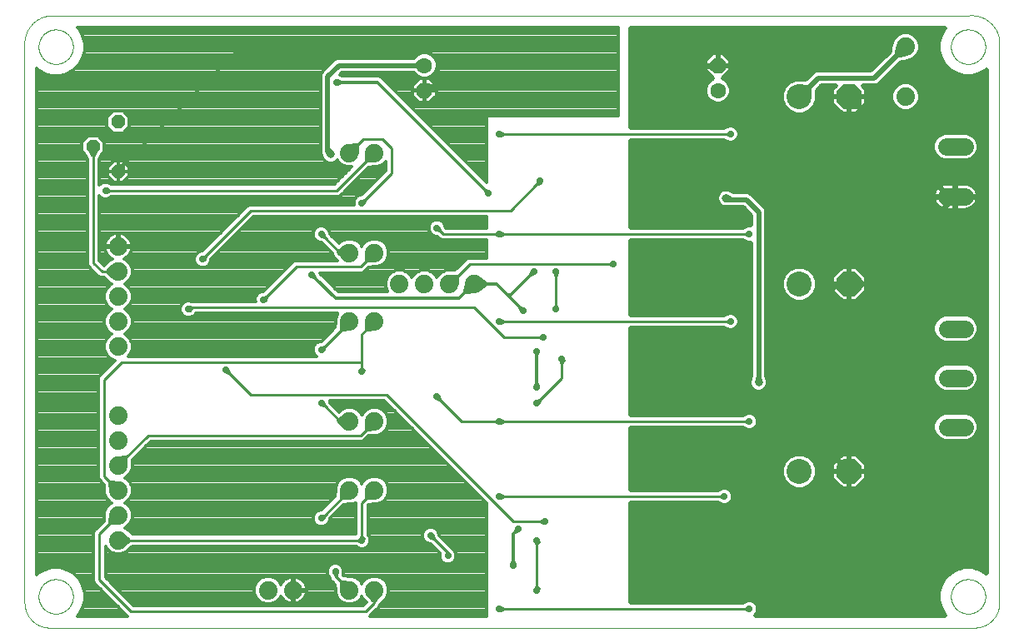
<source format=gbl>
G75*
%MOIN*%
%OFA0B0*%
%FSLAX25Y25*%
%IPPOS*%
%LPD*%
%AMOC8*
5,1,8,0,0,1.08239X$1,22.5*
%
%ADD10C,0.00000*%
%ADD11OC8,0.06300*%
%ADD12C,0.06300*%
%ADD13C,0.07050*%
%ADD14OC8,0.05200*%
%ADD15C,0.10000*%
%ADD16OC8,0.10000*%
%ADD17C,0.07400*%
%ADD18C,0.01400*%
%ADD19C,0.02800*%
%ADD20C,0.02800*%
%ADD21C,0.01000*%
%ADD22C,0.02000*%
%ADD23C,0.03200*%
%ADD24C,0.04000*%
D10*
X0031197Y0021379D02*
X0401197Y0021379D01*
X0401439Y0021382D01*
X0401680Y0021391D01*
X0401921Y0021405D01*
X0402162Y0021426D01*
X0402402Y0021452D01*
X0402642Y0021484D01*
X0402881Y0021522D01*
X0403118Y0021565D01*
X0403355Y0021615D01*
X0403590Y0021670D01*
X0403824Y0021730D01*
X0404056Y0021797D01*
X0404287Y0021868D01*
X0404516Y0021946D01*
X0404743Y0022029D01*
X0404968Y0022117D01*
X0405191Y0022211D01*
X0405411Y0022310D01*
X0405629Y0022415D01*
X0405844Y0022524D01*
X0406057Y0022639D01*
X0406267Y0022759D01*
X0406473Y0022884D01*
X0406677Y0023014D01*
X0406878Y0023149D01*
X0407075Y0023289D01*
X0407269Y0023433D01*
X0407459Y0023582D01*
X0407645Y0023736D01*
X0407828Y0023894D01*
X0408007Y0024056D01*
X0408182Y0024223D01*
X0408353Y0024394D01*
X0408520Y0024569D01*
X0408682Y0024748D01*
X0408840Y0024931D01*
X0408994Y0025117D01*
X0409143Y0025307D01*
X0409287Y0025501D01*
X0409427Y0025698D01*
X0409562Y0025899D01*
X0409692Y0026103D01*
X0409817Y0026309D01*
X0409937Y0026519D01*
X0410052Y0026732D01*
X0410161Y0026947D01*
X0410266Y0027165D01*
X0410365Y0027385D01*
X0410459Y0027608D01*
X0410547Y0027833D01*
X0410630Y0028060D01*
X0410708Y0028289D01*
X0410779Y0028520D01*
X0410846Y0028752D01*
X0410906Y0028986D01*
X0410961Y0029221D01*
X0411011Y0029458D01*
X0411054Y0029695D01*
X0411092Y0029934D01*
X0411124Y0030174D01*
X0411150Y0030414D01*
X0411171Y0030655D01*
X0411185Y0030896D01*
X0411194Y0031137D01*
X0411197Y0031379D01*
X0411197Y0256379D01*
X0411163Y0256650D01*
X0411123Y0256921D01*
X0411077Y0257191D01*
X0411024Y0257459D01*
X0410964Y0257726D01*
X0410898Y0257991D01*
X0410826Y0258255D01*
X0410747Y0258517D01*
X0410662Y0258777D01*
X0410571Y0259035D01*
X0410473Y0259290D01*
X0410370Y0259544D01*
X0410260Y0259794D01*
X0410144Y0260042D01*
X0410022Y0260287D01*
X0409895Y0260529D01*
X0409762Y0260768D01*
X0409622Y0261003D01*
X0409478Y0261235D01*
X0409327Y0261464D01*
X0409171Y0261689D01*
X0409010Y0261910D01*
X0408844Y0262127D01*
X0408672Y0262340D01*
X0408495Y0262548D01*
X0408314Y0262753D01*
X0408127Y0262953D01*
X0407935Y0263148D01*
X0407739Y0263339D01*
X0407539Y0263525D01*
X0407334Y0263706D01*
X0407124Y0263882D01*
X0406911Y0264052D01*
X0406693Y0264218D01*
X0406471Y0264378D01*
X0406246Y0264533D01*
X0406017Y0264683D01*
X0405784Y0264827D01*
X0405548Y0264965D01*
X0405309Y0265097D01*
X0405066Y0265224D01*
X0404821Y0265345D01*
X0404573Y0265460D01*
X0404322Y0265568D01*
X0404068Y0265671D01*
X0403812Y0265768D01*
X0403554Y0265858D01*
X0403294Y0265942D01*
X0403032Y0266020D01*
X0402767Y0266091D01*
X0402502Y0266156D01*
X0402235Y0266214D01*
X0401966Y0266266D01*
X0401696Y0266312D01*
X0401426Y0266351D01*
X0401154Y0266383D01*
X0400882Y0266409D01*
X0400609Y0266429D01*
X0400336Y0266441D01*
X0400062Y0266447D01*
X0399789Y0266447D01*
X0399515Y0266440D01*
X0399242Y0266426D01*
X0398969Y0266406D01*
X0398697Y0266379D01*
X0031197Y0266379D01*
X0030921Y0266345D01*
X0030647Y0266304D01*
X0030373Y0266256D01*
X0030100Y0266202D01*
X0029829Y0266141D01*
X0029560Y0266074D01*
X0029292Y0265999D01*
X0029026Y0265919D01*
X0028763Y0265832D01*
X0028501Y0265738D01*
X0028242Y0265638D01*
X0027985Y0265532D01*
X0027731Y0265419D01*
X0027480Y0265300D01*
X0027232Y0265175D01*
X0026987Y0265044D01*
X0026745Y0264907D01*
X0026507Y0264764D01*
X0026272Y0264616D01*
X0026042Y0264461D01*
X0025814Y0264301D01*
X0025591Y0264136D01*
X0025372Y0263965D01*
X0025158Y0263788D01*
X0024947Y0263607D01*
X0024742Y0263420D01*
X0024540Y0263229D01*
X0024344Y0263032D01*
X0024152Y0262831D01*
X0023966Y0262625D01*
X0023785Y0262415D01*
X0023608Y0262200D01*
X0023437Y0261981D01*
X0023272Y0261758D01*
X0023112Y0261531D01*
X0022958Y0261300D01*
X0022809Y0261065D01*
X0022666Y0260826D01*
X0022530Y0260585D01*
X0022399Y0260340D01*
X0022274Y0260092D01*
X0022155Y0259840D01*
X0022043Y0259586D01*
X0021936Y0259330D01*
X0021836Y0259071D01*
X0021743Y0258809D01*
X0021656Y0258545D01*
X0021575Y0258279D01*
X0021501Y0258012D01*
X0021434Y0257742D01*
X0021373Y0257471D01*
X0021319Y0257198D01*
X0021271Y0256925D01*
X0021231Y0256650D01*
X0021197Y0256374D01*
X0021170Y0256098D01*
X0021149Y0255821D01*
X0021136Y0255543D01*
X0021129Y0255266D01*
X0021129Y0254988D01*
X0021136Y0254710D01*
X0021149Y0254433D01*
X0021170Y0254155D01*
X0021197Y0253879D01*
X0021197Y0031379D01*
X0021200Y0031137D01*
X0021209Y0030896D01*
X0021223Y0030655D01*
X0021244Y0030414D01*
X0021270Y0030174D01*
X0021302Y0029934D01*
X0021340Y0029695D01*
X0021383Y0029458D01*
X0021433Y0029221D01*
X0021488Y0028986D01*
X0021548Y0028752D01*
X0021615Y0028520D01*
X0021686Y0028289D01*
X0021764Y0028060D01*
X0021847Y0027833D01*
X0021935Y0027608D01*
X0022029Y0027385D01*
X0022128Y0027165D01*
X0022233Y0026947D01*
X0022342Y0026732D01*
X0022457Y0026519D01*
X0022577Y0026309D01*
X0022702Y0026103D01*
X0022832Y0025899D01*
X0022967Y0025698D01*
X0023107Y0025501D01*
X0023251Y0025307D01*
X0023400Y0025117D01*
X0023554Y0024931D01*
X0023712Y0024748D01*
X0023874Y0024569D01*
X0024041Y0024394D01*
X0024212Y0024223D01*
X0024387Y0024056D01*
X0024566Y0023894D01*
X0024749Y0023736D01*
X0024935Y0023582D01*
X0025125Y0023433D01*
X0025319Y0023289D01*
X0025516Y0023149D01*
X0025717Y0023014D01*
X0025921Y0022884D01*
X0026127Y0022759D01*
X0026337Y0022639D01*
X0026550Y0022524D01*
X0026765Y0022415D01*
X0026983Y0022310D01*
X0027203Y0022211D01*
X0027426Y0022117D01*
X0027651Y0022029D01*
X0027878Y0021946D01*
X0028107Y0021868D01*
X0028338Y0021797D01*
X0028570Y0021730D01*
X0028804Y0021670D01*
X0029039Y0021615D01*
X0029276Y0021565D01*
X0029513Y0021522D01*
X0029752Y0021484D01*
X0029992Y0021452D01*
X0030232Y0021426D01*
X0030473Y0021405D01*
X0030714Y0021391D01*
X0030955Y0021382D01*
X0031197Y0021379D01*
X0026807Y0033879D02*
X0026809Y0034048D01*
X0026815Y0034217D01*
X0026826Y0034386D01*
X0026840Y0034554D01*
X0026859Y0034722D01*
X0026882Y0034890D01*
X0026908Y0035057D01*
X0026939Y0035223D01*
X0026974Y0035389D01*
X0027013Y0035553D01*
X0027057Y0035717D01*
X0027104Y0035879D01*
X0027155Y0036040D01*
X0027210Y0036200D01*
X0027269Y0036359D01*
X0027331Y0036516D01*
X0027398Y0036671D01*
X0027469Y0036825D01*
X0027543Y0036977D01*
X0027621Y0037127D01*
X0027702Y0037275D01*
X0027787Y0037421D01*
X0027876Y0037565D01*
X0027968Y0037707D01*
X0028064Y0037846D01*
X0028163Y0037983D01*
X0028265Y0038118D01*
X0028371Y0038250D01*
X0028480Y0038379D01*
X0028592Y0038506D01*
X0028707Y0038630D01*
X0028825Y0038751D01*
X0028946Y0038869D01*
X0029070Y0038984D01*
X0029197Y0039096D01*
X0029326Y0039205D01*
X0029458Y0039311D01*
X0029593Y0039413D01*
X0029730Y0039512D01*
X0029869Y0039608D01*
X0030011Y0039700D01*
X0030155Y0039789D01*
X0030301Y0039874D01*
X0030449Y0039955D01*
X0030599Y0040033D01*
X0030751Y0040107D01*
X0030905Y0040178D01*
X0031060Y0040245D01*
X0031217Y0040307D01*
X0031376Y0040366D01*
X0031536Y0040421D01*
X0031697Y0040472D01*
X0031859Y0040519D01*
X0032023Y0040563D01*
X0032187Y0040602D01*
X0032353Y0040637D01*
X0032519Y0040668D01*
X0032686Y0040694D01*
X0032854Y0040717D01*
X0033022Y0040736D01*
X0033190Y0040750D01*
X0033359Y0040761D01*
X0033528Y0040767D01*
X0033697Y0040769D01*
X0033866Y0040767D01*
X0034035Y0040761D01*
X0034204Y0040750D01*
X0034372Y0040736D01*
X0034540Y0040717D01*
X0034708Y0040694D01*
X0034875Y0040668D01*
X0035041Y0040637D01*
X0035207Y0040602D01*
X0035371Y0040563D01*
X0035535Y0040519D01*
X0035697Y0040472D01*
X0035858Y0040421D01*
X0036018Y0040366D01*
X0036177Y0040307D01*
X0036334Y0040245D01*
X0036489Y0040178D01*
X0036643Y0040107D01*
X0036795Y0040033D01*
X0036945Y0039955D01*
X0037093Y0039874D01*
X0037239Y0039789D01*
X0037383Y0039700D01*
X0037525Y0039608D01*
X0037664Y0039512D01*
X0037801Y0039413D01*
X0037936Y0039311D01*
X0038068Y0039205D01*
X0038197Y0039096D01*
X0038324Y0038984D01*
X0038448Y0038869D01*
X0038569Y0038751D01*
X0038687Y0038630D01*
X0038802Y0038506D01*
X0038914Y0038379D01*
X0039023Y0038250D01*
X0039129Y0038118D01*
X0039231Y0037983D01*
X0039330Y0037846D01*
X0039426Y0037707D01*
X0039518Y0037565D01*
X0039607Y0037421D01*
X0039692Y0037275D01*
X0039773Y0037127D01*
X0039851Y0036977D01*
X0039925Y0036825D01*
X0039996Y0036671D01*
X0040063Y0036516D01*
X0040125Y0036359D01*
X0040184Y0036200D01*
X0040239Y0036040D01*
X0040290Y0035879D01*
X0040337Y0035717D01*
X0040381Y0035553D01*
X0040420Y0035389D01*
X0040455Y0035223D01*
X0040486Y0035057D01*
X0040512Y0034890D01*
X0040535Y0034722D01*
X0040554Y0034554D01*
X0040568Y0034386D01*
X0040579Y0034217D01*
X0040585Y0034048D01*
X0040587Y0033879D01*
X0040585Y0033710D01*
X0040579Y0033541D01*
X0040568Y0033372D01*
X0040554Y0033204D01*
X0040535Y0033036D01*
X0040512Y0032868D01*
X0040486Y0032701D01*
X0040455Y0032535D01*
X0040420Y0032369D01*
X0040381Y0032205D01*
X0040337Y0032041D01*
X0040290Y0031879D01*
X0040239Y0031718D01*
X0040184Y0031558D01*
X0040125Y0031399D01*
X0040063Y0031242D01*
X0039996Y0031087D01*
X0039925Y0030933D01*
X0039851Y0030781D01*
X0039773Y0030631D01*
X0039692Y0030483D01*
X0039607Y0030337D01*
X0039518Y0030193D01*
X0039426Y0030051D01*
X0039330Y0029912D01*
X0039231Y0029775D01*
X0039129Y0029640D01*
X0039023Y0029508D01*
X0038914Y0029379D01*
X0038802Y0029252D01*
X0038687Y0029128D01*
X0038569Y0029007D01*
X0038448Y0028889D01*
X0038324Y0028774D01*
X0038197Y0028662D01*
X0038068Y0028553D01*
X0037936Y0028447D01*
X0037801Y0028345D01*
X0037664Y0028246D01*
X0037525Y0028150D01*
X0037383Y0028058D01*
X0037239Y0027969D01*
X0037093Y0027884D01*
X0036945Y0027803D01*
X0036795Y0027725D01*
X0036643Y0027651D01*
X0036489Y0027580D01*
X0036334Y0027513D01*
X0036177Y0027451D01*
X0036018Y0027392D01*
X0035858Y0027337D01*
X0035697Y0027286D01*
X0035535Y0027239D01*
X0035371Y0027195D01*
X0035207Y0027156D01*
X0035041Y0027121D01*
X0034875Y0027090D01*
X0034708Y0027064D01*
X0034540Y0027041D01*
X0034372Y0027022D01*
X0034204Y0027008D01*
X0034035Y0026997D01*
X0033866Y0026991D01*
X0033697Y0026989D01*
X0033528Y0026991D01*
X0033359Y0026997D01*
X0033190Y0027008D01*
X0033022Y0027022D01*
X0032854Y0027041D01*
X0032686Y0027064D01*
X0032519Y0027090D01*
X0032353Y0027121D01*
X0032187Y0027156D01*
X0032023Y0027195D01*
X0031859Y0027239D01*
X0031697Y0027286D01*
X0031536Y0027337D01*
X0031376Y0027392D01*
X0031217Y0027451D01*
X0031060Y0027513D01*
X0030905Y0027580D01*
X0030751Y0027651D01*
X0030599Y0027725D01*
X0030449Y0027803D01*
X0030301Y0027884D01*
X0030155Y0027969D01*
X0030011Y0028058D01*
X0029869Y0028150D01*
X0029730Y0028246D01*
X0029593Y0028345D01*
X0029458Y0028447D01*
X0029326Y0028553D01*
X0029197Y0028662D01*
X0029070Y0028774D01*
X0028946Y0028889D01*
X0028825Y0029007D01*
X0028707Y0029128D01*
X0028592Y0029252D01*
X0028480Y0029379D01*
X0028371Y0029508D01*
X0028265Y0029640D01*
X0028163Y0029775D01*
X0028064Y0029912D01*
X0027968Y0030051D01*
X0027876Y0030193D01*
X0027787Y0030337D01*
X0027702Y0030483D01*
X0027621Y0030631D01*
X0027543Y0030781D01*
X0027469Y0030933D01*
X0027398Y0031087D01*
X0027331Y0031242D01*
X0027269Y0031399D01*
X0027210Y0031558D01*
X0027155Y0031718D01*
X0027104Y0031879D01*
X0027057Y0032041D01*
X0027013Y0032205D01*
X0026974Y0032369D01*
X0026939Y0032535D01*
X0026908Y0032701D01*
X0026882Y0032868D01*
X0026859Y0033036D01*
X0026840Y0033204D01*
X0026826Y0033372D01*
X0026815Y0033541D01*
X0026809Y0033710D01*
X0026807Y0033879D01*
X0026807Y0253879D02*
X0026809Y0254048D01*
X0026815Y0254217D01*
X0026826Y0254386D01*
X0026840Y0254554D01*
X0026859Y0254722D01*
X0026882Y0254890D01*
X0026908Y0255057D01*
X0026939Y0255223D01*
X0026974Y0255389D01*
X0027013Y0255553D01*
X0027057Y0255717D01*
X0027104Y0255879D01*
X0027155Y0256040D01*
X0027210Y0256200D01*
X0027269Y0256359D01*
X0027331Y0256516D01*
X0027398Y0256671D01*
X0027469Y0256825D01*
X0027543Y0256977D01*
X0027621Y0257127D01*
X0027702Y0257275D01*
X0027787Y0257421D01*
X0027876Y0257565D01*
X0027968Y0257707D01*
X0028064Y0257846D01*
X0028163Y0257983D01*
X0028265Y0258118D01*
X0028371Y0258250D01*
X0028480Y0258379D01*
X0028592Y0258506D01*
X0028707Y0258630D01*
X0028825Y0258751D01*
X0028946Y0258869D01*
X0029070Y0258984D01*
X0029197Y0259096D01*
X0029326Y0259205D01*
X0029458Y0259311D01*
X0029593Y0259413D01*
X0029730Y0259512D01*
X0029869Y0259608D01*
X0030011Y0259700D01*
X0030155Y0259789D01*
X0030301Y0259874D01*
X0030449Y0259955D01*
X0030599Y0260033D01*
X0030751Y0260107D01*
X0030905Y0260178D01*
X0031060Y0260245D01*
X0031217Y0260307D01*
X0031376Y0260366D01*
X0031536Y0260421D01*
X0031697Y0260472D01*
X0031859Y0260519D01*
X0032023Y0260563D01*
X0032187Y0260602D01*
X0032353Y0260637D01*
X0032519Y0260668D01*
X0032686Y0260694D01*
X0032854Y0260717D01*
X0033022Y0260736D01*
X0033190Y0260750D01*
X0033359Y0260761D01*
X0033528Y0260767D01*
X0033697Y0260769D01*
X0033866Y0260767D01*
X0034035Y0260761D01*
X0034204Y0260750D01*
X0034372Y0260736D01*
X0034540Y0260717D01*
X0034708Y0260694D01*
X0034875Y0260668D01*
X0035041Y0260637D01*
X0035207Y0260602D01*
X0035371Y0260563D01*
X0035535Y0260519D01*
X0035697Y0260472D01*
X0035858Y0260421D01*
X0036018Y0260366D01*
X0036177Y0260307D01*
X0036334Y0260245D01*
X0036489Y0260178D01*
X0036643Y0260107D01*
X0036795Y0260033D01*
X0036945Y0259955D01*
X0037093Y0259874D01*
X0037239Y0259789D01*
X0037383Y0259700D01*
X0037525Y0259608D01*
X0037664Y0259512D01*
X0037801Y0259413D01*
X0037936Y0259311D01*
X0038068Y0259205D01*
X0038197Y0259096D01*
X0038324Y0258984D01*
X0038448Y0258869D01*
X0038569Y0258751D01*
X0038687Y0258630D01*
X0038802Y0258506D01*
X0038914Y0258379D01*
X0039023Y0258250D01*
X0039129Y0258118D01*
X0039231Y0257983D01*
X0039330Y0257846D01*
X0039426Y0257707D01*
X0039518Y0257565D01*
X0039607Y0257421D01*
X0039692Y0257275D01*
X0039773Y0257127D01*
X0039851Y0256977D01*
X0039925Y0256825D01*
X0039996Y0256671D01*
X0040063Y0256516D01*
X0040125Y0256359D01*
X0040184Y0256200D01*
X0040239Y0256040D01*
X0040290Y0255879D01*
X0040337Y0255717D01*
X0040381Y0255553D01*
X0040420Y0255389D01*
X0040455Y0255223D01*
X0040486Y0255057D01*
X0040512Y0254890D01*
X0040535Y0254722D01*
X0040554Y0254554D01*
X0040568Y0254386D01*
X0040579Y0254217D01*
X0040585Y0254048D01*
X0040587Y0253879D01*
X0040585Y0253710D01*
X0040579Y0253541D01*
X0040568Y0253372D01*
X0040554Y0253204D01*
X0040535Y0253036D01*
X0040512Y0252868D01*
X0040486Y0252701D01*
X0040455Y0252535D01*
X0040420Y0252369D01*
X0040381Y0252205D01*
X0040337Y0252041D01*
X0040290Y0251879D01*
X0040239Y0251718D01*
X0040184Y0251558D01*
X0040125Y0251399D01*
X0040063Y0251242D01*
X0039996Y0251087D01*
X0039925Y0250933D01*
X0039851Y0250781D01*
X0039773Y0250631D01*
X0039692Y0250483D01*
X0039607Y0250337D01*
X0039518Y0250193D01*
X0039426Y0250051D01*
X0039330Y0249912D01*
X0039231Y0249775D01*
X0039129Y0249640D01*
X0039023Y0249508D01*
X0038914Y0249379D01*
X0038802Y0249252D01*
X0038687Y0249128D01*
X0038569Y0249007D01*
X0038448Y0248889D01*
X0038324Y0248774D01*
X0038197Y0248662D01*
X0038068Y0248553D01*
X0037936Y0248447D01*
X0037801Y0248345D01*
X0037664Y0248246D01*
X0037525Y0248150D01*
X0037383Y0248058D01*
X0037239Y0247969D01*
X0037093Y0247884D01*
X0036945Y0247803D01*
X0036795Y0247725D01*
X0036643Y0247651D01*
X0036489Y0247580D01*
X0036334Y0247513D01*
X0036177Y0247451D01*
X0036018Y0247392D01*
X0035858Y0247337D01*
X0035697Y0247286D01*
X0035535Y0247239D01*
X0035371Y0247195D01*
X0035207Y0247156D01*
X0035041Y0247121D01*
X0034875Y0247090D01*
X0034708Y0247064D01*
X0034540Y0247041D01*
X0034372Y0247022D01*
X0034204Y0247008D01*
X0034035Y0246997D01*
X0033866Y0246991D01*
X0033697Y0246989D01*
X0033528Y0246991D01*
X0033359Y0246997D01*
X0033190Y0247008D01*
X0033022Y0247022D01*
X0032854Y0247041D01*
X0032686Y0247064D01*
X0032519Y0247090D01*
X0032353Y0247121D01*
X0032187Y0247156D01*
X0032023Y0247195D01*
X0031859Y0247239D01*
X0031697Y0247286D01*
X0031536Y0247337D01*
X0031376Y0247392D01*
X0031217Y0247451D01*
X0031060Y0247513D01*
X0030905Y0247580D01*
X0030751Y0247651D01*
X0030599Y0247725D01*
X0030449Y0247803D01*
X0030301Y0247884D01*
X0030155Y0247969D01*
X0030011Y0248058D01*
X0029869Y0248150D01*
X0029730Y0248246D01*
X0029593Y0248345D01*
X0029458Y0248447D01*
X0029326Y0248553D01*
X0029197Y0248662D01*
X0029070Y0248774D01*
X0028946Y0248889D01*
X0028825Y0249007D01*
X0028707Y0249128D01*
X0028592Y0249252D01*
X0028480Y0249379D01*
X0028371Y0249508D01*
X0028265Y0249640D01*
X0028163Y0249775D01*
X0028064Y0249912D01*
X0027968Y0250051D01*
X0027876Y0250193D01*
X0027787Y0250337D01*
X0027702Y0250483D01*
X0027621Y0250631D01*
X0027543Y0250781D01*
X0027469Y0250933D01*
X0027398Y0251087D01*
X0027331Y0251242D01*
X0027269Y0251399D01*
X0027210Y0251558D01*
X0027155Y0251718D01*
X0027104Y0251879D01*
X0027057Y0252041D01*
X0027013Y0252205D01*
X0026974Y0252369D01*
X0026939Y0252535D01*
X0026908Y0252701D01*
X0026882Y0252868D01*
X0026859Y0253036D01*
X0026840Y0253204D01*
X0026826Y0253372D01*
X0026815Y0253541D01*
X0026809Y0253710D01*
X0026807Y0253879D01*
X0391807Y0253879D02*
X0391809Y0254048D01*
X0391815Y0254217D01*
X0391826Y0254386D01*
X0391840Y0254554D01*
X0391859Y0254722D01*
X0391882Y0254890D01*
X0391908Y0255057D01*
X0391939Y0255223D01*
X0391974Y0255389D01*
X0392013Y0255553D01*
X0392057Y0255717D01*
X0392104Y0255879D01*
X0392155Y0256040D01*
X0392210Y0256200D01*
X0392269Y0256359D01*
X0392331Y0256516D01*
X0392398Y0256671D01*
X0392469Y0256825D01*
X0392543Y0256977D01*
X0392621Y0257127D01*
X0392702Y0257275D01*
X0392787Y0257421D01*
X0392876Y0257565D01*
X0392968Y0257707D01*
X0393064Y0257846D01*
X0393163Y0257983D01*
X0393265Y0258118D01*
X0393371Y0258250D01*
X0393480Y0258379D01*
X0393592Y0258506D01*
X0393707Y0258630D01*
X0393825Y0258751D01*
X0393946Y0258869D01*
X0394070Y0258984D01*
X0394197Y0259096D01*
X0394326Y0259205D01*
X0394458Y0259311D01*
X0394593Y0259413D01*
X0394730Y0259512D01*
X0394869Y0259608D01*
X0395011Y0259700D01*
X0395155Y0259789D01*
X0395301Y0259874D01*
X0395449Y0259955D01*
X0395599Y0260033D01*
X0395751Y0260107D01*
X0395905Y0260178D01*
X0396060Y0260245D01*
X0396217Y0260307D01*
X0396376Y0260366D01*
X0396536Y0260421D01*
X0396697Y0260472D01*
X0396859Y0260519D01*
X0397023Y0260563D01*
X0397187Y0260602D01*
X0397353Y0260637D01*
X0397519Y0260668D01*
X0397686Y0260694D01*
X0397854Y0260717D01*
X0398022Y0260736D01*
X0398190Y0260750D01*
X0398359Y0260761D01*
X0398528Y0260767D01*
X0398697Y0260769D01*
X0398866Y0260767D01*
X0399035Y0260761D01*
X0399204Y0260750D01*
X0399372Y0260736D01*
X0399540Y0260717D01*
X0399708Y0260694D01*
X0399875Y0260668D01*
X0400041Y0260637D01*
X0400207Y0260602D01*
X0400371Y0260563D01*
X0400535Y0260519D01*
X0400697Y0260472D01*
X0400858Y0260421D01*
X0401018Y0260366D01*
X0401177Y0260307D01*
X0401334Y0260245D01*
X0401489Y0260178D01*
X0401643Y0260107D01*
X0401795Y0260033D01*
X0401945Y0259955D01*
X0402093Y0259874D01*
X0402239Y0259789D01*
X0402383Y0259700D01*
X0402525Y0259608D01*
X0402664Y0259512D01*
X0402801Y0259413D01*
X0402936Y0259311D01*
X0403068Y0259205D01*
X0403197Y0259096D01*
X0403324Y0258984D01*
X0403448Y0258869D01*
X0403569Y0258751D01*
X0403687Y0258630D01*
X0403802Y0258506D01*
X0403914Y0258379D01*
X0404023Y0258250D01*
X0404129Y0258118D01*
X0404231Y0257983D01*
X0404330Y0257846D01*
X0404426Y0257707D01*
X0404518Y0257565D01*
X0404607Y0257421D01*
X0404692Y0257275D01*
X0404773Y0257127D01*
X0404851Y0256977D01*
X0404925Y0256825D01*
X0404996Y0256671D01*
X0405063Y0256516D01*
X0405125Y0256359D01*
X0405184Y0256200D01*
X0405239Y0256040D01*
X0405290Y0255879D01*
X0405337Y0255717D01*
X0405381Y0255553D01*
X0405420Y0255389D01*
X0405455Y0255223D01*
X0405486Y0255057D01*
X0405512Y0254890D01*
X0405535Y0254722D01*
X0405554Y0254554D01*
X0405568Y0254386D01*
X0405579Y0254217D01*
X0405585Y0254048D01*
X0405587Y0253879D01*
X0405585Y0253710D01*
X0405579Y0253541D01*
X0405568Y0253372D01*
X0405554Y0253204D01*
X0405535Y0253036D01*
X0405512Y0252868D01*
X0405486Y0252701D01*
X0405455Y0252535D01*
X0405420Y0252369D01*
X0405381Y0252205D01*
X0405337Y0252041D01*
X0405290Y0251879D01*
X0405239Y0251718D01*
X0405184Y0251558D01*
X0405125Y0251399D01*
X0405063Y0251242D01*
X0404996Y0251087D01*
X0404925Y0250933D01*
X0404851Y0250781D01*
X0404773Y0250631D01*
X0404692Y0250483D01*
X0404607Y0250337D01*
X0404518Y0250193D01*
X0404426Y0250051D01*
X0404330Y0249912D01*
X0404231Y0249775D01*
X0404129Y0249640D01*
X0404023Y0249508D01*
X0403914Y0249379D01*
X0403802Y0249252D01*
X0403687Y0249128D01*
X0403569Y0249007D01*
X0403448Y0248889D01*
X0403324Y0248774D01*
X0403197Y0248662D01*
X0403068Y0248553D01*
X0402936Y0248447D01*
X0402801Y0248345D01*
X0402664Y0248246D01*
X0402525Y0248150D01*
X0402383Y0248058D01*
X0402239Y0247969D01*
X0402093Y0247884D01*
X0401945Y0247803D01*
X0401795Y0247725D01*
X0401643Y0247651D01*
X0401489Y0247580D01*
X0401334Y0247513D01*
X0401177Y0247451D01*
X0401018Y0247392D01*
X0400858Y0247337D01*
X0400697Y0247286D01*
X0400535Y0247239D01*
X0400371Y0247195D01*
X0400207Y0247156D01*
X0400041Y0247121D01*
X0399875Y0247090D01*
X0399708Y0247064D01*
X0399540Y0247041D01*
X0399372Y0247022D01*
X0399204Y0247008D01*
X0399035Y0246997D01*
X0398866Y0246991D01*
X0398697Y0246989D01*
X0398528Y0246991D01*
X0398359Y0246997D01*
X0398190Y0247008D01*
X0398022Y0247022D01*
X0397854Y0247041D01*
X0397686Y0247064D01*
X0397519Y0247090D01*
X0397353Y0247121D01*
X0397187Y0247156D01*
X0397023Y0247195D01*
X0396859Y0247239D01*
X0396697Y0247286D01*
X0396536Y0247337D01*
X0396376Y0247392D01*
X0396217Y0247451D01*
X0396060Y0247513D01*
X0395905Y0247580D01*
X0395751Y0247651D01*
X0395599Y0247725D01*
X0395449Y0247803D01*
X0395301Y0247884D01*
X0395155Y0247969D01*
X0395011Y0248058D01*
X0394869Y0248150D01*
X0394730Y0248246D01*
X0394593Y0248345D01*
X0394458Y0248447D01*
X0394326Y0248553D01*
X0394197Y0248662D01*
X0394070Y0248774D01*
X0393946Y0248889D01*
X0393825Y0249007D01*
X0393707Y0249128D01*
X0393592Y0249252D01*
X0393480Y0249379D01*
X0393371Y0249508D01*
X0393265Y0249640D01*
X0393163Y0249775D01*
X0393064Y0249912D01*
X0392968Y0250051D01*
X0392876Y0250193D01*
X0392787Y0250337D01*
X0392702Y0250483D01*
X0392621Y0250631D01*
X0392543Y0250781D01*
X0392469Y0250933D01*
X0392398Y0251087D01*
X0392331Y0251242D01*
X0392269Y0251399D01*
X0392210Y0251558D01*
X0392155Y0251718D01*
X0392104Y0251879D01*
X0392057Y0252041D01*
X0392013Y0252205D01*
X0391974Y0252369D01*
X0391939Y0252535D01*
X0391908Y0252701D01*
X0391882Y0252868D01*
X0391859Y0253036D01*
X0391840Y0253204D01*
X0391826Y0253372D01*
X0391815Y0253541D01*
X0391809Y0253710D01*
X0391807Y0253879D01*
X0391807Y0033879D02*
X0391809Y0034048D01*
X0391815Y0034217D01*
X0391826Y0034386D01*
X0391840Y0034554D01*
X0391859Y0034722D01*
X0391882Y0034890D01*
X0391908Y0035057D01*
X0391939Y0035223D01*
X0391974Y0035389D01*
X0392013Y0035553D01*
X0392057Y0035717D01*
X0392104Y0035879D01*
X0392155Y0036040D01*
X0392210Y0036200D01*
X0392269Y0036359D01*
X0392331Y0036516D01*
X0392398Y0036671D01*
X0392469Y0036825D01*
X0392543Y0036977D01*
X0392621Y0037127D01*
X0392702Y0037275D01*
X0392787Y0037421D01*
X0392876Y0037565D01*
X0392968Y0037707D01*
X0393064Y0037846D01*
X0393163Y0037983D01*
X0393265Y0038118D01*
X0393371Y0038250D01*
X0393480Y0038379D01*
X0393592Y0038506D01*
X0393707Y0038630D01*
X0393825Y0038751D01*
X0393946Y0038869D01*
X0394070Y0038984D01*
X0394197Y0039096D01*
X0394326Y0039205D01*
X0394458Y0039311D01*
X0394593Y0039413D01*
X0394730Y0039512D01*
X0394869Y0039608D01*
X0395011Y0039700D01*
X0395155Y0039789D01*
X0395301Y0039874D01*
X0395449Y0039955D01*
X0395599Y0040033D01*
X0395751Y0040107D01*
X0395905Y0040178D01*
X0396060Y0040245D01*
X0396217Y0040307D01*
X0396376Y0040366D01*
X0396536Y0040421D01*
X0396697Y0040472D01*
X0396859Y0040519D01*
X0397023Y0040563D01*
X0397187Y0040602D01*
X0397353Y0040637D01*
X0397519Y0040668D01*
X0397686Y0040694D01*
X0397854Y0040717D01*
X0398022Y0040736D01*
X0398190Y0040750D01*
X0398359Y0040761D01*
X0398528Y0040767D01*
X0398697Y0040769D01*
X0398866Y0040767D01*
X0399035Y0040761D01*
X0399204Y0040750D01*
X0399372Y0040736D01*
X0399540Y0040717D01*
X0399708Y0040694D01*
X0399875Y0040668D01*
X0400041Y0040637D01*
X0400207Y0040602D01*
X0400371Y0040563D01*
X0400535Y0040519D01*
X0400697Y0040472D01*
X0400858Y0040421D01*
X0401018Y0040366D01*
X0401177Y0040307D01*
X0401334Y0040245D01*
X0401489Y0040178D01*
X0401643Y0040107D01*
X0401795Y0040033D01*
X0401945Y0039955D01*
X0402093Y0039874D01*
X0402239Y0039789D01*
X0402383Y0039700D01*
X0402525Y0039608D01*
X0402664Y0039512D01*
X0402801Y0039413D01*
X0402936Y0039311D01*
X0403068Y0039205D01*
X0403197Y0039096D01*
X0403324Y0038984D01*
X0403448Y0038869D01*
X0403569Y0038751D01*
X0403687Y0038630D01*
X0403802Y0038506D01*
X0403914Y0038379D01*
X0404023Y0038250D01*
X0404129Y0038118D01*
X0404231Y0037983D01*
X0404330Y0037846D01*
X0404426Y0037707D01*
X0404518Y0037565D01*
X0404607Y0037421D01*
X0404692Y0037275D01*
X0404773Y0037127D01*
X0404851Y0036977D01*
X0404925Y0036825D01*
X0404996Y0036671D01*
X0405063Y0036516D01*
X0405125Y0036359D01*
X0405184Y0036200D01*
X0405239Y0036040D01*
X0405290Y0035879D01*
X0405337Y0035717D01*
X0405381Y0035553D01*
X0405420Y0035389D01*
X0405455Y0035223D01*
X0405486Y0035057D01*
X0405512Y0034890D01*
X0405535Y0034722D01*
X0405554Y0034554D01*
X0405568Y0034386D01*
X0405579Y0034217D01*
X0405585Y0034048D01*
X0405587Y0033879D01*
X0405585Y0033710D01*
X0405579Y0033541D01*
X0405568Y0033372D01*
X0405554Y0033204D01*
X0405535Y0033036D01*
X0405512Y0032868D01*
X0405486Y0032701D01*
X0405455Y0032535D01*
X0405420Y0032369D01*
X0405381Y0032205D01*
X0405337Y0032041D01*
X0405290Y0031879D01*
X0405239Y0031718D01*
X0405184Y0031558D01*
X0405125Y0031399D01*
X0405063Y0031242D01*
X0404996Y0031087D01*
X0404925Y0030933D01*
X0404851Y0030781D01*
X0404773Y0030631D01*
X0404692Y0030483D01*
X0404607Y0030337D01*
X0404518Y0030193D01*
X0404426Y0030051D01*
X0404330Y0029912D01*
X0404231Y0029775D01*
X0404129Y0029640D01*
X0404023Y0029508D01*
X0403914Y0029379D01*
X0403802Y0029252D01*
X0403687Y0029128D01*
X0403569Y0029007D01*
X0403448Y0028889D01*
X0403324Y0028774D01*
X0403197Y0028662D01*
X0403068Y0028553D01*
X0402936Y0028447D01*
X0402801Y0028345D01*
X0402664Y0028246D01*
X0402525Y0028150D01*
X0402383Y0028058D01*
X0402239Y0027969D01*
X0402093Y0027884D01*
X0401945Y0027803D01*
X0401795Y0027725D01*
X0401643Y0027651D01*
X0401489Y0027580D01*
X0401334Y0027513D01*
X0401177Y0027451D01*
X0401018Y0027392D01*
X0400858Y0027337D01*
X0400697Y0027286D01*
X0400535Y0027239D01*
X0400371Y0027195D01*
X0400207Y0027156D01*
X0400041Y0027121D01*
X0399875Y0027090D01*
X0399708Y0027064D01*
X0399540Y0027041D01*
X0399372Y0027022D01*
X0399204Y0027008D01*
X0399035Y0026997D01*
X0398866Y0026991D01*
X0398697Y0026989D01*
X0398528Y0026991D01*
X0398359Y0026997D01*
X0398190Y0027008D01*
X0398022Y0027022D01*
X0397854Y0027041D01*
X0397686Y0027064D01*
X0397519Y0027090D01*
X0397353Y0027121D01*
X0397187Y0027156D01*
X0397023Y0027195D01*
X0396859Y0027239D01*
X0396697Y0027286D01*
X0396536Y0027337D01*
X0396376Y0027392D01*
X0396217Y0027451D01*
X0396060Y0027513D01*
X0395905Y0027580D01*
X0395751Y0027651D01*
X0395599Y0027725D01*
X0395449Y0027803D01*
X0395301Y0027884D01*
X0395155Y0027969D01*
X0395011Y0028058D01*
X0394869Y0028150D01*
X0394730Y0028246D01*
X0394593Y0028345D01*
X0394458Y0028447D01*
X0394326Y0028553D01*
X0394197Y0028662D01*
X0394070Y0028774D01*
X0393946Y0028889D01*
X0393825Y0029007D01*
X0393707Y0029128D01*
X0393592Y0029252D01*
X0393480Y0029379D01*
X0393371Y0029508D01*
X0393265Y0029640D01*
X0393163Y0029775D01*
X0393064Y0029912D01*
X0392968Y0030051D01*
X0392876Y0030193D01*
X0392787Y0030337D01*
X0392702Y0030483D01*
X0392621Y0030631D01*
X0392543Y0030781D01*
X0392469Y0030933D01*
X0392398Y0031087D01*
X0392331Y0031242D01*
X0392269Y0031399D01*
X0392210Y0031558D01*
X0392155Y0031718D01*
X0392104Y0031879D01*
X0392057Y0032041D01*
X0392013Y0032205D01*
X0391974Y0032369D01*
X0391939Y0032535D01*
X0391908Y0032701D01*
X0391882Y0032868D01*
X0391859Y0033036D01*
X0391840Y0033204D01*
X0391826Y0033372D01*
X0391815Y0033541D01*
X0391809Y0033710D01*
X0391807Y0033879D01*
D11*
X0181197Y0236379D03*
X0298614Y0246301D03*
D12*
X0298614Y0236301D03*
X0181197Y0246379D03*
D13*
X0390172Y0213879D02*
X0397222Y0213879D01*
X0397222Y0193879D02*
X0390172Y0193879D01*
X0390251Y0141064D02*
X0397301Y0141064D01*
X0397301Y0121379D02*
X0390251Y0121379D01*
X0390251Y0101694D02*
X0397301Y0101694D01*
D14*
X0058697Y0203979D03*
X0048697Y0213879D03*
X0058697Y0223779D03*
D15*
X0331197Y0233879D03*
X0331197Y0158879D03*
X0331197Y0083879D03*
D16*
X0351197Y0083879D03*
X0351197Y0158879D03*
X0351197Y0233879D03*
D17*
X0373697Y0233879D03*
X0373697Y0253879D03*
X0201197Y0158879D03*
X0191197Y0158879D03*
X0181197Y0158879D03*
X0171197Y0158879D03*
X0161197Y0171379D03*
X0151197Y0171379D03*
X0151197Y0143879D03*
X0161197Y0143879D03*
X0161197Y0103879D03*
X0151197Y0103879D03*
X0151197Y0076379D03*
X0161197Y0076379D03*
X0161197Y0036379D03*
X0151197Y0036379D03*
X0128697Y0036379D03*
X0118697Y0036379D03*
X0058697Y0056379D03*
X0058697Y0066379D03*
X0058697Y0076379D03*
X0058697Y0086379D03*
X0058697Y0096379D03*
X0058697Y0106379D03*
X0058697Y0133879D03*
X0058697Y0143879D03*
X0058697Y0153879D03*
X0058697Y0163879D03*
X0058697Y0173879D03*
X0151197Y0211379D03*
X0161197Y0211379D03*
D18*
X0165672Y0207935D02*
X0165672Y0204248D01*
X0156227Y0194804D01*
X0155762Y0194679D01*
X0155540Y0194679D01*
X0155134Y0194511D01*
X0154882Y0194443D01*
X0154777Y0194363D01*
X0154328Y0194177D01*
X0153399Y0193249D01*
X0152897Y0192036D01*
X0152897Y0190723D01*
X0152925Y0190654D01*
X0111344Y0190654D01*
X0110462Y0190289D01*
X0109787Y0189614D01*
X0109787Y0189614D01*
X0092477Y0172304D01*
X0092012Y0172179D01*
X0091790Y0172179D01*
X0091384Y0172011D01*
X0091132Y0171943D01*
X0091027Y0171863D01*
X0090578Y0171677D01*
X0089649Y0170749D01*
X0089147Y0169536D01*
X0089147Y0168223D01*
X0062273Y0168223D01*
X0061869Y0168627D02*
X0063444Y0167051D01*
X0064297Y0164993D01*
X0064297Y0162765D01*
X0063444Y0160707D01*
X0061869Y0159132D01*
X0061259Y0158879D01*
X0061869Y0158627D01*
X0063444Y0157051D01*
X0064297Y0154993D01*
X0064297Y0152765D01*
X0063444Y0150707D01*
X0061869Y0149132D01*
X0061259Y0148879D01*
X0061869Y0148627D01*
X0063444Y0147051D01*
X0064297Y0144993D01*
X0064297Y0142765D01*
X0063444Y0140707D01*
X0061869Y0139132D01*
X0061259Y0138879D01*
X0061869Y0138627D01*
X0063444Y0137051D01*
X0064297Y0134993D01*
X0064297Y0132765D01*
X0063444Y0130707D01*
X0062766Y0130029D01*
X0137880Y0130029D01*
X0137149Y0130760D01*
X0136647Y0131973D01*
X0136647Y0133286D01*
X0137149Y0134499D01*
X0138078Y0135427D01*
X0138527Y0135613D01*
X0138632Y0135693D01*
X0138884Y0135761D01*
X0139290Y0135929D01*
X0139512Y0135929D01*
X0139977Y0136054D01*
X0145459Y0141536D01*
X0145491Y0141623D01*
X0145597Y0144004D01*
X0145597Y0144993D01*
X0146449Y0147051D01*
X0146502Y0147104D01*
X0089659Y0147104D01*
X0089619Y0147010D01*
X0089264Y0146654D01*
X0089057Y0146405D01*
X0088967Y0146357D01*
X0088691Y0146082D01*
X0087478Y0145579D01*
X0086165Y0145579D01*
X0084953Y0146082D01*
X0084024Y0147010D01*
X0083522Y0148223D01*
X0083522Y0149536D01*
X0084024Y0150749D01*
X0084953Y0151677D01*
X0086165Y0152179D01*
X0086760Y0152179D01*
X0086906Y0152213D01*
X0087000Y0152197D01*
X0087101Y0152179D01*
X0087478Y0152179D01*
X0087742Y0152070D01*
X0088602Y0151923D01*
X0088763Y0151938D01*
X0088872Y0151904D01*
X0113550Y0151904D01*
X0113522Y0151973D01*
X0113522Y0153286D01*
X0114024Y0154499D01*
X0114953Y0155427D01*
X0115402Y0155613D01*
X0115507Y0155693D01*
X0115759Y0155761D01*
X0116165Y0155929D01*
X0116387Y0155929D01*
X0116852Y0156054D01*
X0127912Y0167114D01*
X0128587Y0167789D01*
X0129469Y0168154D01*
X0146502Y0168154D01*
X0146449Y0168207D01*
X0146431Y0168251D01*
X0145429Y0169286D01*
X0145313Y0169349D01*
X0145031Y0169698D01*
X0144719Y0170019D01*
X0144670Y0170143D01*
X0144587Y0170246D01*
X0144460Y0170676D01*
X0144295Y0171092D01*
X0144296Y0171136D01*
X0139977Y0175455D01*
X0139512Y0175579D01*
X0139290Y0175579D01*
X0138884Y0175748D01*
X0138632Y0175815D01*
X0138527Y0175895D01*
X0138078Y0176082D01*
X0137149Y0177010D01*
X0136647Y0178223D01*
X0136647Y0179536D01*
X0137149Y0180749D01*
X0138078Y0181677D01*
X0139290Y0182179D01*
X0140603Y0182179D01*
X0141816Y0181677D01*
X0142744Y0180749D01*
X0142931Y0180299D01*
X0143011Y0180194D01*
X0143011Y0180194D01*
X0143078Y0179942D01*
X0143247Y0179536D01*
X0143247Y0179314D01*
X0143371Y0178849D01*
X0147018Y0175202D01*
X0147445Y0175547D01*
X0148025Y0176127D01*
X0150083Y0176979D01*
X0152311Y0176979D01*
X0154369Y0176127D01*
X0155944Y0174551D01*
X0156197Y0173942D01*
X0156449Y0174551D01*
X0158025Y0176127D01*
X0160083Y0176979D01*
X0162311Y0176979D01*
X0164369Y0176127D01*
X0165944Y0174551D01*
X0166797Y0172493D01*
X0166797Y0170265D01*
X0165944Y0168207D01*
X0164369Y0166632D01*
X0162311Y0165779D01*
X0161321Y0165779D01*
X0158941Y0165673D01*
X0158853Y0165642D01*
X0156931Y0163720D01*
X0156049Y0163354D01*
X0139468Y0163354D01*
X0139497Y0163286D01*
X0139497Y0163274D01*
X0139680Y0162823D01*
X0146649Y0155854D01*
X0166388Y0155854D01*
X0165597Y0157765D01*
X0165597Y0159993D01*
X0166449Y0162051D01*
X0168025Y0163627D01*
X0170083Y0164479D01*
X0172311Y0164479D01*
X0174369Y0163627D01*
X0175944Y0162051D01*
X0176197Y0161442D01*
X0176449Y0162051D01*
X0178025Y0163627D01*
X0180083Y0164479D01*
X0182311Y0164479D01*
X0184369Y0163627D01*
X0185944Y0162051D01*
X0186197Y0161442D01*
X0186449Y0162051D01*
X0188025Y0163627D01*
X0190083Y0164479D01*
X0191072Y0164479D01*
X0193453Y0164585D01*
X0193540Y0164617D01*
X0197287Y0168364D01*
X0197287Y0168364D01*
X0197962Y0169039D01*
X0198844Y0169404D01*
X0206197Y0169404D01*
X0206197Y0176479D01*
X0188219Y0176479D01*
X0187337Y0176845D01*
X0186662Y0177520D01*
X0186227Y0177955D01*
X0185762Y0178079D01*
X0185540Y0178079D01*
X0185134Y0178248D01*
X0184882Y0178315D01*
X0184777Y0178395D01*
X0184328Y0178582D01*
X0183399Y0179510D01*
X0182897Y0180723D01*
X0182897Y0182036D01*
X0183399Y0183249D01*
X0184328Y0184177D01*
X0185540Y0184679D01*
X0186853Y0184679D01*
X0188066Y0184177D01*
X0188994Y0183249D01*
X0189181Y0182799D01*
X0189261Y0182694D01*
X0189261Y0182694D01*
X0189328Y0182442D01*
X0189497Y0182036D01*
X0189497Y0181814D01*
X0189621Y0181349D01*
X0189691Y0181279D01*
X0206197Y0181279D01*
X0206197Y0185854D01*
X0112816Y0185854D01*
X0095871Y0168910D01*
X0095747Y0168445D01*
X0095747Y0168223D01*
X0146443Y0168223D01*
X0145092Y0169621D02*
X0096583Y0169621D01*
X0095747Y0168223D02*
X0095578Y0167816D01*
X0095511Y0167564D01*
X0095431Y0167460D01*
X0095244Y0167010D01*
X0094316Y0166082D01*
X0093103Y0165579D01*
X0091790Y0165579D01*
X0090578Y0166082D01*
X0089649Y0167010D01*
X0089147Y0168223D01*
X0089182Y0169621D02*
X0062024Y0169621D01*
X0062215Y0169760D02*
X0062816Y0170361D01*
X0063315Y0171049D01*
X0063701Y0171806D01*
X0063964Y0172615D01*
X0064097Y0173454D01*
X0064097Y0173579D01*
X0058997Y0173579D01*
X0058997Y0174179D01*
X0064097Y0174179D01*
X0064097Y0174304D01*
X0063964Y0175144D01*
X0063701Y0175952D01*
X0063315Y0176709D01*
X0062816Y0177397D01*
X0062215Y0177998D01*
X0061527Y0178498D01*
X0060770Y0178884D01*
X0059961Y0179146D01*
X0059122Y0179279D01*
X0058997Y0179279D01*
X0058997Y0174179D01*
X0058397Y0174179D01*
X0058397Y0173579D01*
X0053297Y0173579D01*
X0053297Y0173454D01*
X0053430Y0172615D01*
X0053692Y0171806D01*
X0054078Y0171049D01*
X0054578Y0170361D01*
X0055179Y0169760D01*
X0055867Y0169261D01*
X0056400Y0168989D01*
X0055525Y0168627D01*
X0054825Y0167927D01*
X0054293Y0167441D01*
X0053920Y0167099D01*
X0053130Y0166376D01*
X0051097Y0168409D01*
X0051097Y0194312D01*
X0051828Y0193582D01*
X0053040Y0193079D01*
X0054353Y0193079D01*
X0054803Y0193265D01*
X0054933Y0193283D01*
X0054933Y0193283D01*
X0054933Y0193283D01*
X0055160Y0193413D01*
X0055566Y0193582D01*
X0055723Y0193739D01*
X0055760Y0193760D01*
X0056100Y0193956D01*
X0056140Y0193979D01*
X0146674Y0193979D01*
X0147556Y0194345D01*
X0158853Y0205642D01*
X0158941Y0205673D01*
X0161322Y0205779D01*
X0162311Y0205779D01*
X0164369Y0206632D01*
X0165672Y0207935D01*
X0165672Y0207381D02*
X0165118Y0207381D01*
X0165672Y0205983D02*
X0162802Y0205983D01*
X0165672Y0204584D02*
X0157796Y0204584D01*
X0156397Y0203186D02*
X0164609Y0203186D01*
X0163211Y0201787D02*
X0154999Y0201787D01*
X0153600Y0200389D02*
X0161812Y0200389D01*
X0160414Y0198990D02*
X0152202Y0198990D01*
X0150803Y0197592D02*
X0159015Y0197592D01*
X0157617Y0196193D02*
X0149405Y0196193D01*
X0148006Y0194795D02*
X0156193Y0194795D01*
X0153547Y0193396D02*
X0055130Y0193396D01*
X0055760Y0193760D02*
X0055760Y0193760D01*
X0052275Y0193396D02*
X0051097Y0193396D01*
X0051097Y0191998D02*
X0152897Y0191998D01*
X0145414Y0198990D02*
X0055775Y0198990D01*
X0055760Y0198998D02*
X0055739Y0199011D01*
X0055723Y0199020D01*
X0055566Y0199177D01*
X0055160Y0199345D01*
X0054933Y0199476D01*
X0054803Y0199493D01*
X0054353Y0199679D01*
X0053040Y0199679D01*
X0051828Y0199177D01*
X0051097Y0198446D01*
X0051097Y0208978D01*
X0051155Y0209036D01*
X0051230Y0209217D01*
X0051349Y0209371D01*
X0051399Y0209560D01*
X0052298Y0211116D01*
X0053197Y0212015D01*
X0053197Y0215743D01*
X0050561Y0218379D01*
X0046833Y0218379D01*
X0044197Y0215743D01*
X0044197Y0212015D01*
X0045096Y0211116D01*
X0045835Y0209835D01*
X0045994Y0209560D01*
X0046045Y0209371D01*
X0046164Y0209217D01*
X0046238Y0209036D01*
X0046297Y0208978D01*
X0046297Y0166937D01*
X0046662Y0166055D01*
X0047337Y0165380D01*
X0050873Y0161845D01*
X0051755Y0161479D01*
X0052983Y0161479D01*
X0053007Y0161468D01*
X0053054Y0161421D01*
X0053054Y0161421D01*
X0053116Y0161395D01*
X0053720Y0160842D01*
X0054491Y0160137D01*
X0054491Y0160137D01*
X0054825Y0159831D01*
X0055525Y0159132D01*
X0056134Y0158879D01*
X0055525Y0158627D01*
X0053949Y0157051D01*
X0053097Y0154993D01*
X0053097Y0152765D01*
X0053949Y0150707D01*
X0055525Y0149132D01*
X0056134Y0148879D01*
X0055525Y0148627D01*
X0053949Y0147051D01*
X0053097Y0144993D01*
X0053097Y0142765D01*
X0053949Y0140707D01*
X0055525Y0139132D01*
X0056134Y0138879D01*
X0055525Y0138627D01*
X0053949Y0137051D01*
X0053097Y0134993D01*
X0053097Y0132765D01*
X0053949Y0130707D01*
X0055525Y0129132D01*
X0057394Y0128358D01*
X0051712Y0122676D01*
X0051037Y0122001D01*
X0050672Y0121119D01*
X0050672Y0081527D01*
X0051037Y0080645D01*
X0052959Y0078723D01*
X0052991Y0078635D01*
X0053097Y0076255D01*
X0053097Y0075265D01*
X0053949Y0073207D01*
X0055525Y0071632D01*
X0056134Y0071379D01*
X0055525Y0071127D01*
X0053949Y0069551D01*
X0053097Y0067493D01*
X0053097Y0066504D01*
X0052991Y0064123D01*
X0052959Y0064036D01*
X0049162Y0060239D01*
X0048797Y0059357D01*
X0048797Y0040044D01*
X0049162Y0039162D01*
X0062245Y0026079D01*
X0042287Y0026079D01*
X0042971Y0026763D01*
X0044497Y0029406D01*
X0045287Y0032353D01*
X0045287Y0035405D01*
X0044497Y0038353D01*
X0042971Y0040996D01*
X0040813Y0043153D01*
X0038170Y0044679D01*
X0035223Y0045469D01*
X0032171Y0045469D01*
X0029223Y0044679D01*
X0026581Y0043153D01*
X0025897Y0042470D01*
X0025897Y0245289D01*
X0026581Y0244605D01*
X0029223Y0243079D01*
X0032171Y0242289D01*
X0035223Y0242289D01*
X0038170Y0243079D01*
X0040813Y0244605D01*
X0042971Y0246763D01*
X0044497Y0249406D01*
X0045287Y0252353D01*
X0045287Y0255405D01*
X0044497Y0258353D01*
X0042971Y0260996D01*
X0042287Y0261679D01*
X0258697Y0261679D01*
X0258697Y0226379D01*
X0206197Y0226379D01*
X0206197Y0199431D01*
X0164651Y0240977D01*
X0163920Y0241708D01*
X0162964Y0242104D01*
X0148523Y0242104D01*
X0148076Y0242293D01*
X0148074Y0242294D01*
X0148066Y0242302D01*
X0147471Y0242549D01*
X0147297Y0242622D01*
X0148155Y0243479D01*
X0176877Y0243479D01*
X0177377Y0243026D01*
X0177559Y0242861D01*
X0177713Y0242721D01*
X0178336Y0242098D01*
X0180192Y0241329D01*
X0182201Y0241329D01*
X0184057Y0242098D01*
X0185478Y0243519D01*
X0186247Y0245375D01*
X0186247Y0247384D01*
X0185478Y0249240D01*
X0184057Y0250660D01*
X0182201Y0251429D01*
X0180192Y0251429D01*
X0178336Y0250660D01*
X0177713Y0250037D01*
X0176877Y0249279D01*
X0146377Y0249279D01*
X0145311Y0248838D01*
X0140804Y0244331D01*
X0139988Y0243515D01*
X0139547Y0242449D01*
X0139547Y0213357D01*
X0139538Y0213336D01*
X0139545Y0212923D01*
X0139504Y0212511D01*
X0139547Y0212372D01*
X0139547Y0211427D01*
X0139988Y0210362D01*
X0140197Y0210153D01*
X0140197Y0210058D01*
X0140398Y0209573D01*
X0140516Y0209184D01*
X0140602Y0209079D01*
X0140730Y0208772D01*
X0141714Y0207787D01*
X0143001Y0207254D01*
X0144393Y0207254D01*
X0145679Y0207787D01*
X0146347Y0208455D01*
X0146449Y0208207D01*
X0148025Y0206632D01*
X0150083Y0205779D01*
X0152203Y0205779D01*
X0145203Y0198779D01*
X0056140Y0198779D01*
X0055760Y0198998D01*
X0054933Y0199476D02*
X0054933Y0199476D01*
X0054933Y0199476D01*
X0054933Y0199476D01*
X0054933Y0199476D01*
X0056206Y0200389D02*
X0051097Y0200389D01*
X0051097Y0201787D02*
X0054808Y0201787D01*
X0054397Y0202198D02*
X0056916Y0199679D01*
X0058597Y0199679D01*
X0058597Y0203879D01*
X0058797Y0203879D01*
X0058797Y0199679D01*
X0060478Y0199679D01*
X0062997Y0202198D01*
X0062997Y0203879D01*
X0058797Y0203879D01*
X0058797Y0204079D01*
X0062997Y0204079D01*
X0062997Y0205760D01*
X0060478Y0208279D01*
X0058797Y0208279D01*
X0058797Y0204079D01*
X0058597Y0204079D01*
X0058597Y0203879D01*
X0054397Y0203879D01*
X0054397Y0202198D01*
X0054397Y0203186D02*
X0051097Y0203186D01*
X0051097Y0204584D02*
X0054397Y0204584D01*
X0054397Y0204079D02*
X0058597Y0204079D01*
X0058597Y0208279D01*
X0056916Y0208279D01*
X0054397Y0205760D01*
X0054397Y0204079D01*
X0054619Y0205983D02*
X0051097Y0205983D01*
X0051097Y0207381D02*
X0056018Y0207381D01*
X0058597Y0207381D02*
X0058797Y0207381D01*
X0058797Y0205983D02*
X0058597Y0205983D01*
X0058197Y0205812D02*
X0058697Y0203979D01*
X0060596Y0203916D01*
X0060682Y0206489D01*
X0058197Y0205812D01*
X0058597Y0204584D02*
X0058797Y0204584D01*
X0058697Y0204504D02*
X0058697Y0203979D01*
X0058697Y0204504D02*
X0060682Y0206489D01*
X0106197Y0252004D01*
X0183072Y0252004D01*
X0186822Y0248254D01*
X0186822Y0240381D01*
X0184121Y0237680D01*
X0182820Y0236379D01*
X0181197Y0236379D01*
X0181297Y0236279D02*
X0181297Y0231529D01*
X0183206Y0231529D01*
X0186047Y0234370D01*
X0186047Y0236279D01*
X0181297Y0236279D01*
X0181097Y0236279D01*
X0181097Y0231529D01*
X0179188Y0231529D01*
X0176347Y0234370D01*
X0176347Y0236279D01*
X0181097Y0236279D01*
X0181097Y0236479D01*
X0176347Y0236479D01*
X0176347Y0238388D01*
X0179188Y0241229D01*
X0181097Y0241229D01*
X0181097Y0236479D01*
X0181297Y0236479D01*
X0186047Y0236479D01*
X0186047Y0238388D01*
X0183206Y0241229D01*
X0181297Y0241229D01*
X0181297Y0236479D01*
X0181297Y0236279D01*
X0181297Y0236750D02*
X0181097Y0236750D01*
X0181097Y0238148D02*
X0181297Y0238148D01*
X0181297Y0239547D02*
X0181097Y0239547D01*
X0181097Y0240946D02*
X0181297Y0240946D01*
X0183489Y0240946D02*
X0258697Y0240946D01*
X0258697Y0242344D02*
X0184303Y0242344D01*
X0185571Y0243743D02*
X0258697Y0243743D01*
X0258697Y0245141D02*
X0186150Y0245141D01*
X0186247Y0246540D02*
X0258697Y0246540D01*
X0258697Y0247938D02*
X0186017Y0247938D01*
X0185381Y0249337D02*
X0258697Y0249337D01*
X0258697Y0250735D02*
X0183877Y0250735D01*
X0178517Y0250735D02*
X0044853Y0250735D01*
X0045228Y0252134D02*
X0258697Y0252134D01*
X0258697Y0253532D02*
X0045287Y0253532D01*
X0045287Y0254931D02*
X0258697Y0254931D01*
X0258697Y0256329D02*
X0045039Y0256329D01*
X0044664Y0257728D02*
X0258697Y0257728D01*
X0258697Y0259126D02*
X0044050Y0259126D01*
X0043243Y0260525D02*
X0258697Y0260525D01*
X0258697Y0239547D02*
X0184888Y0239547D01*
X0186047Y0238148D02*
X0258697Y0238148D01*
X0258697Y0236750D02*
X0186047Y0236750D01*
X0186047Y0235351D02*
X0258697Y0235351D01*
X0258697Y0233953D02*
X0185629Y0233953D01*
X0184231Y0232554D02*
X0258697Y0232554D01*
X0258697Y0231156D02*
X0174472Y0231156D01*
X0173074Y0232554D02*
X0178163Y0232554D01*
X0176764Y0233953D02*
X0171675Y0233953D01*
X0170277Y0235351D02*
X0176347Y0235351D01*
X0176347Y0236750D02*
X0168878Y0236750D01*
X0167480Y0238148D02*
X0176347Y0238148D01*
X0177506Y0239547D02*
X0166081Y0239547D01*
X0164683Y0240946D02*
X0178904Y0240946D01*
X0178090Y0242344D02*
X0147964Y0242344D01*
X0146469Y0240149D02*
X0146197Y0239504D01*
X0146469Y0238859D01*
X0147997Y0239504D01*
X0146469Y0240149D01*
X0146197Y0239504D01*
X0146469Y0238859D01*
X0147997Y0239504D01*
X0146469Y0240149D01*
X0147997Y0239504D01*
X0146469Y0238859D01*
X0146437Y0238954D02*
X0146197Y0239504D01*
X0146437Y0238954D01*
X0147697Y0239504D01*
X0146437Y0238954D01*
X0147697Y0239504D01*
X0146437Y0240054D01*
X0146197Y0239504D01*
X0146437Y0240054D01*
X0147697Y0239504D01*
X0147697Y0239504D01*
X0146437Y0240054D01*
X0146437Y0240054D01*
X0147697Y0239504D01*
X0147997Y0239504D01*
X0162447Y0239504D01*
X0205549Y0196402D01*
X0207085Y0195778D01*
X0206822Y0195129D01*
X0206173Y0194866D01*
X0205549Y0196402D01*
X0205761Y0196190D01*
X0207041Y0195688D01*
X0206822Y0195129D01*
X0206263Y0194910D01*
X0205761Y0196190D01*
X0206822Y0195129D01*
X0206197Y0200389D02*
X0205239Y0200389D01*
X0206197Y0201787D02*
X0203841Y0201787D01*
X0202442Y0203186D02*
X0206197Y0203186D01*
X0206197Y0204584D02*
X0201044Y0204584D01*
X0199645Y0205983D02*
X0206197Y0205983D01*
X0206197Y0207381D02*
X0198247Y0207381D01*
X0196848Y0208780D02*
X0206197Y0208780D01*
X0206197Y0210178D02*
X0195450Y0210178D01*
X0194051Y0211577D02*
X0206197Y0211577D01*
X0206197Y0212975D02*
X0192653Y0212975D01*
X0191254Y0214374D02*
X0206197Y0214374D01*
X0206197Y0215772D02*
X0189856Y0215772D01*
X0188457Y0217171D02*
X0206197Y0217171D01*
X0206197Y0218569D02*
X0187059Y0218569D01*
X0185660Y0219968D02*
X0206197Y0219968D01*
X0206197Y0221366D02*
X0184262Y0221366D01*
X0182863Y0222765D02*
X0206197Y0222765D01*
X0206197Y0224163D02*
X0181465Y0224163D01*
X0180066Y0225562D02*
X0206197Y0225562D01*
X0181297Y0232554D02*
X0181097Y0232554D01*
X0181097Y0233953D02*
X0181297Y0233953D01*
X0181297Y0235351D02*
X0181097Y0235351D01*
X0175871Y0229757D02*
X0258697Y0229757D01*
X0258697Y0228359D02*
X0177269Y0228359D01*
X0178668Y0226960D02*
X0258697Y0226960D01*
X0206197Y0185005D02*
X0111967Y0185005D01*
X0110568Y0183607D02*
X0183757Y0183607D01*
X0182968Y0182208D02*
X0109170Y0182208D01*
X0107771Y0180810D02*
X0137210Y0180810D01*
X0136647Y0179411D02*
X0106373Y0179411D01*
X0104974Y0178012D02*
X0136734Y0178012D01*
X0137545Y0176614D02*
X0103576Y0176614D01*
X0102177Y0175215D02*
X0140216Y0175215D01*
X0141615Y0173817D02*
X0100779Y0173817D01*
X0099380Y0172418D02*
X0143014Y0172418D01*
X0144324Y0171020D02*
X0097982Y0171020D01*
X0093990Y0173817D02*
X0058997Y0173817D01*
X0058397Y0173817D02*
X0051097Y0173817D01*
X0051097Y0175215D02*
X0053453Y0175215D01*
X0053430Y0175144D02*
X0053297Y0174304D01*
X0053297Y0174179D01*
X0058397Y0174179D01*
X0058397Y0179279D01*
X0058272Y0179279D01*
X0057432Y0179146D01*
X0056624Y0178884D01*
X0055867Y0178498D01*
X0055179Y0177998D01*
X0054578Y0177397D01*
X0054078Y0176709D01*
X0053692Y0175952D01*
X0053430Y0175144D01*
X0054030Y0176614D02*
X0051097Y0176614D01*
X0051097Y0178012D02*
X0055199Y0178012D01*
X0058397Y0178012D02*
X0058997Y0178012D01*
X0058997Y0176614D02*
X0058397Y0176614D01*
X0058397Y0175215D02*
X0058997Y0175215D01*
X0062195Y0178012D02*
X0098186Y0178012D01*
X0096788Y0176614D02*
X0063364Y0176614D01*
X0063941Y0175215D02*
X0095389Y0175215D01*
X0092592Y0172418D02*
X0063900Y0172418D01*
X0063294Y0171020D02*
X0089921Y0171020D01*
X0089835Y0166824D02*
X0063538Y0166824D01*
X0064118Y0165426D02*
X0126224Y0165426D01*
X0124826Y0164027D02*
X0064297Y0164027D01*
X0064240Y0162629D02*
X0123427Y0162629D01*
X0122029Y0161230D02*
X0063661Y0161230D01*
X0062569Y0159832D02*
X0120630Y0159832D01*
X0119232Y0158433D02*
X0062062Y0158433D01*
X0063451Y0157035D02*
X0117833Y0157035D01*
X0115432Y0155636D02*
X0064030Y0155636D01*
X0064297Y0154238D02*
X0113916Y0154238D01*
X0113522Y0152839D02*
X0064297Y0152839D01*
X0063748Y0151441D02*
X0084717Y0151441D01*
X0083732Y0150042D02*
X0062779Y0150042D01*
X0061828Y0148644D02*
X0083522Y0148644D01*
X0083927Y0147245D02*
X0063250Y0147245D01*
X0063943Y0145847D02*
X0085520Y0145847D01*
X0088124Y0145847D02*
X0145950Y0145847D01*
X0145597Y0144448D02*
X0064297Y0144448D01*
X0064297Y0143050D02*
X0145554Y0143050D01*
X0145492Y0141651D02*
X0063835Y0141651D01*
X0062990Y0140253D02*
X0144176Y0140253D01*
X0142778Y0138854D02*
X0061320Y0138854D01*
X0063040Y0137456D02*
X0141379Y0137456D01*
X0139981Y0136057D02*
X0063856Y0136057D01*
X0064297Y0134659D02*
X0137309Y0134659D01*
X0136647Y0133260D02*
X0064297Y0133260D01*
X0063923Y0131862D02*
X0136693Y0131862D01*
X0137446Y0130463D02*
X0063200Y0130463D01*
X0056702Y0127666D02*
X0025897Y0127666D01*
X0025897Y0126268D02*
X0055304Y0126268D01*
X0053905Y0124869D02*
X0025897Y0124869D01*
X0025897Y0123471D02*
X0052507Y0123471D01*
X0051712Y0122676D02*
X0051712Y0122676D01*
X0051108Y0122072D02*
X0025897Y0122072D01*
X0025897Y0120674D02*
X0050672Y0120674D01*
X0050672Y0119275D02*
X0025897Y0119275D01*
X0025897Y0117877D02*
X0050672Y0117877D01*
X0050672Y0116478D02*
X0025897Y0116478D01*
X0025897Y0115079D02*
X0050672Y0115079D01*
X0050672Y0113681D02*
X0025897Y0113681D01*
X0025897Y0112282D02*
X0050672Y0112282D01*
X0050672Y0110884D02*
X0025897Y0110884D01*
X0025897Y0109485D02*
X0050672Y0109485D01*
X0050672Y0108087D02*
X0025897Y0108087D01*
X0025897Y0106688D02*
X0050672Y0106688D01*
X0050672Y0105290D02*
X0025897Y0105290D01*
X0025897Y0103891D02*
X0050672Y0103891D01*
X0050672Y0102493D02*
X0025897Y0102493D01*
X0025897Y0101094D02*
X0050672Y0101094D01*
X0050672Y0099696D02*
X0025897Y0099696D01*
X0025897Y0098297D02*
X0050672Y0098297D01*
X0050672Y0096899D02*
X0025897Y0096899D01*
X0025897Y0095500D02*
X0050672Y0095500D01*
X0050672Y0094102D02*
X0025897Y0094102D01*
X0025897Y0092703D02*
X0050672Y0092703D01*
X0050672Y0091305D02*
X0025897Y0091305D01*
X0025897Y0089906D02*
X0050672Y0089906D01*
X0050672Y0088508D02*
X0025897Y0088508D01*
X0025897Y0087109D02*
X0050672Y0087109D01*
X0050672Y0085711D02*
X0025897Y0085711D01*
X0025897Y0084312D02*
X0050672Y0084312D01*
X0050672Y0082914D02*
X0025897Y0082914D01*
X0025897Y0081515D02*
X0050677Y0081515D01*
X0051565Y0080117D02*
X0025897Y0080117D01*
X0025897Y0078718D02*
X0052961Y0078718D01*
X0053049Y0077320D02*
X0025897Y0077320D01*
X0025897Y0075921D02*
X0053097Y0075921D01*
X0053404Y0074523D02*
X0025897Y0074523D01*
X0025897Y0073124D02*
X0054032Y0073124D01*
X0055431Y0071726D02*
X0025897Y0071726D01*
X0025897Y0070327D02*
X0054725Y0070327D01*
X0053691Y0068929D02*
X0025897Y0068929D01*
X0025897Y0067530D02*
X0053112Y0067530D01*
X0053080Y0066132D02*
X0025897Y0066132D01*
X0025897Y0064733D02*
X0053018Y0064733D01*
X0052258Y0063335D02*
X0025897Y0063335D01*
X0025897Y0061936D02*
X0050860Y0061936D01*
X0049461Y0060538D02*
X0025897Y0060538D01*
X0025897Y0059139D02*
X0048797Y0059139D01*
X0048797Y0057741D02*
X0025897Y0057741D01*
X0025897Y0056342D02*
X0048797Y0056342D01*
X0048797Y0054944D02*
X0025897Y0054944D01*
X0025897Y0053545D02*
X0048797Y0053545D01*
X0048797Y0052146D02*
X0025897Y0052146D01*
X0025897Y0050748D02*
X0048797Y0050748D01*
X0048797Y0049349D02*
X0025897Y0049349D01*
X0025897Y0047951D02*
X0048797Y0047951D01*
X0048797Y0046552D02*
X0025897Y0046552D01*
X0025897Y0045154D02*
X0030995Y0045154D01*
X0027623Y0043755D02*
X0025897Y0043755D01*
X0036398Y0045154D02*
X0048797Y0045154D01*
X0048797Y0043755D02*
X0039770Y0043755D01*
X0041610Y0042357D02*
X0048797Y0042357D01*
X0048797Y0040958D02*
X0042992Y0040958D01*
X0043800Y0039560D02*
X0048997Y0039560D01*
X0050163Y0038161D02*
X0044548Y0038161D01*
X0044923Y0036763D02*
X0051561Y0036763D01*
X0052960Y0035364D02*
X0045287Y0035364D01*
X0045287Y0033966D02*
X0054358Y0033966D01*
X0055757Y0032567D02*
X0045287Y0032567D01*
X0044969Y0031169D02*
X0057155Y0031169D01*
X0058554Y0029770D02*
X0044594Y0029770D01*
X0043900Y0028372D02*
X0059952Y0028372D01*
X0061351Y0026973D02*
X0043092Y0026973D01*
X0055552Y0039560D02*
X0113958Y0039560D01*
X0113949Y0039551D02*
X0113097Y0037493D01*
X0113097Y0035265D01*
X0113949Y0033207D01*
X0115525Y0031632D01*
X0117583Y0030779D01*
X0119811Y0030779D01*
X0121869Y0031632D01*
X0123444Y0033207D01*
X0123807Y0034082D01*
X0124078Y0033549D01*
X0124578Y0032861D01*
X0125179Y0032260D01*
X0125867Y0031761D01*
X0126624Y0031375D01*
X0127432Y0031112D01*
X0128272Y0030979D01*
X0128397Y0030979D01*
X0128397Y0036079D01*
X0128997Y0036079D01*
X0128997Y0030979D01*
X0129122Y0030979D01*
X0129961Y0031112D01*
X0130770Y0031375D01*
X0131527Y0031761D01*
X0132215Y0032260D01*
X0132816Y0032861D01*
X0133315Y0033549D01*
X0133701Y0034306D01*
X0133964Y0035115D01*
X0134097Y0035954D01*
X0134097Y0036079D01*
X0128997Y0036079D01*
X0128997Y0036679D01*
X0134097Y0036679D01*
X0134097Y0036804D01*
X0133964Y0037644D01*
X0133701Y0038452D01*
X0133315Y0039209D01*
X0132816Y0039897D01*
X0132215Y0040498D01*
X0131527Y0040998D01*
X0130770Y0041384D01*
X0129961Y0041646D01*
X0129122Y0041779D01*
X0128997Y0041779D01*
X0128997Y0036679D01*
X0128397Y0036679D01*
X0128397Y0041779D01*
X0128272Y0041779D01*
X0127432Y0041646D01*
X0126624Y0041384D01*
X0125867Y0040998D01*
X0125179Y0040498D01*
X0124578Y0039897D01*
X0124078Y0039209D01*
X0123807Y0038676D01*
X0123444Y0039551D01*
X0121869Y0041127D01*
X0119811Y0041979D01*
X0117583Y0041979D01*
X0115525Y0041127D01*
X0113949Y0039551D01*
X0113374Y0038161D02*
X0056951Y0038161D01*
X0058349Y0036763D02*
X0113097Y0036763D01*
X0113097Y0035364D02*
X0059748Y0035364D01*
X0061146Y0033966D02*
X0113635Y0033966D01*
X0114589Y0032567D02*
X0062545Y0032567D01*
X0063943Y0031169D02*
X0116642Y0031169D01*
X0120751Y0031169D02*
X0127258Y0031169D01*
X0128397Y0031169D02*
X0128997Y0031169D01*
X0130136Y0031169D02*
X0149142Y0031169D01*
X0150083Y0030779D02*
X0152311Y0030779D01*
X0154369Y0031632D01*
X0155944Y0033207D01*
X0156197Y0033817D01*
X0156449Y0033207D01*
X0157149Y0032508D01*
X0157454Y0032174D01*
X0158000Y0031577D01*
X0156819Y0030396D01*
X0064716Y0030396D01*
X0053597Y0041515D01*
X0053597Y0054058D01*
X0053949Y0053207D01*
X0055525Y0051632D01*
X0057583Y0050779D01*
X0059811Y0050779D01*
X0061869Y0051632D01*
X0062568Y0052331D01*
X0062770Y0052516D01*
X0064278Y0053895D01*
X0064340Y0053921D01*
X0064387Y0053968D01*
X0064411Y0053979D01*
X0153754Y0053979D01*
X0154133Y0053760D01*
X0154171Y0053739D01*
X0154328Y0053582D01*
X0154734Y0053413D01*
X0154818Y0053365D01*
X0154960Y0053283D01*
X0154960Y0053283D01*
X0154960Y0053283D01*
X0155091Y0053265D01*
X0155540Y0053079D01*
X0156853Y0053079D01*
X0158066Y0053582D01*
X0158994Y0054510D01*
X0159497Y0055723D01*
X0159497Y0057036D01*
X0159311Y0057485D01*
X0159293Y0057616D01*
X0159163Y0057842D01*
X0158994Y0058249D01*
X0158838Y0058405D01*
X0158816Y0058443D01*
X0158661Y0058711D01*
X0158597Y0058822D01*
X0158597Y0070385D01*
X0158853Y0070642D01*
X0158941Y0070673D01*
X0161322Y0070779D01*
X0162311Y0070779D01*
X0164369Y0071632D01*
X0165944Y0073207D01*
X0166797Y0075265D01*
X0166797Y0077493D01*
X0165944Y0079551D01*
X0164369Y0081127D01*
X0162311Y0081979D01*
X0160083Y0081979D01*
X0158025Y0081127D01*
X0156449Y0079551D01*
X0156197Y0078942D01*
X0155944Y0079551D01*
X0154369Y0081127D01*
X0152311Y0081979D01*
X0150083Y0081979D01*
X0148025Y0081127D01*
X0146449Y0079551D01*
X0145597Y0077493D01*
X0145597Y0076504D01*
X0145491Y0074123D01*
X0145459Y0074036D01*
X0139977Y0068554D01*
X0139512Y0068429D01*
X0139290Y0068429D01*
X0138884Y0068261D01*
X0138632Y0068193D01*
X0138527Y0068113D01*
X0138078Y0067927D01*
X0137149Y0066999D01*
X0136647Y0065786D01*
X0136647Y0064473D01*
X0137149Y0063260D01*
X0138078Y0062332D01*
X0139290Y0061829D01*
X0140603Y0061829D01*
X0141816Y0062332D01*
X0142744Y0063260D01*
X0142931Y0063710D01*
X0143011Y0063814D01*
X0143078Y0064066D01*
X0143247Y0064473D01*
X0143247Y0064695D01*
X0143371Y0065160D01*
X0148853Y0070642D01*
X0148941Y0070673D01*
X0151321Y0070779D01*
X0152311Y0070779D01*
X0153797Y0071395D01*
X0153797Y0058822D01*
X0153781Y0058795D01*
X0153754Y0058779D01*
X0064411Y0058779D01*
X0064387Y0058791D01*
X0064340Y0058838D01*
X0064278Y0058863D01*
X0062902Y0060122D01*
X0062568Y0060427D01*
X0061869Y0061127D01*
X0061259Y0061379D01*
X0061869Y0061632D01*
X0063444Y0063207D01*
X0064297Y0065265D01*
X0064297Y0067493D01*
X0063444Y0069551D01*
X0061869Y0071127D01*
X0061259Y0071379D01*
X0061869Y0071632D01*
X0063444Y0073207D01*
X0064297Y0075265D01*
X0064297Y0077493D01*
X0063444Y0079551D01*
X0061869Y0081127D01*
X0061259Y0081379D01*
X0061869Y0081632D01*
X0063444Y0083207D01*
X0064297Y0085265D01*
X0064297Y0086255D01*
X0064403Y0088635D01*
X0064434Y0088723D01*
X0071566Y0095854D01*
X0156049Y0095854D01*
X0156931Y0096220D01*
X0158853Y0098142D01*
X0158941Y0098173D01*
X0161322Y0098279D01*
X0162311Y0098279D01*
X0164369Y0099132D01*
X0165944Y0100707D01*
X0166797Y0102765D01*
X0166797Y0104993D01*
X0165944Y0107051D01*
X0164369Y0108627D01*
X0162311Y0109479D01*
X0160083Y0109479D01*
X0158025Y0108627D01*
X0156449Y0107051D01*
X0156197Y0106442D01*
X0155944Y0107051D01*
X0154369Y0108627D01*
X0152311Y0109479D01*
X0150083Y0109479D01*
X0148025Y0108627D01*
X0147445Y0108047D01*
X0147018Y0107702D01*
X0143371Y0111349D01*
X0143247Y0111814D01*
X0143247Y0112036D01*
X0143218Y0112104D01*
X0165203Y0112104D01*
X0206197Y0071110D01*
X0206197Y0026079D01*
X0159291Y0026079D01*
X0159848Y0026636D01*
X0159848Y0026636D01*
X0162556Y0029345D01*
X0163231Y0030020D01*
X0163425Y0030487D01*
X0163580Y0030629D01*
X0163608Y0030689D01*
X0163655Y0030736D01*
X0163681Y0030798D01*
X0164603Y0031806D01*
X0165245Y0032508D01*
X0165944Y0033207D01*
X0166797Y0035265D01*
X0166797Y0037493D01*
X0165944Y0039551D01*
X0164369Y0041127D01*
X0162311Y0041979D01*
X0160083Y0041979D01*
X0158025Y0041127D01*
X0156449Y0039551D01*
X0156197Y0038942D01*
X0155944Y0039551D01*
X0154369Y0041127D01*
X0152311Y0041979D01*
X0151321Y0041979D01*
X0148941Y0042085D01*
X0148853Y0042117D01*
X0148544Y0042427D01*
X0148568Y0042469D01*
X0148668Y0042643D01*
X0148686Y0042773D01*
X0148872Y0043223D01*
X0148872Y0044536D01*
X0148369Y0045749D01*
X0147441Y0046677D01*
X0146228Y0047179D01*
X0144915Y0047179D01*
X0143703Y0046677D01*
X0142774Y0045749D01*
X0142272Y0044536D01*
X0142272Y0043223D01*
X0142458Y0042773D01*
X0142475Y0042643D01*
X0142475Y0042643D01*
X0142475Y0042643D01*
X0142606Y0042416D01*
X0142774Y0042010D01*
X0142931Y0041853D01*
X0142953Y0041816D01*
X0143305Y0041206D01*
X0143351Y0041094D01*
X0143377Y0040997D01*
X0143408Y0040957D01*
X0143537Y0040645D01*
X0145459Y0038723D01*
X0145491Y0038635D01*
X0145597Y0036255D01*
X0145597Y0035265D01*
X0146449Y0033207D01*
X0148025Y0031632D01*
X0150083Y0030779D01*
X0153251Y0031169D02*
X0157592Y0031169D01*
X0157089Y0032567D02*
X0155305Y0032567D01*
X0155936Y0039560D02*
X0156458Y0039560D01*
X0157856Y0040958D02*
X0154537Y0040958D01*
X0148872Y0043755D02*
X0206197Y0043755D01*
X0206197Y0042357D02*
X0148613Y0042357D01*
X0148668Y0042643D02*
X0148668Y0042643D01*
X0148668Y0042643D01*
X0148616Y0045154D02*
X0206197Y0045154D01*
X0206197Y0046552D02*
X0147566Y0046552D01*
X0143578Y0046552D02*
X0053597Y0046552D01*
X0053597Y0045154D02*
X0142528Y0045154D01*
X0142272Y0043755D02*
X0053597Y0043755D01*
X0053597Y0042357D02*
X0142631Y0042357D01*
X0142953Y0041816D02*
X0142953Y0041816D01*
X0143407Y0040958D02*
X0131581Y0040958D01*
X0133061Y0039560D02*
X0144622Y0039560D01*
X0145512Y0038161D02*
X0133796Y0038161D01*
X0134097Y0036763D02*
X0145574Y0036763D01*
X0145597Y0035364D02*
X0134003Y0035364D01*
X0133528Y0033966D02*
X0146135Y0033966D01*
X0147089Y0032567D02*
X0132522Y0032567D01*
X0128997Y0032567D02*
X0128397Y0032567D01*
X0128397Y0033966D02*
X0128997Y0033966D01*
X0128997Y0035364D02*
X0128397Y0035364D01*
X0128397Y0036763D02*
X0128997Y0036763D01*
X0128997Y0038161D02*
X0128397Y0038161D01*
X0128397Y0039560D02*
X0128997Y0039560D01*
X0128997Y0040958D02*
X0128397Y0040958D01*
X0125813Y0040958D02*
X0122037Y0040958D01*
X0123436Y0039560D02*
X0124333Y0039560D01*
X0123866Y0033966D02*
X0123759Y0033966D01*
X0122805Y0032567D02*
X0124872Y0032567D01*
X0115356Y0040958D02*
X0054154Y0040958D01*
X0053597Y0047951D02*
X0188083Y0047951D01*
X0187774Y0048260D02*
X0188703Y0047332D01*
X0189915Y0046829D01*
X0191228Y0046829D01*
X0192441Y0047332D01*
X0193369Y0048260D01*
X0193872Y0049473D01*
X0193872Y0050786D01*
X0193369Y0051999D01*
X0193227Y0052141D01*
X0193222Y0052153D01*
X0193174Y0052200D01*
X0192893Y0052475D01*
X0192441Y0052927D01*
X0192425Y0052934D01*
X0192055Y0053296D01*
X0191974Y0053388D01*
X0191911Y0053495D01*
X0191665Y0053680D01*
X0191448Y0053898D01*
X0187121Y0058224D01*
X0186997Y0058689D01*
X0186997Y0058911D01*
X0186828Y0059317D01*
X0186761Y0059569D01*
X0186761Y0059569D01*
X0186761Y0059569D01*
X0186681Y0059674D01*
X0186494Y0060124D01*
X0185566Y0061052D01*
X0184353Y0061554D01*
X0183040Y0061554D01*
X0181828Y0061052D01*
X0180899Y0060124D01*
X0180397Y0058911D01*
X0180397Y0057598D01*
X0180899Y0056385D01*
X0181828Y0055457D01*
X0182277Y0055270D01*
X0182382Y0055190D01*
X0182634Y0055123D01*
X0183040Y0054954D01*
X0183262Y0054954D01*
X0183727Y0054830D01*
X0187418Y0051139D01*
X0187272Y0050786D01*
X0187272Y0050546D01*
X0187257Y0050488D01*
X0187272Y0050383D01*
X0187272Y0049473D01*
X0187774Y0048260D01*
X0187323Y0049349D02*
X0053597Y0049349D01*
X0053597Y0050748D02*
X0187272Y0050748D01*
X0187257Y0050488D02*
X0187257Y0050488D01*
X0186410Y0052146D02*
X0062384Y0052146D01*
X0063895Y0053545D02*
X0154416Y0053545D01*
X0154133Y0053760D02*
X0154133Y0053760D01*
X0157978Y0053545D02*
X0185012Y0053545D01*
X0183302Y0054944D02*
X0159174Y0054944D01*
X0159497Y0056342D02*
X0180942Y0056342D01*
X0180397Y0057741D02*
X0159221Y0057741D01*
X0159293Y0057616D02*
X0159293Y0057616D01*
X0159293Y0057616D01*
X0159293Y0057616D01*
X0159293Y0057616D01*
X0158816Y0058443D02*
X0158816Y0058443D01*
X0158816Y0058443D01*
X0158816Y0058443D01*
X0158597Y0059139D02*
X0180491Y0059139D01*
X0181313Y0060538D02*
X0158597Y0060538D01*
X0158597Y0061936D02*
X0206197Y0061936D01*
X0206197Y0060538D02*
X0186080Y0060538D01*
X0186902Y0059139D02*
X0206197Y0059139D01*
X0206197Y0057741D02*
X0187605Y0057741D01*
X0189003Y0056342D02*
X0206197Y0056342D01*
X0206197Y0054944D02*
X0190402Y0054944D01*
X0191845Y0053545D02*
X0206197Y0053545D01*
X0206197Y0052146D02*
X0193225Y0052146D01*
X0193872Y0050748D02*
X0206197Y0050748D01*
X0206197Y0049349D02*
X0193821Y0049349D01*
X0193060Y0047951D02*
X0206197Y0047951D01*
X0206197Y0040958D02*
X0164537Y0040958D01*
X0165936Y0039560D02*
X0206197Y0039560D01*
X0206197Y0038161D02*
X0166520Y0038161D01*
X0166797Y0036763D02*
X0206197Y0036763D01*
X0206197Y0035364D02*
X0166797Y0035364D01*
X0166259Y0033966D02*
X0206197Y0033966D01*
X0206197Y0032567D02*
X0165305Y0032567D01*
X0164020Y0031169D02*
X0206197Y0031169D01*
X0206197Y0029770D02*
X0162982Y0029770D01*
X0163580Y0030629D02*
X0163580Y0030629D01*
X0163580Y0030629D01*
X0161584Y0028372D02*
X0206197Y0028372D01*
X0206197Y0026973D02*
X0160185Y0026973D01*
X0153797Y0059139D02*
X0063977Y0059139D01*
X0062902Y0060122D02*
X0062902Y0060122D01*
X0062458Y0060538D02*
X0153797Y0060538D01*
X0153797Y0061936D02*
X0140861Y0061936D01*
X0139033Y0061936D02*
X0062173Y0061936D01*
X0063497Y0063335D02*
X0137118Y0063335D01*
X0136647Y0064733D02*
X0064076Y0064733D01*
X0064297Y0066132D02*
X0136790Y0066132D01*
X0137681Y0067530D02*
X0064282Y0067530D01*
X0063702Y0068929D02*
X0140352Y0068929D01*
X0141751Y0070327D02*
X0062669Y0070327D01*
X0061963Y0071726D02*
X0143149Y0071726D01*
X0144548Y0073124D02*
X0063361Y0073124D01*
X0063989Y0074523D02*
X0145509Y0074523D01*
X0145571Y0075921D02*
X0064297Y0075921D01*
X0064297Y0077320D02*
X0145597Y0077320D01*
X0146104Y0078718D02*
X0063789Y0078718D01*
X0062879Y0080117D02*
X0147015Y0080117D01*
X0148963Y0081515D02*
X0061588Y0081515D01*
X0063151Y0082914D02*
X0194393Y0082914D01*
X0192995Y0084312D02*
X0063902Y0084312D01*
X0064297Y0085711D02*
X0191596Y0085711D01*
X0190198Y0087109D02*
X0064335Y0087109D01*
X0064397Y0088508D02*
X0188799Y0088508D01*
X0187401Y0089906D02*
X0065618Y0089906D01*
X0067017Y0091305D02*
X0186002Y0091305D01*
X0184604Y0092703D02*
X0068415Y0092703D01*
X0069814Y0094102D02*
X0183205Y0094102D01*
X0181807Y0095500D02*
X0071212Y0095500D01*
X0055687Y0129065D02*
X0025897Y0129065D01*
X0025897Y0130463D02*
X0054193Y0130463D01*
X0053471Y0131862D02*
X0025897Y0131862D01*
X0025897Y0133260D02*
X0053097Y0133260D01*
X0053097Y0134659D02*
X0025897Y0134659D01*
X0025897Y0136057D02*
X0053538Y0136057D01*
X0054354Y0137456D02*
X0025897Y0137456D01*
X0025897Y0138854D02*
X0056074Y0138854D01*
X0054404Y0140253D02*
X0025897Y0140253D01*
X0025897Y0141651D02*
X0053558Y0141651D01*
X0053097Y0143050D02*
X0025897Y0143050D01*
X0025897Y0144448D02*
X0053097Y0144448D01*
X0053450Y0145847D02*
X0025897Y0145847D01*
X0025897Y0147245D02*
X0054143Y0147245D01*
X0055566Y0148644D02*
X0025897Y0148644D01*
X0025897Y0150042D02*
X0054614Y0150042D01*
X0053645Y0151441D02*
X0025897Y0151441D01*
X0025897Y0152839D02*
X0053097Y0152839D01*
X0053097Y0154238D02*
X0025897Y0154238D01*
X0025897Y0155636D02*
X0053363Y0155636D01*
X0053943Y0157035D02*
X0025897Y0157035D01*
X0025897Y0158433D02*
X0055331Y0158433D01*
X0054825Y0159832D02*
X0025897Y0159832D01*
X0025897Y0161230D02*
X0053296Y0161230D01*
X0050089Y0162629D02*
X0025897Y0162629D01*
X0025897Y0164027D02*
X0048690Y0164027D01*
X0047292Y0165426D02*
X0025897Y0165426D01*
X0025897Y0166824D02*
X0046344Y0166824D01*
X0046297Y0168223D02*
X0025897Y0168223D01*
X0025897Y0169621D02*
X0046297Y0169621D01*
X0046297Y0171020D02*
X0025897Y0171020D01*
X0025897Y0172418D02*
X0046297Y0172418D01*
X0046297Y0173817D02*
X0025897Y0173817D01*
X0025897Y0175215D02*
X0046297Y0175215D01*
X0046297Y0176614D02*
X0025897Y0176614D01*
X0025897Y0178012D02*
X0046297Y0178012D01*
X0046297Y0179411D02*
X0025897Y0179411D01*
X0025897Y0180810D02*
X0046297Y0180810D01*
X0046297Y0182208D02*
X0025897Y0182208D01*
X0025897Y0183607D02*
X0046297Y0183607D01*
X0046297Y0185005D02*
X0025897Y0185005D01*
X0025897Y0186404D02*
X0046297Y0186404D01*
X0046297Y0187802D02*
X0025897Y0187802D01*
X0025897Y0189201D02*
X0046297Y0189201D01*
X0046297Y0190599D02*
X0025897Y0190599D01*
X0025897Y0191998D02*
X0046297Y0191998D01*
X0046297Y0193396D02*
X0025897Y0193396D01*
X0025897Y0194795D02*
X0046297Y0194795D01*
X0046297Y0196193D02*
X0025897Y0196193D01*
X0025897Y0197592D02*
X0046297Y0197592D01*
X0046297Y0198990D02*
X0025897Y0198990D01*
X0025897Y0200389D02*
X0046297Y0200389D01*
X0046297Y0201787D02*
X0025897Y0201787D01*
X0025897Y0203186D02*
X0046297Y0203186D01*
X0046297Y0204584D02*
X0025897Y0204584D01*
X0025897Y0205983D02*
X0046297Y0205983D01*
X0046297Y0207381D02*
X0025897Y0207381D01*
X0025897Y0208780D02*
X0046297Y0208780D01*
X0045637Y0210178D02*
X0025897Y0210178D01*
X0025897Y0211577D02*
X0044635Y0211577D01*
X0044197Y0212975D02*
X0025897Y0212975D01*
X0025897Y0214374D02*
X0044197Y0214374D01*
X0044226Y0215772D02*
X0025897Y0215772D01*
X0025897Y0217171D02*
X0045624Y0217171D01*
X0051769Y0217171D02*
X0139547Y0217171D01*
X0139547Y0218569D02*
X0025897Y0218569D01*
X0025897Y0219968D02*
X0056144Y0219968D01*
X0056833Y0219279D02*
X0054197Y0221915D01*
X0054197Y0225643D01*
X0056833Y0228279D01*
X0060561Y0228279D01*
X0063197Y0225643D01*
X0063197Y0221915D01*
X0060561Y0219279D01*
X0056833Y0219279D01*
X0054746Y0221366D02*
X0025897Y0221366D01*
X0025897Y0222765D02*
X0054197Y0222765D01*
X0054197Y0224163D02*
X0025897Y0224163D01*
X0025897Y0225562D02*
X0054197Y0225562D01*
X0055514Y0226960D02*
X0025897Y0226960D01*
X0025897Y0228359D02*
X0139547Y0228359D01*
X0139547Y0229757D02*
X0025897Y0229757D01*
X0025897Y0231156D02*
X0139547Y0231156D01*
X0139547Y0232554D02*
X0025897Y0232554D01*
X0025897Y0233953D02*
X0139547Y0233953D01*
X0139547Y0235351D02*
X0025897Y0235351D01*
X0025897Y0236750D02*
X0139547Y0236750D01*
X0139547Y0238148D02*
X0025897Y0238148D01*
X0025897Y0239547D02*
X0139547Y0239547D01*
X0139547Y0240946D02*
X0025897Y0240946D01*
X0025897Y0242344D02*
X0031967Y0242344D01*
X0035426Y0242344D02*
X0139547Y0242344D01*
X0140216Y0243743D02*
X0039319Y0243743D01*
X0041349Y0245141D02*
X0141614Y0245141D01*
X0140804Y0244331D02*
X0140804Y0244331D01*
X0143013Y0246540D02*
X0042748Y0246540D01*
X0043649Y0247938D02*
X0144411Y0247938D01*
X0146197Y0239504D02*
X0146437Y0238954D01*
X0146437Y0238954D01*
X0147697Y0239504D01*
X0147697Y0239504D01*
X0146197Y0239504D01*
X0146437Y0238954D02*
X0146437Y0238954D01*
X0139547Y0226960D02*
X0061880Y0226960D01*
X0063197Y0225562D02*
X0139547Y0225562D01*
X0139547Y0224163D02*
X0063197Y0224163D01*
X0063197Y0222765D02*
X0139547Y0222765D01*
X0139547Y0221366D02*
X0062648Y0221366D01*
X0061249Y0219968D02*
X0139547Y0219968D01*
X0139547Y0215772D02*
X0053168Y0215772D01*
X0053197Y0214374D02*
X0139547Y0214374D01*
X0139544Y0212975D02*
X0053197Y0212975D01*
X0052758Y0211577D02*
X0139547Y0211577D01*
X0140172Y0210178D02*
X0051756Y0210178D01*
X0051097Y0208780D02*
X0140726Y0208780D01*
X0140516Y0209184D02*
X0140516Y0209184D01*
X0140516Y0209184D01*
X0142694Y0207381D02*
X0061376Y0207381D01*
X0062774Y0205983D02*
X0149592Y0205983D01*
X0151008Y0204584D02*
X0062997Y0204584D01*
X0062997Y0203186D02*
X0149609Y0203186D01*
X0148211Y0201787D02*
X0062586Y0201787D01*
X0061187Y0200389D02*
X0146812Y0200389D01*
X0147275Y0207381D02*
X0144700Y0207381D01*
X0142683Y0180810D02*
X0182897Y0180810D01*
X0183498Y0179411D02*
X0143247Y0179411D01*
X0143011Y0180194D02*
X0143011Y0180194D01*
X0144208Y0178012D02*
X0186011Y0178012D01*
X0187894Y0176614D02*
X0163193Y0176614D01*
X0165280Y0175215D02*
X0206197Y0175215D01*
X0206197Y0173817D02*
X0166248Y0173817D01*
X0166797Y0172418D02*
X0206197Y0172418D01*
X0206197Y0171020D02*
X0166797Y0171020D01*
X0166530Y0169621D02*
X0206197Y0169621D01*
X0197146Y0168223D02*
X0165951Y0168223D01*
X0164562Y0166824D02*
X0195748Y0166824D01*
X0194349Y0165426D02*
X0158638Y0165426D01*
X0157239Y0164027D02*
X0168992Y0164027D01*
X0167027Y0162629D02*
X0139874Y0162629D01*
X0141273Y0161230D02*
X0166109Y0161230D01*
X0165597Y0159832D02*
X0142671Y0159832D01*
X0144070Y0158433D02*
X0165597Y0158433D01*
X0165899Y0157035D02*
X0145468Y0157035D01*
X0145572Y0153254D02*
X0194947Y0153254D01*
X0198073Y0156381D01*
X0200572Y0158879D01*
X0201197Y0158879D01*
X0205197Y0158879D01*
X0209947Y0158879D01*
X0214634Y0154192D01*
X0214947Y0154504D01*
X0215572Y0154504D01*
X0223674Y0162606D01*
X0224298Y0164143D01*
X0224947Y0163879D01*
X0225210Y0163231D01*
X0223674Y0162606D01*
X0223886Y0162819D01*
X0224388Y0164098D01*
X0224947Y0163879D01*
X0225166Y0163321D01*
X0223886Y0162819D01*
X0224947Y0163879D01*
X0214634Y0154192D02*
X0219299Y0149527D01*
X0220835Y0148903D01*
X0220572Y0148254D01*
X0219923Y0147991D01*
X0219299Y0149527D01*
X0219511Y0149315D01*
X0220791Y0148813D01*
X0220572Y0148254D01*
X0220013Y0148035D01*
X0219511Y0149315D01*
X0220572Y0148254D01*
X0226197Y0132004D02*
X0225552Y0131732D01*
X0226197Y0130204D01*
X0225552Y0131732D01*
X0226197Y0132004D01*
X0226842Y0131732D01*
X0226197Y0130204D01*
X0226842Y0131732D01*
X0226197Y0132004D01*
X0225647Y0131764D01*
X0226197Y0132004D01*
X0226747Y0131764D01*
X0226197Y0130504D01*
X0225647Y0131764D01*
X0226197Y0130504D01*
X0226747Y0131764D01*
X0226197Y0132004D01*
X0225647Y0131764D01*
X0225647Y0131764D01*
X0226197Y0130504D01*
X0226197Y0130204D01*
X0225552Y0131732D01*
X0225647Y0131764D02*
X0226197Y0130504D01*
X0226197Y0130504D01*
X0226197Y0130504D01*
X0226747Y0131764D01*
X0226197Y0130504D01*
X0226197Y0132004D01*
X0226747Y0131764D02*
X0226747Y0131764D01*
X0226842Y0131732D02*
X0226197Y0130204D01*
X0226197Y0119429D01*
X0226842Y0117901D01*
X0226197Y0117629D01*
X0225552Y0117901D01*
X0226197Y0119429D01*
X0226842Y0117901D01*
X0226197Y0119429D01*
X0225552Y0117901D01*
X0226197Y0119429D01*
X0226197Y0119129D01*
X0226747Y0117869D01*
X0226197Y0117629D01*
X0226842Y0117901D01*
X0226747Y0117869D02*
X0226197Y0117629D01*
X0225552Y0117901D01*
X0225647Y0117869D02*
X0226197Y0117629D01*
X0225647Y0117869D01*
X0226197Y0119129D01*
X0225647Y0117869D01*
X0226197Y0119129D01*
X0226197Y0117629D01*
X0225647Y0117869D01*
X0225647Y0117869D01*
X0225647Y0117869D01*
X0226197Y0119129D01*
X0226197Y0119129D01*
X0226747Y0117869D01*
X0226197Y0119129D01*
X0226747Y0117869D01*
X0226747Y0117869D01*
X0226197Y0119129D01*
X0226197Y0119129D01*
X0225647Y0117869D01*
X0226747Y0117869D02*
X0226197Y0119129D01*
X0225647Y0131764D02*
X0225647Y0131764D01*
X0187027Y0162629D02*
X0185367Y0162629D01*
X0183402Y0164027D02*
X0188992Y0164027D01*
X0178992Y0164027D02*
X0173402Y0164027D01*
X0175367Y0162629D02*
X0177027Y0162629D01*
X0157114Y0175215D02*
X0155280Y0175215D01*
X0153193Y0176614D02*
X0159201Y0176614D01*
X0149201Y0176614D02*
X0145606Y0176614D01*
X0147005Y0175215D02*
X0147035Y0175215D01*
X0136845Y0162893D02*
X0136197Y0162629D01*
X0135933Y0161981D01*
X0137470Y0161356D01*
X0136845Y0162893D01*
X0136755Y0162848D02*
X0136197Y0162629D01*
X0135978Y0162071D01*
X0137258Y0161569D01*
X0136755Y0162848D01*
X0136197Y0162629D02*
X0137258Y0161569D01*
X0137470Y0161356D01*
X0145572Y0153254D01*
X0127623Y0166824D02*
X0095059Y0166824D01*
X0099585Y0179411D02*
X0051097Y0179411D01*
X0051097Y0180810D02*
X0100983Y0180810D01*
X0102382Y0182208D02*
X0051097Y0182208D01*
X0051097Y0183607D02*
X0103780Y0183607D01*
X0105179Y0185005D02*
X0051097Y0185005D01*
X0051097Y0186404D02*
X0106577Y0186404D01*
X0107976Y0187802D02*
X0051097Y0187802D01*
X0051097Y0189201D02*
X0109374Y0189201D01*
X0111211Y0190599D02*
X0051097Y0190599D01*
X0051097Y0198990D02*
X0051641Y0198990D01*
X0058597Y0200389D02*
X0058797Y0200389D01*
X0058797Y0201787D02*
X0058597Y0201787D01*
X0058597Y0203186D02*
X0058797Y0203186D01*
X0053494Y0172418D02*
X0051097Y0172418D01*
X0051097Y0171020D02*
X0054099Y0171020D01*
X0055370Y0169621D02*
X0051097Y0169621D01*
X0051283Y0168223D02*
X0055121Y0168223D01*
X0053620Y0166824D02*
X0052681Y0166824D01*
X0060994Y0168989D02*
X0061527Y0169261D01*
X0062215Y0169760D01*
X0061869Y0168627D02*
X0060994Y0168989D01*
X0143836Y0110884D02*
X0166423Y0110884D01*
X0167822Y0109485D02*
X0145235Y0109485D01*
X0146633Y0108087D02*
X0147485Y0108087D01*
X0154909Y0108087D02*
X0157485Y0108087D01*
X0156299Y0106688D02*
X0156095Y0106688D01*
X0164909Y0108087D02*
X0169220Y0108087D01*
X0170619Y0106688D02*
X0166095Y0106688D01*
X0166674Y0105290D02*
X0172017Y0105290D01*
X0173416Y0103891D02*
X0166797Y0103891D01*
X0166684Y0102493D02*
X0174814Y0102493D01*
X0176213Y0101094D02*
X0166105Y0101094D01*
X0164933Y0099696D02*
X0177611Y0099696D01*
X0179010Y0098297D02*
X0162355Y0098297D01*
X0157611Y0096899D02*
X0180408Y0096899D01*
X0195792Y0081515D02*
X0163431Y0081515D01*
X0165379Y0080117D02*
X0197190Y0080117D01*
X0198589Y0078718D02*
X0166289Y0078718D01*
X0166797Y0077320D02*
X0199987Y0077320D01*
X0201386Y0075921D02*
X0166797Y0075921D01*
X0166489Y0074523D02*
X0202784Y0074523D01*
X0204183Y0073124D02*
X0165861Y0073124D01*
X0164463Y0071726D02*
X0205581Y0071726D01*
X0206197Y0070327D02*
X0158597Y0070327D01*
X0158597Y0068929D02*
X0206197Y0068929D01*
X0206197Y0067530D02*
X0158597Y0067530D01*
X0158597Y0066132D02*
X0206197Y0066132D01*
X0206197Y0064733D02*
X0158597Y0064733D01*
X0158597Y0063335D02*
X0206197Y0063335D01*
X0216822Y0058879D02*
X0216822Y0048179D01*
X0217467Y0046651D01*
X0216822Y0046379D01*
X0216177Y0046651D01*
X0216822Y0048179D01*
X0217467Y0046651D01*
X0216822Y0048179D01*
X0216177Y0046651D01*
X0216822Y0048179D01*
X0216822Y0047879D01*
X0217372Y0046619D01*
X0216822Y0046379D01*
X0217467Y0046651D01*
X0217372Y0046619D02*
X0216822Y0046379D01*
X0216177Y0046651D01*
X0216272Y0046619D02*
X0216822Y0046379D01*
X0216272Y0046619D01*
X0216822Y0047879D01*
X0216272Y0046619D01*
X0216822Y0047879D01*
X0216822Y0046379D01*
X0216272Y0046619D01*
X0216272Y0046619D01*
X0216272Y0046619D01*
X0216822Y0047879D01*
X0216822Y0047879D01*
X0217372Y0046619D01*
X0216822Y0047879D01*
X0217372Y0046619D01*
X0217372Y0046619D01*
X0216822Y0047879D01*
X0216822Y0047879D01*
X0216272Y0046619D01*
X0217372Y0046619D02*
X0216822Y0047879D01*
X0216822Y0058879D02*
X0217424Y0059481D01*
X0218048Y0061018D01*
X0218697Y0060754D01*
X0218960Y0060106D01*
X0217424Y0059481D01*
X0217636Y0059694D01*
X0218138Y0060973D01*
X0218697Y0060754D01*
X0218916Y0060196D01*
X0217636Y0059694D01*
X0218697Y0060754D01*
X0158963Y0081515D02*
X0153431Y0081515D01*
X0155379Y0080117D02*
X0157015Y0080117D01*
X0153797Y0070327D02*
X0148539Y0070327D01*
X0147140Y0068929D02*
X0153797Y0068929D01*
X0153797Y0067530D02*
X0145742Y0067530D01*
X0144343Y0066132D02*
X0153797Y0066132D01*
X0153797Y0064733D02*
X0143257Y0064733D01*
X0142775Y0063335D02*
X0153797Y0063335D01*
X0055010Y0052146D02*
X0053597Y0052146D01*
X0053597Y0053545D02*
X0053809Y0053545D01*
X0189425Y0182208D02*
X0206197Y0182208D01*
X0206197Y0183607D02*
X0188636Y0183607D01*
X0189261Y0182694D02*
X0189261Y0182694D01*
X0164651Y0240977D02*
X0164651Y0240977D01*
X0177377Y0243026D02*
X0177377Y0243026D01*
X0176941Y0249337D02*
X0044457Y0249337D01*
X0028075Y0243743D02*
X0025897Y0243743D01*
X0025897Y0245141D02*
X0026045Y0245141D01*
D19*
X0181197Y0236379D02*
X0182667Y0235430D01*
X0184121Y0237680D01*
X0181476Y0238107D01*
X0181197Y0236379D01*
X0202519Y0160761D02*
X0201197Y0158879D01*
X0198989Y0159523D01*
X0198073Y0156381D01*
X0201340Y0156584D01*
X0201197Y0158879D01*
X0202519Y0156997D01*
X0205197Y0158879D01*
X0202519Y0160761D01*
D20*
X0220572Y0148254D03*
X0211197Y0143879D03*
X0228697Y0137629D03*
X0226197Y0132004D03*
X0236197Y0128879D03*
X0226197Y0117629D03*
X0226197Y0111379D03*
X0211197Y0103879D03*
X0186197Y0113879D03*
X0156197Y0123879D03*
X0139947Y0132629D03*
X0139947Y0111379D03*
X0101822Y0124504D03*
X0086822Y0148879D03*
X0092447Y0168879D03*
X0116822Y0152629D03*
X0136197Y0162629D03*
X0139947Y0178879D03*
X0156197Y0191379D03*
X0186197Y0181379D03*
X0206822Y0195129D03*
X0211197Y0178879D03*
X0224947Y0163879D03*
X0233697Y0163879D03*
X0233697Y0148879D03*
X0256822Y0167004D03*
X0227447Y0200129D03*
X0211197Y0218879D03*
X0146197Y0239504D03*
X0053697Y0196379D03*
X0211197Y0073879D03*
X0229322Y0063879D03*
X0226197Y0056379D03*
X0218697Y0060754D03*
X0216822Y0046379D03*
X0226197Y0036379D03*
X0211197Y0028879D03*
X0190572Y0050129D03*
X0183697Y0058254D03*
X0156197Y0056379D03*
X0139947Y0065129D03*
X0145572Y0043879D03*
X0301197Y0073879D03*
X0311197Y0103879D03*
X0303697Y0143879D03*
X0311197Y0178879D03*
X0303697Y0218879D03*
X0311197Y0028879D03*
D21*
X0310747Y0029659D01*
X0309397Y0028879D01*
X0310747Y0029659D01*
X0311197Y0028879D01*
X0310747Y0028100D01*
X0309397Y0028879D01*
X0310747Y0028100D01*
X0311197Y0028879D01*
X0310770Y0029556D01*
X0311197Y0028879D01*
X0310770Y0028202D01*
X0309697Y0028879D01*
X0310770Y0029556D01*
X0309697Y0028879D01*
X0310770Y0028202D01*
X0311197Y0028879D01*
X0310770Y0028202D01*
X0309697Y0028879D01*
X0309697Y0028879D01*
X0310770Y0028203D01*
X0311197Y0028879D01*
X0310770Y0029556D01*
X0310770Y0029556D01*
X0309697Y0028879D01*
X0310770Y0028203D01*
X0309697Y0028879D01*
X0310770Y0029556D01*
X0310770Y0029556D01*
X0309697Y0028879D01*
X0309697Y0028879D01*
X0310770Y0028202D01*
X0310770Y0028203D01*
X0311197Y0028879D01*
X0309697Y0028879D01*
X0310770Y0029556D01*
X0310747Y0029659D02*
X0309397Y0028879D01*
X0309397Y0028879D01*
X0309397Y0028879D01*
X0309697Y0028879D01*
X0310770Y0028203D01*
X0310770Y0028202D01*
X0310770Y0028202D01*
X0310770Y0028203D01*
X0310747Y0028100D02*
X0310747Y0028100D01*
X0309697Y0028879D02*
X0309697Y0028879D01*
X0309697Y0028879D01*
X0309397Y0028879D02*
X0212997Y0028879D01*
X0211647Y0028100D01*
X0211197Y0028879D01*
X0211647Y0028100D01*
X0212997Y0028879D01*
X0211647Y0029659D01*
X0211197Y0028879D01*
X0211647Y0028100D01*
X0212997Y0028879D01*
X0212997Y0028879D01*
X0212997Y0028879D01*
X0211647Y0029659D01*
X0211197Y0028879D01*
X0211647Y0029659D01*
X0211647Y0029659D01*
X0212997Y0028879D01*
X0212697Y0028879D01*
X0211624Y0028203D01*
X0211197Y0028879D01*
X0211624Y0028202D01*
X0211197Y0028879D01*
X0211624Y0029556D01*
X0211624Y0029556D01*
X0212697Y0028879D01*
X0211624Y0029556D01*
X0211197Y0028879D01*
X0211623Y0028202D01*
X0211624Y0028202D01*
X0212697Y0028879D01*
X0211624Y0028203D01*
X0212697Y0028879D01*
X0211624Y0028202D01*
X0211624Y0028203D01*
X0211624Y0028202D01*
X0212697Y0028879D01*
X0212697Y0028879D01*
X0211624Y0028202D01*
X0211624Y0028203D02*
X0211197Y0028879D01*
X0211624Y0029556D01*
X0212697Y0028879D01*
X0211624Y0029556D01*
X0211624Y0029556D01*
X0212697Y0028879D01*
X0212697Y0028879D01*
X0212697Y0028879D01*
X0211624Y0029556D01*
X0211197Y0028879D02*
X0212697Y0028879D01*
X0212697Y0028879D01*
X0211624Y0028203D01*
X0211623Y0028202D01*
X0225417Y0036829D02*
X0226197Y0036379D01*
X0226976Y0036829D01*
X0226197Y0038179D01*
X0225417Y0036829D01*
X0226197Y0036379D01*
X0226976Y0036829D01*
X0226197Y0038179D01*
X0226976Y0036829D01*
X0226197Y0036379D01*
X0225417Y0036829D01*
X0225417Y0036829D01*
X0226197Y0038179D01*
X0226197Y0038179D01*
X0226197Y0037879D01*
X0226874Y0036806D01*
X0226874Y0036806D01*
X0226197Y0037879D01*
X0225520Y0036806D01*
X0226197Y0036379D01*
X0226874Y0036806D01*
X0226197Y0036379D01*
X0225520Y0036806D01*
X0226197Y0037879D01*
X0226197Y0037879D01*
X0226197Y0036379D01*
X0225520Y0036806D01*
X0226197Y0037879D01*
X0226197Y0037879D01*
X0226874Y0036806D01*
X0226197Y0037879D01*
X0225520Y0036806D01*
X0226197Y0036379D01*
X0226874Y0036806D01*
X0226197Y0037879D01*
X0226197Y0037879D01*
X0225520Y0036806D01*
X0225520Y0036806D01*
X0225520Y0036806D01*
X0226197Y0037879D01*
X0226197Y0037879D01*
X0225520Y0036806D01*
X0225520Y0036806D01*
X0226197Y0036379D01*
X0226874Y0036806D02*
X0226874Y0036806D01*
X0226197Y0037879D01*
X0225520Y0036806D01*
X0225520Y0036806D01*
X0225417Y0036829D02*
X0226197Y0038179D01*
X0226197Y0038179D01*
X0226197Y0054579D01*
X0226197Y0054579D01*
X0226197Y0054579D01*
X0225417Y0055929D01*
X0226197Y0056379D01*
X0226976Y0055929D01*
X0226197Y0054579D01*
X0226976Y0055929D01*
X0226976Y0055929D01*
X0226197Y0056379D01*
X0225417Y0055929D01*
X0226197Y0054579D01*
X0226197Y0054879D01*
X0226197Y0054879D01*
X0226874Y0055953D01*
X0226197Y0056379D01*
X0225520Y0055953D01*
X0226197Y0056379D01*
X0225520Y0055953D01*
X0225520Y0055953D01*
X0225520Y0055953D01*
X0226197Y0054879D01*
X0226197Y0054879D01*
X0225520Y0055953D01*
X0225520Y0055953D01*
X0226197Y0056379D01*
X0225520Y0055953D01*
X0226197Y0054879D01*
X0226874Y0055953D01*
X0226197Y0054879D01*
X0226874Y0055953D01*
X0226874Y0055953D01*
X0226197Y0056379D01*
X0226874Y0055953D01*
X0226874Y0055953D01*
X0226197Y0054879D01*
X0226197Y0054879D01*
X0226197Y0054879D01*
X0226197Y0056379D01*
X0226874Y0055953D02*
X0226197Y0054879D01*
X0225520Y0055953D01*
X0226197Y0054879D01*
X0225520Y0055953D01*
X0225520Y0055953D01*
X0226197Y0054879D01*
X0225520Y0055953D01*
X0225417Y0055929D02*
X0226197Y0054579D01*
X0228872Y0063100D02*
X0229322Y0063879D01*
X0228872Y0064659D01*
X0227522Y0063879D01*
X0228872Y0064659D01*
X0229322Y0063879D01*
X0228872Y0063100D01*
X0227522Y0063879D01*
X0228872Y0063100D01*
X0228872Y0063100D01*
X0228895Y0063202D02*
X0229322Y0063879D01*
X0228895Y0064556D01*
X0229322Y0063879D01*
X0228895Y0063202D01*
X0227822Y0063879D01*
X0228895Y0064556D01*
X0227822Y0063879D01*
X0228895Y0063202D01*
X0229322Y0063879D01*
X0228895Y0063203D01*
X0227822Y0063879D01*
X0228895Y0063202D01*
X0228895Y0063203D01*
X0227822Y0063879D01*
X0227822Y0063879D01*
X0228895Y0063203D01*
X0229322Y0063879D01*
X0228895Y0064556D01*
X0228895Y0064556D01*
X0227822Y0063879D01*
X0228895Y0064556D01*
X0228895Y0064556D01*
X0227822Y0063879D01*
X0227822Y0063879D01*
X0228895Y0063202D01*
X0228895Y0063202D01*
X0228895Y0063203D01*
X0227822Y0063879D01*
X0228895Y0064556D01*
X0228872Y0064659D02*
X0227522Y0063879D01*
X0227522Y0063879D01*
X0227522Y0063879D01*
X0227822Y0063879D01*
X0227822Y0063879D01*
X0227822Y0063879D01*
X0229322Y0063879D01*
X0228895Y0063203D02*
X0228895Y0063202D01*
X0227522Y0063879D02*
X0216822Y0063879D01*
X0166197Y0114504D01*
X0111822Y0114504D01*
X0103095Y0123231D01*
X0101589Y0123635D01*
X0101822Y0124504D01*
X0102691Y0124737D01*
X0103095Y0123231D01*
X0102883Y0123444D01*
X0101645Y0123724D01*
X0101822Y0124504D01*
X0102602Y0124681D01*
X0102883Y0123444D01*
X0101822Y0124504D01*
X0087514Y0148305D02*
X0086822Y0148879D01*
X0086973Y0149766D01*
X0088510Y0149504D01*
X0087514Y0148305D01*
X0087492Y0148442D02*
X0086822Y0148879D01*
X0086928Y0149672D01*
X0088185Y0149504D01*
X0087492Y0148442D01*
X0086822Y0148879D02*
X0087447Y0149504D01*
X0088185Y0149504D01*
X0088510Y0149504D01*
X0201197Y0149504D01*
X0213072Y0137629D01*
X0226897Y0137629D01*
X0228247Y0138409D01*
X0228697Y0137629D01*
X0228247Y0136850D01*
X0226897Y0137629D01*
X0228247Y0136850D01*
X0228697Y0137629D01*
X0228247Y0138409D01*
X0226897Y0137629D01*
X0226897Y0137629D01*
X0228247Y0138409D01*
X0228270Y0138306D02*
X0228270Y0138306D01*
X0228697Y0137629D01*
X0228270Y0138306D01*
X0227197Y0137629D01*
X0228270Y0136952D01*
X0228697Y0137629D01*
X0228270Y0136952D01*
X0227197Y0137629D01*
X0228270Y0136952D01*
X0228697Y0137629D01*
X0228270Y0136953D01*
X0227197Y0137629D01*
X0227197Y0137629D01*
X0228270Y0136953D01*
X0228270Y0136952D01*
X0228270Y0136952D01*
X0228270Y0136953D01*
X0228697Y0137629D01*
X0228270Y0138306D01*
X0227197Y0137629D01*
X0228270Y0136953D01*
X0227197Y0137629D01*
X0228270Y0138306D01*
X0227197Y0137629D01*
X0227197Y0137629D01*
X0228270Y0136952D01*
X0228270Y0136953D01*
X0228247Y0136850D02*
X0228247Y0136850D01*
X0228697Y0137629D02*
X0227197Y0137629D01*
X0228270Y0138306D01*
X0228270Y0138306D01*
X0227197Y0137629D01*
X0227197Y0137629D01*
X0227197Y0137629D01*
X0226897Y0137629D01*
X0226897Y0137629D01*
X0235417Y0128429D02*
X0236197Y0128879D01*
X0236976Y0128429D01*
X0236197Y0127079D01*
X0236197Y0127079D01*
X0236197Y0127079D01*
X0236197Y0121379D01*
X0227470Y0112652D01*
X0227066Y0111146D01*
X0226197Y0111379D01*
X0225964Y0112249D01*
X0227470Y0112652D01*
X0227258Y0112440D01*
X0226977Y0111202D01*
X0226197Y0111379D01*
X0226020Y0112159D01*
X0227258Y0112440D01*
X0226197Y0111379D01*
X0212997Y0103879D02*
X0212997Y0103879D01*
X0211647Y0103100D01*
X0211197Y0103879D01*
X0210747Y0104659D01*
X0209397Y0103879D01*
X0210747Y0104659D01*
X0211197Y0103879D01*
X0210747Y0103100D01*
X0209397Y0103879D01*
X0210747Y0103100D01*
X0211197Y0103879D01*
X0211647Y0103100D01*
X0212997Y0103879D01*
X0211647Y0104659D01*
X0211197Y0103879D01*
X0211647Y0103100D01*
X0212997Y0103879D01*
X0212997Y0103879D01*
X0309397Y0103879D01*
X0310747Y0104659D01*
X0311197Y0103879D01*
X0310747Y0103100D01*
X0309397Y0103879D01*
X0310747Y0103100D01*
X0311197Y0103879D01*
X0310747Y0104659D01*
X0309397Y0103879D01*
X0309397Y0103879D01*
X0310747Y0104659D01*
X0310770Y0104556D02*
X0310770Y0104556D01*
X0311197Y0103879D01*
X0310770Y0104556D01*
X0309697Y0103879D01*
X0310770Y0103202D01*
X0311197Y0103879D01*
X0310770Y0103202D01*
X0309697Y0103879D01*
X0310770Y0103202D01*
X0311197Y0103879D01*
X0310770Y0103203D01*
X0309697Y0103879D01*
X0309697Y0103879D01*
X0310770Y0103203D01*
X0310770Y0103202D01*
X0310770Y0103202D01*
X0310770Y0103203D01*
X0311197Y0103879D01*
X0310770Y0104556D01*
X0309697Y0103879D01*
X0310770Y0103203D01*
X0309697Y0103879D01*
X0310770Y0104556D01*
X0309697Y0103879D01*
X0309697Y0103879D01*
X0310770Y0103202D01*
X0310770Y0103203D01*
X0310747Y0103100D02*
X0310747Y0103100D01*
X0311197Y0103879D02*
X0309697Y0103879D01*
X0310770Y0104556D01*
X0310770Y0104556D01*
X0309697Y0103879D01*
X0309697Y0103879D01*
X0309697Y0103879D01*
X0309397Y0103879D01*
X0309397Y0103879D01*
X0300747Y0074659D02*
X0301197Y0073879D01*
X0300747Y0073100D01*
X0299397Y0073879D01*
X0300747Y0074659D01*
X0299397Y0073879D01*
X0300747Y0073100D01*
X0301197Y0073879D01*
X0300747Y0074659D01*
X0299397Y0073879D01*
X0299397Y0073879D01*
X0299397Y0073879D01*
X0299697Y0073879D01*
X0300770Y0074556D01*
X0301197Y0073879D01*
X0300770Y0074556D01*
X0299697Y0073879D01*
X0300770Y0073202D01*
X0301197Y0073879D01*
X0300770Y0073202D01*
X0299697Y0073879D01*
X0300770Y0073202D01*
X0301197Y0073879D01*
X0300770Y0073203D01*
X0299697Y0073879D01*
X0299697Y0073879D01*
X0300770Y0073203D01*
X0300770Y0073202D01*
X0300770Y0073202D01*
X0300770Y0073203D01*
X0301197Y0073879D01*
X0300770Y0074556D01*
X0300770Y0074556D01*
X0299697Y0073879D01*
X0300770Y0073203D01*
X0299697Y0073879D01*
X0300770Y0074556D01*
X0300770Y0074556D01*
X0299697Y0073879D01*
X0299697Y0073879D01*
X0300770Y0073202D01*
X0300770Y0073203D01*
X0300747Y0073100D02*
X0300747Y0073100D01*
X0301197Y0073879D02*
X0299697Y0073879D01*
X0300770Y0074556D01*
X0299697Y0073879D02*
X0299697Y0073879D01*
X0299697Y0073879D01*
X0299397Y0073879D02*
X0212997Y0073879D01*
X0211647Y0073100D01*
X0211197Y0073879D01*
X0211647Y0073100D01*
X0212997Y0073879D01*
X0211647Y0074659D01*
X0211197Y0073879D01*
X0211647Y0073100D01*
X0212997Y0073879D01*
X0212997Y0073879D01*
X0212997Y0073879D01*
X0211647Y0074659D01*
X0211197Y0073879D01*
X0211647Y0074659D01*
X0211647Y0074659D01*
X0212997Y0073879D01*
X0212697Y0073879D01*
X0211624Y0073203D01*
X0211197Y0073879D01*
X0211624Y0073202D01*
X0211197Y0073879D01*
X0211624Y0074556D01*
X0211624Y0074556D01*
X0212697Y0073879D01*
X0211624Y0074556D01*
X0211197Y0073879D01*
X0211623Y0073202D01*
X0211624Y0073202D01*
X0212697Y0073879D01*
X0211624Y0073203D01*
X0212697Y0073879D01*
X0211624Y0073202D01*
X0211624Y0073203D01*
X0211624Y0073202D01*
X0212697Y0073879D01*
X0212697Y0073879D01*
X0211624Y0073202D01*
X0211624Y0073203D02*
X0211197Y0073879D01*
X0211624Y0074556D01*
X0212697Y0073879D01*
X0211624Y0074556D01*
X0211624Y0074556D01*
X0212697Y0073879D01*
X0212697Y0073879D01*
X0212697Y0073879D01*
X0211624Y0074556D01*
X0211197Y0073879D02*
X0212697Y0073879D01*
X0212697Y0073879D01*
X0211624Y0073203D01*
X0211623Y0073202D01*
X0190088Y0051863D02*
X0184970Y0056981D01*
X0183464Y0057385D01*
X0183697Y0058254D01*
X0184566Y0058487D01*
X0184970Y0056981D01*
X0184758Y0057194D01*
X0183520Y0057474D01*
X0183697Y0058254D01*
X0184477Y0058431D01*
X0184758Y0057194D01*
X0183697Y0058254D01*
X0190088Y0051863D02*
X0189700Y0050353D01*
X0190572Y0050129D01*
X0191202Y0050772D01*
X0190088Y0051863D01*
X0190340Y0051611D01*
X0191174Y0050655D01*
X0190572Y0050129D01*
X0189837Y0050446D01*
X0190340Y0051611D01*
X0190572Y0051379D01*
X0190572Y0050129D01*
X0161197Y0036379D02*
X0161197Y0032379D01*
X0161197Y0032379D01*
X0161197Y0031379D01*
X0157814Y0027996D01*
X0063722Y0027996D01*
X0051197Y0040521D01*
X0051197Y0058879D01*
X0055868Y0063551D01*
X0058697Y0066379D01*
X0058697Y0056379D02*
X0062697Y0056379D01*
X0062697Y0056379D01*
X0154397Y0056379D01*
X0155747Y0057159D01*
X0156197Y0056379D01*
X0155747Y0055600D01*
X0154397Y0056379D01*
X0155747Y0055600D01*
X0156197Y0056379D01*
X0155747Y0057159D01*
X0154397Y0056379D01*
X0154397Y0056379D01*
X0155747Y0057159D01*
X0155770Y0057056D02*
X0155770Y0057056D01*
X0156197Y0056379D01*
X0156976Y0056829D01*
X0156197Y0058179D01*
X0155417Y0056829D01*
X0156197Y0056379D01*
X0156976Y0056829D01*
X0156197Y0058179D01*
X0156976Y0056829D01*
X0156197Y0056379D01*
X0155417Y0056829D01*
X0155417Y0056829D01*
X0156197Y0058179D01*
X0156197Y0058179D01*
X0156197Y0057879D01*
X0156874Y0056806D01*
X0156874Y0056806D01*
X0156197Y0057879D01*
X0155520Y0056806D01*
X0156197Y0056379D01*
X0155417Y0056829D01*
X0156197Y0058179D01*
X0156197Y0058179D01*
X0156197Y0071379D01*
X0158368Y0073551D01*
X0161197Y0076379D01*
X0151197Y0076379D02*
X0148368Y0073551D01*
X0141220Y0066402D01*
X0140816Y0064896D01*
X0139947Y0065129D01*
X0139714Y0065999D01*
X0141220Y0066402D01*
X0141008Y0066190D01*
X0140727Y0064952D01*
X0139947Y0065129D01*
X0139770Y0065909D01*
X0141008Y0066190D01*
X0139947Y0065129D01*
X0154397Y0056379D02*
X0154397Y0056379D01*
X0154697Y0056379D01*
X0155770Y0057056D01*
X0154697Y0056379D01*
X0155770Y0055702D01*
X0156197Y0056379D01*
X0155770Y0057056D01*
X0154697Y0056379D01*
X0155770Y0055702D01*
X0154697Y0056379D01*
X0154697Y0056379D01*
X0155770Y0055703D01*
X0156197Y0056379D01*
X0155770Y0055702D01*
X0156197Y0056379D01*
X0156874Y0056806D01*
X0156197Y0056379D01*
X0155520Y0056806D01*
X0156197Y0057879D01*
X0156197Y0057879D01*
X0156197Y0056379D01*
X0155520Y0056806D01*
X0156197Y0057879D01*
X0156197Y0057879D01*
X0156874Y0056806D01*
X0156197Y0057879D01*
X0155520Y0056806D01*
X0156197Y0056379D01*
X0155770Y0057056D01*
X0155770Y0057056D01*
X0154697Y0056379D01*
X0155770Y0055703D01*
X0154697Y0056379D01*
X0155770Y0057056D01*
X0154697Y0056379D01*
X0154697Y0056379D01*
X0155770Y0055702D01*
X0155770Y0055703D01*
X0156197Y0056379D01*
X0156874Y0056806D01*
X0156197Y0057879D01*
X0156197Y0057879D01*
X0155520Y0056806D01*
X0155520Y0056806D01*
X0155520Y0056806D01*
X0156197Y0057879D01*
X0156197Y0057879D01*
X0155520Y0056806D01*
X0155520Y0056806D01*
X0156197Y0056379D01*
X0154697Y0056379D01*
X0155770Y0055703D01*
X0155770Y0055702D01*
X0155770Y0055702D01*
X0155770Y0055703D01*
X0155747Y0055600D02*
X0155747Y0055600D01*
X0155520Y0056806D02*
X0155520Y0056806D01*
X0156197Y0057879D01*
X0156874Y0056806D01*
X0156874Y0056806D01*
X0154697Y0056379D02*
X0154697Y0056379D01*
X0154697Y0056379D01*
X0146351Y0043429D02*
X0145572Y0043879D01*
X0144792Y0043429D01*
X0145572Y0042079D01*
X0145572Y0042079D01*
X0145572Y0042079D01*
X0145572Y0042004D01*
X0148368Y0039208D01*
X0151197Y0036379D01*
X0145572Y0042079D02*
X0146351Y0043429D01*
X0146351Y0043429D01*
X0145572Y0042079D01*
X0144792Y0043429D01*
X0145572Y0043879D01*
X0146351Y0043429D01*
X0146249Y0043453D02*
X0146249Y0043453D01*
X0145572Y0043879D01*
X0144895Y0043453D01*
X0145572Y0043879D01*
X0144895Y0043453D01*
X0144895Y0043453D01*
X0144895Y0043453D01*
X0145572Y0042379D01*
X0145572Y0042379D01*
X0146249Y0043453D01*
X0145572Y0042379D01*
X0145572Y0042379D01*
X0145572Y0042079D01*
X0144792Y0043429D01*
X0144895Y0043453D02*
X0145572Y0043879D01*
X0146249Y0043453D01*
X0145572Y0043879D01*
X0144895Y0043453D01*
X0144895Y0043453D01*
X0145572Y0042379D01*
X0144895Y0043453D01*
X0145572Y0042379D01*
X0146249Y0043453D01*
X0146249Y0043453D01*
X0145572Y0042379D01*
X0146249Y0043453D01*
X0145572Y0042379D01*
X0145572Y0042379D01*
X0145572Y0042379D01*
X0145572Y0043879D01*
X0144895Y0043453D02*
X0145572Y0042379D01*
X0144895Y0043453D01*
X0144895Y0043453D01*
X0145572Y0042379D01*
X0144895Y0043453D01*
X0155572Y0098254D02*
X0070572Y0098254D01*
X0061525Y0089208D01*
X0058697Y0086379D01*
X0053072Y0082004D02*
X0055868Y0079208D01*
X0058697Y0076379D01*
X0053072Y0082004D02*
X0053072Y0120642D01*
X0060060Y0127629D01*
X0156197Y0127629D01*
X0156197Y0125679D01*
X0156976Y0124329D01*
X0156197Y0123879D01*
X0155417Y0124329D01*
X0156197Y0125679D01*
X0156976Y0124329D01*
X0156197Y0123879D01*
X0155417Y0124329D01*
X0155417Y0124329D01*
X0156197Y0125679D01*
X0156197Y0125679D01*
X0156197Y0125379D01*
X0156874Y0124306D01*
X0156874Y0124306D01*
X0156197Y0125379D01*
X0155520Y0124306D01*
X0156197Y0123879D01*
X0156976Y0124329D01*
X0156197Y0125679D01*
X0155417Y0124329D01*
X0156197Y0123879D01*
X0156874Y0124306D01*
X0156197Y0123879D01*
X0155520Y0124306D01*
X0156197Y0125379D01*
X0156197Y0125379D01*
X0156197Y0123879D01*
X0155520Y0124306D01*
X0156197Y0125379D01*
X0156197Y0125379D01*
X0156874Y0124306D01*
X0156197Y0125379D01*
X0155520Y0124306D01*
X0156197Y0123879D01*
X0156874Y0124306D01*
X0156197Y0125379D01*
X0156197Y0125379D01*
X0155520Y0124306D01*
X0155520Y0124306D01*
X0155520Y0124306D01*
X0156197Y0125379D01*
X0156197Y0125379D01*
X0155520Y0124306D01*
X0155520Y0124306D01*
X0156197Y0123879D01*
X0156874Y0124306D02*
X0156874Y0124306D01*
X0156197Y0125379D01*
X0155520Y0124306D01*
X0155520Y0124306D01*
X0156197Y0125679D02*
X0156197Y0125679D01*
X0156197Y0127629D02*
X0156197Y0138879D01*
X0158368Y0141051D01*
X0161197Y0143879D01*
X0151197Y0143879D02*
X0148368Y0141051D01*
X0141220Y0133902D01*
X0140816Y0132396D01*
X0139947Y0132629D01*
X0139714Y0133499D01*
X0141220Y0133902D01*
X0141008Y0133690D01*
X0140727Y0132452D01*
X0139947Y0132629D01*
X0139770Y0133409D01*
X0141008Y0133690D01*
X0139947Y0132629D01*
X0140816Y0111612D02*
X0139947Y0111379D01*
X0139714Y0110510D01*
X0141220Y0110106D01*
X0140816Y0111612D01*
X0140727Y0111556D02*
X0139947Y0111379D01*
X0139770Y0110599D01*
X0141008Y0110319D01*
X0140727Y0111556D01*
X0139947Y0111379D02*
X0141008Y0110319D01*
X0141220Y0110106D01*
X0147204Y0104122D01*
X0147447Y0103879D01*
X0151197Y0103879D01*
X0155572Y0098254D02*
X0158368Y0101051D01*
X0161197Y0103879D01*
X0185964Y0113010D02*
X0186197Y0113879D01*
X0187066Y0114112D01*
X0187470Y0112606D01*
X0185964Y0113010D01*
X0186020Y0113099D02*
X0186197Y0113879D01*
X0186977Y0114056D01*
X0187258Y0112819D01*
X0186020Y0113099D01*
X0186197Y0113879D02*
X0187258Y0112819D01*
X0187470Y0112606D01*
X0196197Y0103879D01*
X0209397Y0103879D01*
X0209397Y0103879D01*
X0210747Y0104659D01*
X0210770Y0104556D02*
X0210770Y0104556D01*
X0211197Y0103879D01*
X0211647Y0104659D01*
X0211647Y0104659D01*
X0212997Y0103879D01*
X0211647Y0104659D01*
X0211197Y0103879D01*
X0210770Y0104556D01*
X0209697Y0103879D01*
X0210770Y0103202D01*
X0211197Y0103879D01*
X0210770Y0103202D01*
X0209697Y0103879D01*
X0210770Y0103202D01*
X0211197Y0103879D01*
X0210770Y0103203D01*
X0209697Y0103879D01*
X0209697Y0103879D01*
X0210770Y0103203D01*
X0210770Y0103202D01*
X0210770Y0103202D01*
X0210770Y0103203D01*
X0211197Y0103879D01*
X0211624Y0103202D01*
X0211197Y0103879D01*
X0211624Y0104556D01*
X0211624Y0104556D01*
X0212697Y0103879D01*
X0211624Y0103203D01*
X0211197Y0103879D01*
X0211624Y0104556D01*
X0212697Y0103879D01*
X0211624Y0104556D01*
X0211624Y0104556D01*
X0212697Y0103879D01*
X0211624Y0103203D01*
X0212697Y0103879D01*
X0211624Y0103202D01*
X0212697Y0103879D01*
X0212697Y0103879D01*
X0211624Y0103202D01*
X0211624Y0103203D01*
X0211624Y0103202D01*
X0212697Y0103879D01*
X0211624Y0104556D01*
X0212697Y0103879D01*
X0212697Y0103879D01*
X0212697Y0103879D01*
X0212997Y0103879D01*
X0212697Y0103879D02*
X0212697Y0103879D01*
X0211624Y0103203D01*
X0211197Y0103879D01*
X0211623Y0103202D01*
X0211624Y0103202D01*
X0211624Y0103203D02*
X0211623Y0103202D01*
X0211197Y0103879D02*
X0210770Y0104556D01*
X0209697Y0103879D01*
X0210770Y0103203D01*
X0209697Y0103879D01*
X0210770Y0104556D01*
X0209697Y0103879D01*
X0209697Y0103879D01*
X0210770Y0103202D01*
X0210770Y0103203D01*
X0210747Y0103100D02*
X0210747Y0103100D01*
X0211197Y0103879D02*
X0211624Y0104556D01*
X0211197Y0103879D02*
X0209697Y0103879D01*
X0210770Y0104556D01*
X0210770Y0104556D01*
X0209697Y0103879D01*
X0209697Y0103879D01*
X0209697Y0103879D01*
X0209397Y0103879D01*
X0209397Y0103879D01*
X0211197Y0103879D02*
X0212697Y0103879D01*
X0236197Y0127079D02*
X0235417Y0128429D01*
X0236197Y0128879D01*
X0236976Y0128429D01*
X0236976Y0128429D01*
X0236197Y0127079D01*
X0235417Y0128429D01*
X0236197Y0127079D01*
X0236197Y0127379D01*
X0236197Y0127379D01*
X0236874Y0128453D01*
X0236197Y0128879D01*
X0235520Y0128453D01*
X0236197Y0128879D01*
X0235520Y0128453D01*
X0235520Y0128453D01*
X0235520Y0128453D01*
X0236197Y0127379D01*
X0236197Y0127379D01*
X0235520Y0128453D01*
X0235520Y0128453D01*
X0236197Y0128879D01*
X0235520Y0128453D01*
X0236197Y0127379D01*
X0236874Y0128453D01*
X0236197Y0127379D01*
X0236874Y0128453D01*
X0236874Y0128453D01*
X0236197Y0128879D01*
X0236874Y0128453D01*
X0236874Y0128453D01*
X0236197Y0127379D01*
X0236197Y0127379D01*
X0236197Y0127379D01*
X0236197Y0128879D01*
X0236874Y0128453D02*
X0236197Y0127379D01*
X0235520Y0128453D01*
X0236197Y0127379D01*
X0235520Y0128453D01*
X0235520Y0128453D01*
X0236197Y0127379D01*
X0235520Y0128453D01*
X0212997Y0143879D02*
X0211647Y0143100D01*
X0211197Y0143879D01*
X0211647Y0143100D01*
X0212997Y0143879D01*
X0211647Y0144659D01*
X0211197Y0143879D01*
X0211647Y0143100D01*
X0212997Y0143879D01*
X0212997Y0143879D01*
X0212997Y0143879D01*
X0301897Y0143879D01*
X0303247Y0144659D01*
X0303697Y0143879D01*
X0303247Y0143100D01*
X0301897Y0143879D01*
X0303247Y0143100D01*
X0303697Y0143879D01*
X0303247Y0144659D01*
X0301897Y0143879D01*
X0301897Y0143879D01*
X0303247Y0144659D01*
X0303270Y0144556D02*
X0303270Y0144556D01*
X0303697Y0143879D01*
X0303270Y0144556D01*
X0302197Y0143879D01*
X0303270Y0143202D01*
X0303697Y0143879D01*
X0303270Y0143202D01*
X0302197Y0143879D01*
X0303270Y0143202D01*
X0303697Y0143879D01*
X0303270Y0143203D01*
X0302197Y0143879D01*
X0302197Y0143879D01*
X0303270Y0143203D01*
X0303270Y0143202D01*
X0303270Y0143202D01*
X0303270Y0143203D01*
X0303697Y0143879D01*
X0303270Y0144556D01*
X0302197Y0143879D01*
X0303270Y0143203D01*
X0302197Y0143879D01*
X0303270Y0144556D01*
X0302197Y0143879D01*
X0302197Y0143879D01*
X0303270Y0143202D01*
X0303270Y0143203D01*
X0303247Y0143100D02*
X0303247Y0143100D01*
X0303697Y0143879D02*
X0302197Y0143879D01*
X0303270Y0144556D01*
X0303270Y0144556D01*
X0302197Y0143879D01*
X0302197Y0143879D01*
X0302197Y0143879D01*
X0301897Y0143879D01*
X0301897Y0143879D01*
X0310747Y0178100D02*
X0311197Y0178879D01*
X0310747Y0179659D01*
X0309397Y0178879D01*
X0310747Y0179659D01*
X0311197Y0178879D01*
X0310747Y0178100D01*
X0309397Y0178879D01*
X0310747Y0178100D01*
X0310747Y0178100D01*
X0310770Y0178202D02*
X0311197Y0178879D01*
X0310770Y0179556D01*
X0311197Y0178879D01*
X0310770Y0178202D01*
X0309697Y0178879D01*
X0310770Y0179556D01*
X0309697Y0178879D01*
X0310770Y0178202D01*
X0311197Y0178879D01*
X0310770Y0178203D01*
X0309697Y0178879D01*
X0310770Y0178202D01*
X0310770Y0178203D01*
X0309697Y0178879D01*
X0309697Y0178879D01*
X0310770Y0178203D01*
X0311197Y0178879D01*
X0310770Y0179556D01*
X0310770Y0179556D01*
X0309697Y0178879D01*
X0310770Y0179556D01*
X0310770Y0179556D01*
X0309697Y0178879D01*
X0309697Y0178879D01*
X0310770Y0178202D01*
X0310770Y0178202D01*
X0310770Y0178203D01*
X0309697Y0178879D01*
X0310770Y0179556D01*
X0310747Y0179659D02*
X0309397Y0178879D01*
X0309397Y0178879D01*
X0309397Y0178879D01*
X0309697Y0178879D01*
X0309697Y0178879D01*
X0311197Y0178879D01*
X0310770Y0178203D02*
X0310770Y0178202D01*
X0309697Y0178879D02*
X0309697Y0178879D01*
X0309397Y0178879D02*
X0212997Y0178879D01*
X0211647Y0178100D01*
X0211197Y0178879D01*
X0210747Y0179659D01*
X0209397Y0178879D01*
X0210747Y0179659D01*
X0211197Y0178879D01*
X0210747Y0178100D01*
X0209397Y0178879D01*
X0210747Y0178100D01*
X0211197Y0178879D01*
X0211647Y0178100D01*
X0212997Y0178879D01*
X0211647Y0179659D01*
X0211197Y0178879D01*
X0211647Y0178100D01*
X0212997Y0178879D01*
X0212997Y0178879D01*
X0212997Y0178879D01*
X0211647Y0179659D01*
X0211197Y0178879D01*
X0211647Y0179659D01*
X0211647Y0179659D01*
X0212997Y0178879D01*
X0212697Y0178879D01*
X0211624Y0178203D01*
X0211197Y0178879D01*
X0210770Y0179556D01*
X0211197Y0178879D01*
X0210770Y0178202D01*
X0209697Y0178879D01*
X0210770Y0179556D01*
X0209697Y0178879D01*
X0210770Y0178202D01*
X0211197Y0178879D01*
X0210770Y0178202D01*
X0209697Y0178879D01*
X0209697Y0178879D01*
X0210770Y0178203D01*
X0211197Y0178879D01*
X0211624Y0178202D01*
X0211197Y0178879D01*
X0211624Y0179556D01*
X0211624Y0179556D01*
X0212697Y0178879D01*
X0211624Y0179556D01*
X0211197Y0178879D01*
X0211623Y0178202D01*
X0211624Y0178202D01*
X0212697Y0178879D01*
X0211624Y0178203D01*
X0212697Y0178879D01*
X0211624Y0178202D01*
X0211624Y0178203D01*
X0211624Y0178202D01*
X0212697Y0178879D01*
X0212697Y0178879D01*
X0211624Y0178202D01*
X0211624Y0178203D02*
X0211197Y0178879D01*
X0210770Y0179556D01*
X0210770Y0179556D01*
X0209697Y0178879D01*
X0210770Y0178203D01*
X0209697Y0178879D01*
X0210770Y0179556D01*
X0210770Y0179556D01*
X0209697Y0178879D01*
X0209697Y0178879D01*
X0210770Y0178202D01*
X0210770Y0178203D01*
X0211197Y0178879D01*
X0211624Y0179556D01*
X0212697Y0178879D01*
X0211624Y0179556D01*
X0211624Y0179556D01*
X0212697Y0178879D01*
X0212697Y0178879D01*
X0212697Y0178879D01*
X0211624Y0179556D01*
X0211197Y0178879D02*
X0209697Y0178879D01*
X0210770Y0179556D01*
X0210747Y0179659D02*
X0209397Y0178879D01*
X0209397Y0178879D01*
X0209397Y0178879D01*
X0209697Y0178879D01*
X0210770Y0178203D01*
X0210770Y0178202D01*
X0210770Y0178202D01*
X0210770Y0178203D01*
X0210747Y0178100D02*
X0210747Y0178100D01*
X0211623Y0178202D02*
X0211624Y0178203D01*
X0212697Y0178879D01*
X0212697Y0178879D01*
X0211197Y0178879D01*
X0209697Y0178879D02*
X0209697Y0178879D01*
X0209697Y0178879D01*
X0209397Y0178879D02*
X0188697Y0178879D01*
X0187470Y0180106D01*
X0185964Y0180510D01*
X0186197Y0181379D01*
X0187066Y0181612D01*
X0187470Y0180106D01*
X0187258Y0180319D01*
X0186020Y0180599D01*
X0186197Y0181379D01*
X0186977Y0181556D01*
X0187258Y0180319D01*
X0186197Y0181379D01*
X0199322Y0167004D02*
X0194025Y0161708D01*
X0191197Y0158879D01*
X0199322Y0167004D02*
X0255022Y0167004D01*
X0256372Y0167784D01*
X0256822Y0167004D01*
X0256372Y0166225D01*
X0255022Y0167004D01*
X0256372Y0166225D01*
X0256822Y0167004D01*
X0256372Y0167784D01*
X0255022Y0167004D01*
X0255022Y0167004D01*
X0256372Y0167784D01*
X0256395Y0167681D02*
X0256395Y0167681D01*
X0256822Y0167004D01*
X0256395Y0167681D01*
X0255322Y0167004D01*
X0256395Y0166327D01*
X0256822Y0167004D01*
X0256395Y0166327D01*
X0255322Y0167004D01*
X0256395Y0166327D01*
X0256822Y0167004D01*
X0256395Y0166328D01*
X0255322Y0167004D01*
X0255322Y0167004D01*
X0256395Y0166328D01*
X0256395Y0166327D01*
X0256395Y0166327D01*
X0256395Y0166328D01*
X0256822Y0167004D01*
X0256395Y0167681D01*
X0255322Y0167004D01*
X0256395Y0166328D01*
X0255322Y0167004D01*
X0256395Y0167681D01*
X0255322Y0167004D01*
X0255322Y0167004D01*
X0256395Y0166327D01*
X0256395Y0166328D01*
X0256372Y0166225D02*
X0256372Y0166225D01*
X0256822Y0167004D02*
X0255322Y0167004D01*
X0256395Y0167681D01*
X0256395Y0167681D01*
X0255322Y0167004D01*
X0255322Y0167004D01*
X0255322Y0167004D01*
X0255022Y0167004D01*
X0255022Y0167004D01*
X0234476Y0163429D02*
X0233697Y0163879D01*
X0232917Y0163429D01*
X0233697Y0162079D01*
X0233697Y0162079D01*
X0233697Y0162079D01*
X0233697Y0150679D01*
X0234476Y0149329D01*
X0233697Y0148879D01*
X0232917Y0149329D01*
X0233697Y0150679D01*
X0234476Y0149329D01*
X0233697Y0148879D01*
X0232917Y0149329D01*
X0232917Y0149329D01*
X0233697Y0150679D01*
X0233697Y0150679D01*
X0233697Y0150379D01*
X0234374Y0149306D01*
X0234374Y0149306D01*
X0233697Y0150379D01*
X0233020Y0149306D01*
X0233697Y0148879D01*
X0234476Y0149329D01*
X0233697Y0150679D01*
X0232917Y0149329D01*
X0233697Y0148879D01*
X0234374Y0149306D01*
X0233697Y0148879D01*
X0233020Y0149306D01*
X0233697Y0150379D01*
X0233697Y0150379D01*
X0233697Y0150379D01*
X0233697Y0148879D01*
X0233020Y0149306D01*
X0233697Y0150379D01*
X0234374Y0149306D01*
X0233697Y0150379D01*
X0233020Y0149306D01*
X0233697Y0148879D01*
X0234374Y0149306D01*
X0233697Y0150379D01*
X0233697Y0150379D01*
X0233020Y0149306D01*
X0233020Y0149306D01*
X0233020Y0149306D01*
X0233697Y0150379D01*
X0233697Y0150379D01*
X0233020Y0149306D01*
X0233020Y0149306D01*
X0233697Y0148879D01*
X0234374Y0149306D02*
X0234374Y0149306D01*
X0233697Y0150379D01*
X0233020Y0149306D01*
X0233020Y0149306D01*
X0233697Y0150679D02*
X0233697Y0150679D01*
X0233697Y0162079D02*
X0234476Y0163429D01*
X0234476Y0163429D01*
X0233697Y0162079D01*
X0232917Y0163429D01*
X0233697Y0163879D01*
X0234476Y0163429D01*
X0234374Y0163453D02*
X0234374Y0163453D01*
X0233697Y0163879D01*
X0233020Y0163453D01*
X0233697Y0163879D01*
X0233020Y0163453D01*
X0233020Y0163453D01*
X0233020Y0163453D01*
X0233697Y0162379D01*
X0233697Y0162379D01*
X0234374Y0163453D01*
X0233697Y0162379D01*
X0233697Y0162379D01*
X0233697Y0162079D01*
X0232917Y0163429D01*
X0233020Y0163453D02*
X0233697Y0163879D01*
X0234374Y0163453D01*
X0233697Y0163879D01*
X0233020Y0163453D01*
X0233020Y0163453D01*
X0233697Y0162379D01*
X0233020Y0163453D01*
X0233697Y0162379D01*
X0234374Y0163453D01*
X0234374Y0163453D01*
X0233697Y0162379D01*
X0234374Y0163453D01*
X0233697Y0162379D01*
X0233697Y0162379D01*
X0233697Y0162379D01*
X0233697Y0163879D01*
X0233020Y0163453D02*
X0233697Y0162379D01*
X0233020Y0163453D01*
X0233020Y0163453D01*
X0233697Y0162379D01*
X0233020Y0163453D01*
X0212997Y0143879D02*
X0211647Y0144659D01*
X0211197Y0143879D01*
X0211647Y0144659D01*
X0211647Y0144659D01*
X0212997Y0143879D01*
X0212697Y0143879D01*
X0211624Y0143203D01*
X0211197Y0143879D01*
X0211624Y0143202D01*
X0211197Y0143879D01*
X0211624Y0144556D01*
X0211624Y0144556D01*
X0212697Y0143879D01*
X0211624Y0144556D01*
X0211197Y0143879D01*
X0211623Y0143202D01*
X0211624Y0143202D01*
X0212697Y0143879D01*
X0211624Y0143203D01*
X0212697Y0143879D01*
X0211624Y0143202D01*
X0211624Y0143203D01*
X0211624Y0143202D01*
X0212697Y0143879D01*
X0212697Y0143879D01*
X0211624Y0143202D01*
X0211624Y0143203D02*
X0211197Y0143879D01*
X0211624Y0144556D01*
X0212697Y0143879D01*
X0211624Y0144556D01*
X0211624Y0144556D01*
X0212697Y0143879D01*
X0212697Y0143879D01*
X0212697Y0143879D01*
X0211624Y0144556D01*
X0211197Y0143879D02*
X0212697Y0143879D01*
X0212697Y0143879D01*
X0211624Y0143203D01*
X0211623Y0143202D01*
X0161197Y0171379D02*
X0158368Y0168551D01*
X0155572Y0165754D01*
X0129947Y0165754D01*
X0118095Y0153902D01*
X0117691Y0152396D01*
X0116822Y0152629D01*
X0116589Y0153499D01*
X0118095Y0153902D01*
X0117883Y0153690D01*
X0117602Y0152452D01*
X0116822Y0152629D01*
X0116645Y0153409D01*
X0117883Y0153690D01*
X0116822Y0152629D01*
X0093316Y0168646D02*
X0093720Y0170152D01*
X0092214Y0169749D01*
X0092447Y0168879D01*
X0093316Y0168646D01*
X0093227Y0168702D02*
X0092447Y0168879D01*
X0092270Y0169659D01*
X0093508Y0169940D01*
X0093227Y0168702D01*
X0092447Y0168879D02*
X0093508Y0169940D01*
X0093720Y0170152D01*
X0111822Y0188254D01*
X0215572Y0188254D01*
X0226174Y0198856D01*
X0226578Y0200362D01*
X0227447Y0200129D01*
X0227680Y0199260D01*
X0226174Y0198856D01*
X0226386Y0199069D01*
X0226667Y0200306D01*
X0227447Y0200129D01*
X0227624Y0199349D01*
X0226386Y0199069D01*
X0227447Y0200129D01*
X0212997Y0218879D02*
X0211647Y0218100D01*
X0211197Y0218879D01*
X0211647Y0218100D01*
X0212997Y0218879D01*
X0211647Y0219659D01*
X0211197Y0218879D01*
X0211647Y0218100D01*
X0212997Y0218879D01*
X0212997Y0218879D01*
X0212997Y0218879D01*
X0301897Y0218879D01*
X0303247Y0219659D01*
X0303697Y0218879D01*
X0303247Y0218100D01*
X0301897Y0218879D01*
X0303247Y0218100D01*
X0303697Y0218879D01*
X0303247Y0219659D01*
X0301897Y0218879D01*
X0301897Y0218879D01*
X0303247Y0219659D01*
X0303270Y0219556D02*
X0303270Y0219556D01*
X0303697Y0218879D01*
X0303270Y0219556D01*
X0302197Y0218879D01*
X0303270Y0218202D01*
X0303697Y0218879D01*
X0303270Y0218202D01*
X0302197Y0218879D01*
X0303270Y0218202D01*
X0303697Y0218879D01*
X0303270Y0218203D01*
X0302197Y0218879D01*
X0302197Y0218879D01*
X0303270Y0218203D01*
X0303270Y0218202D01*
X0303270Y0218202D01*
X0303270Y0218203D01*
X0303697Y0218879D01*
X0303270Y0219556D01*
X0302197Y0218879D01*
X0303270Y0218203D01*
X0302197Y0218879D01*
X0303270Y0219556D01*
X0302197Y0218879D01*
X0302197Y0218879D01*
X0303270Y0218202D01*
X0303270Y0218203D01*
X0303247Y0218100D02*
X0303247Y0218100D01*
X0303697Y0218879D02*
X0302197Y0218879D01*
X0303270Y0219556D01*
X0303270Y0219556D01*
X0302197Y0218879D01*
X0302197Y0218879D01*
X0302197Y0218879D01*
X0301897Y0218879D01*
X0301897Y0218879D01*
X0212997Y0218879D02*
X0211647Y0219659D01*
X0211197Y0218879D01*
X0211647Y0219659D01*
X0211647Y0219659D01*
X0212997Y0218879D01*
X0212697Y0218879D01*
X0211624Y0218203D01*
X0211197Y0218879D01*
X0211624Y0218202D01*
X0211197Y0218879D01*
X0211624Y0219556D01*
X0211624Y0219556D01*
X0212697Y0218879D01*
X0211624Y0219556D01*
X0211197Y0218879D01*
X0211623Y0218202D01*
X0211624Y0218202D01*
X0212697Y0218879D01*
X0211624Y0218203D01*
X0212697Y0218879D01*
X0211624Y0218202D01*
X0211624Y0218203D01*
X0211624Y0218202D01*
X0212697Y0218879D01*
X0212697Y0218879D01*
X0211624Y0218202D01*
X0211624Y0218203D02*
X0211197Y0218879D01*
X0211624Y0219556D01*
X0212697Y0218879D01*
X0211624Y0219556D01*
X0211624Y0219556D01*
X0212697Y0218879D01*
X0212697Y0218879D01*
X0212697Y0218879D01*
X0211624Y0219556D01*
X0211197Y0218879D02*
X0212697Y0218879D01*
X0212697Y0218879D01*
X0211624Y0218203D01*
X0211623Y0218202D01*
X0168072Y0213360D02*
X0168072Y0203254D01*
X0157470Y0192652D01*
X0157066Y0191146D01*
X0156197Y0191379D01*
X0155964Y0192249D01*
X0157470Y0192652D01*
X0157258Y0192440D01*
X0156977Y0191202D01*
X0156197Y0191379D01*
X0156020Y0192159D01*
X0157258Y0192440D01*
X0156197Y0191379D01*
X0146197Y0196379D02*
X0158368Y0208551D01*
X0161197Y0211379D01*
X0164428Y0217004D02*
X0168072Y0213360D01*
X0164428Y0217004D02*
X0156822Y0217004D01*
X0154025Y0214208D01*
X0151197Y0211379D01*
X0146197Y0196379D02*
X0055497Y0196379D01*
X0054147Y0195600D01*
X0053697Y0196379D01*
X0054147Y0195600D01*
X0055497Y0196379D01*
X0054147Y0197159D01*
X0053697Y0196379D01*
X0054147Y0195600D01*
X0055497Y0196379D01*
X0055497Y0196379D01*
X0055497Y0196379D01*
X0054147Y0197159D01*
X0053697Y0196379D01*
X0054147Y0197159D01*
X0054147Y0197159D01*
X0055497Y0196379D01*
X0055197Y0196379D01*
X0054124Y0195702D01*
X0054124Y0195703D01*
X0053697Y0196379D01*
X0054124Y0195702D01*
X0055197Y0196379D01*
X0054124Y0197056D01*
X0054124Y0197056D01*
X0055197Y0196379D01*
X0055197Y0196379D01*
X0055197Y0196379D01*
X0054124Y0195703D01*
X0053697Y0196379D02*
X0054124Y0197056D01*
X0053697Y0196379D01*
X0055197Y0196379D01*
X0054124Y0197056D01*
X0048697Y0210679D02*
X0048697Y0167415D01*
X0052232Y0163879D01*
X0054697Y0163879D01*
X0054697Y0163879D01*
X0058697Y0163879D01*
X0048697Y0210679D02*
X0048697Y0213879D01*
X0139947Y0178879D02*
X0139714Y0178010D01*
X0141220Y0177606D01*
X0140816Y0179112D01*
X0139947Y0178879D01*
X0139770Y0178099D01*
X0141008Y0177819D01*
X0140727Y0179056D01*
X0139947Y0178879D01*
X0141008Y0177819D01*
X0141220Y0177606D01*
X0147204Y0171622D01*
X0147447Y0171379D01*
X0151197Y0171379D01*
D22*
X0149499Y0173478D01*
X0147204Y0171622D01*
X0149257Y0169501D01*
X0151197Y0171379D01*
X0158500Y0171499D02*
X0158368Y0168551D01*
X0161317Y0168682D01*
X0161197Y0171379D01*
X0158500Y0171499D01*
X0191077Y0161577D02*
X0191197Y0158879D01*
X0193894Y0158759D01*
X0194025Y0161708D01*
X0191077Y0161577D01*
X0161197Y0143879D02*
X0161317Y0141182D01*
X0158368Y0141051D01*
X0158500Y0143999D01*
X0161197Y0143879D01*
X0151197Y0143879D02*
X0151317Y0141182D01*
X0148368Y0141051D01*
X0148500Y0143999D01*
X0151197Y0143879D01*
X0149499Y0105978D02*
X0151197Y0103879D01*
X0149257Y0102001D01*
X0147204Y0104122D01*
X0149499Y0105978D01*
X0158500Y0103999D02*
X0158368Y0101051D01*
X0161317Y0101182D01*
X0161197Y0103879D01*
X0158500Y0103999D01*
X0158500Y0076499D02*
X0161197Y0076379D01*
X0161317Y0073682D01*
X0158368Y0073551D01*
X0158500Y0076499D01*
X0151197Y0076379D02*
X0151317Y0073682D01*
X0148368Y0073551D01*
X0148500Y0076499D01*
X0151197Y0076379D01*
X0148368Y0039208D02*
X0151317Y0039077D01*
X0151197Y0036379D01*
X0148500Y0036259D01*
X0148368Y0039208D01*
X0159205Y0034557D02*
X0161197Y0036379D01*
X0163189Y0034557D01*
X0161197Y0036379D01*
X0159205Y0034557D01*
X0161197Y0032379D01*
X0161197Y0032379D01*
X0163189Y0034557D01*
X0161197Y0032379D01*
X0159205Y0034557D01*
X0161197Y0032379D01*
X0163189Y0034557D01*
X0161197Y0032379D01*
X0159205Y0034557D01*
X0161197Y0036379D01*
X0163189Y0034557D01*
X0161197Y0032379D02*
X0159205Y0034557D01*
X0062697Y0056379D02*
X0062697Y0056379D01*
X0060519Y0054387D01*
X0058697Y0056379D01*
X0060519Y0054387D01*
X0060519Y0054387D01*
X0062697Y0056379D01*
X0060519Y0058371D01*
X0058697Y0056379D01*
X0060519Y0058371D01*
X0058697Y0056379D01*
X0060519Y0054387D01*
X0058697Y0056379D01*
X0060519Y0058371D01*
X0060519Y0058371D01*
X0062697Y0056379D01*
X0060519Y0054387D01*
X0062697Y0056379D01*
X0062697Y0056379D01*
X0060519Y0058371D01*
X0060519Y0058371D01*
X0062697Y0056379D01*
X0060519Y0054387D01*
X0062697Y0056379D01*
X0060519Y0058371D01*
X0062697Y0056379D01*
X0062697Y0056379D01*
X0060519Y0054387D01*
X0062697Y0056379D02*
X0060519Y0058371D01*
X0058817Y0063682D02*
X0055868Y0063551D01*
X0056000Y0066499D01*
X0058697Y0066379D01*
X0058817Y0063682D01*
X0058697Y0076379D02*
X0056000Y0076259D01*
X0055868Y0079208D01*
X0058817Y0079077D01*
X0058697Y0076379D01*
X0058697Y0086379D02*
X0061394Y0086259D01*
X0061525Y0089208D01*
X0058577Y0089077D01*
X0058697Y0086379D01*
X0056874Y0161887D02*
X0058697Y0163879D01*
X0056874Y0165871D01*
X0058697Y0163879D01*
X0056874Y0161887D01*
X0058697Y0163879D01*
X0056874Y0161887D01*
X0054697Y0163879D01*
X0056874Y0165871D01*
X0056874Y0165871D01*
X0054697Y0163879D01*
X0056874Y0161887D01*
X0054697Y0163879D01*
X0054697Y0163879D01*
X0056874Y0165871D01*
X0056874Y0165871D01*
X0054697Y0163879D01*
X0056874Y0161887D01*
X0054697Y0163879D01*
X0054697Y0163879D01*
X0056874Y0161887D01*
X0056874Y0161887D01*
X0058697Y0163879D02*
X0056874Y0165871D01*
X0054697Y0163879D01*
X0056874Y0165871D01*
X0054697Y0163879D01*
X0054697Y0163879D01*
X0048697Y0210679D02*
X0048697Y0210679D01*
X0050082Y0213079D01*
X0048697Y0213879D01*
X0047311Y0213079D01*
X0048697Y0210679D01*
X0048697Y0210679D01*
X0048697Y0210679D01*
X0050082Y0213079D01*
X0048697Y0210679D01*
X0047311Y0213079D01*
X0048697Y0213879D01*
X0050082Y0213079D01*
X0048697Y0213879D01*
X0047311Y0213079D01*
X0048697Y0210679D01*
X0050082Y0213079D01*
X0050082Y0213079D01*
X0050082Y0213079D01*
X0050082Y0213079D01*
X0048697Y0213879D01*
X0047311Y0213079D01*
X0047311Y0213079D01*
X0047311Y0213079D01*
X0047311Y0213079D01*
X0047311Y0213079D01*
X0047311Y0213079D01*
X0047311Y0213079D01*
X0047311Y0213079D01*
X0048697Y0213879D01*
X0048697Y0210679D02*
X0048697Y0210679D01*
X0142447Y0212004D02*
X0143697Y0210754D01*
X0144115Y0211185D01*
X0142447Y0212803D01*
X0143123Y0210580D01*
X0143697Y0210754D01*
X0144278Y0210904D01*
X0143697Y0210754D01*
X0143116Y0210904D01*
X0143116Y0210904D01*
X0143697Y0210754D01*
X0144278Y0210904D01*
X0144278Y0210904D01*
X0144278Y0210904D01*
X0143697Y0210754D02*
X0143116Y0210904D01*
X0143116Y0210904D01*
X0142447Y0212004D02*
X0142447Y0212803D01*
X0142447Y0241872D01*
X0146954Y0246379D01*
X0177997Y0246379D01*
X0179752Y0247972D01*
X0181197Y0246379D01*
X0179752Y0247972D01*
X0177997Y0246379D01*
X0179752Y0244787D01*
X0181197Y0246379D01*
X0179752Y0244787D01*
X0177997Y0246379D01*
X0179752Y0244787D01*
X0179752Y0244787D01*
X0181197Y0246379D01*
X0179752Y0247972D01*
X0179752Y0247972D01*
X0177997Y0246379D01*
X0177997Y0246379D01*
X0179752Y0244787D01*
X0181197Y0246379D01*
X0179752Y0244787D01*
X0177997Y0246379D01*
X0179752Y0247972D01*
X0181197Y0246379D01*
X0177997Y0246379D01*
X0179752Y0244787D01*
X0179752Y0244787D01*
X0177997Y0246379D01*
X0179752Y0247972D01*
X0179752Y0247972D01*
X0177997Y0246379D01*
X0177997Y0246379D01*
X0177997Y0246379D01*
X0177997Y0246379D01*
X0179752Y0247972D01*
X0179752Y0247972D01*
X0179752Y0244787D02*
X0179752Y0244787D01*
X0154025Y0214208D02*
X0151077Y0214077D01*
X0151197Y0211379D01*
X0153894Y0211259D01*
X0154025Y0214208D01*
X0158500Y0211499D02*
X0161197Y0211379D01*
X0161317Y0208682D01*
X0158368Y0208551D01*
X0158500Y0211499D01*
X0263697Y0211238D02*
X0385069Y0211238D01*
X0385318Y0210636D02*
X0384447Y0212740D01*
X0384447Y0215018D01*
X0385318Y0217122D01*
X0386929Y0218733D01*
X0389033Y0219604D01*
X0398361Y0219604D01*
X0400465Y0218733D01*
X0402075Y0217122D01*
X0402947Y0215018D01*
X0402947Y0212740D01*
X0402075Y0210636D01*
X0400465Y0209026D01*
X0398361Y0208154D01*
X0389033Y0208154D01*
X0386929Y0209026D01*
X0385318Y0210636D01*
X0386715Y0209239D02*
X0263697Y0209239D01*
X0263697Y0207241D02*
X0406197Y0207241D01*
X0406197Y0209239D02*
X0400678Y0209239D01*
X0402324Y0211238D02*
X0406197Y0211238D01*
X0406197Y0213236D02*
X0402947Y0213236D01*
X0402857Y0215235D02*
X0406197Y0215235D01*
X0406197Y0217233D02*
X0401964Y0217233D01*
X0399260Y0219232D02*
X0406197Y0219232D01*
X0406197Y0221230D02*
X0306437Y0221230D01*
X0306749Y0220918D02*
X0305736Y0221931D01*
X0304413Y0222479D01*
X0302981Y0222479D01*
X0302513Y0222285D01*
X0302362Y0222265D01*
X0302199Y0222172D01*
X0302101Y0222115D01*
X0301658Y0221931D01*
X0301486Y0221760D01*
X0301173Y0221579D01*
X0263697Y0221579D01*
X0263697Y0261379D01*
X0389382Y0261379D01*
X0389183Y0261180D01*
X0387617Y0258469D01*
X0386807Y0255445D01*
X0386807Y0252314D01*
X0387617Y0249290D01*
X0389183Y0246579D01*
X0391396Y0244365D01*
X0394108Y0242800D01*
X0397132Y0241989D01*
X0400262Y0241989D01*
X0403286Y0242800D01*
X0405997Y0244365D01*
X0406197Y0244565D01*
X0406197Y0043194D01*
X0405997Y0043393D01*
X0403286Y0044959D01*
X0400262Y0045769D01*
X0397132Y0045769D01*
X0394108Y0044959D01*
X0391396Y0043393D01*
X0389183Y0041180D01*
X0387617Y0038469D01*
X0386807Y0035445D01*
X0386807Y0032314D01*
X0387617Y0029290D01*
X0389183Y0026579D01*
X0389382Y0026379D01*
X0313788Y0026379D01*
X0314249Y0026840D01*
X0314797Y0028163D01*
X0314797Y0029595D01*
X0314249Y0030918D01*
X0313236Y0031931D01*
X0311913Y0032479D01*
X0310481Y0032479D01*
X0310013Y0032285D01*
X0309862Y0032265D01*
X0309601Y0032115D01*
X0309158Y0031931D01*
X0308986Y0031760D01*
X0308673Y0031579D01*
X0263697Y0031579D01*
X0263697Y0071179D01*
X0298673Y0071179D01*
X0298986Y0070998D01*
X0299158Y0070827D01*
X0299601Y0070644D01*
X0299862Y0070493D01*
X0300013Y0070473D01*
X0300481Y0070279D01*
X0301913Y0070279D01*
X0303236Y0070827D01*
X0304249Y0071840D01*
X0304797Y0073163D01*
X0304797Y0074595D01*
X0304249Y0075918D01*
X0303236Y0076931D01*
X0301913Y0077479D01*
X0300481Y0077479D01*
X0300013Y0077285D01*
X0299862Y0077265D01*
X0299601Y0077115D01*
X0299158Y0076931D01*
X0298986Y0076760D01*
X0298673Y0076579D01*
X0263697Y0076579D01*
X0263697Y0101179D01*
X0308673Y0101179D01*
X0308986Y0100998D01*
X0309158Y0100827D01*
X0309601Y0100644D01*
X0309862Y0100493D01*
X0310013Y0100473D01*
X0310481Y0100279D01*
X0311913Y0100279D01*
X0313236Y0100827D01*
X0314249Y0101840D01*
X0314797Y0103163D01*
X0314797Y0104595D01*
X0314249Y0105918D01*
X0313236Y0106931D01*
X0311913Y0107479D01*
X0310481Y0107479D01*
X0310013Y0107285D01*
X0309862Y0107265D01*
X0309601Y0107115D01*
X0309158Y0106931D01*
X0308986Y0106760D01*
X0308673Y0106579D01*
X0263697Y0106579D01*
X0263697Y0141179D01*
X0301173Y0141179D01*
X0301486Y0140998D01*
X0301658Y0140827D01*
X0302101Y0140644D01*
X0302362Y0140493D01*
X0302513Y0140473D01*
X0302981Y0140279D01*
X0304413Y0140279D01*
X0305736Y0140827D01*
X0306749Y0141840D01*
X0307297Y0143163D01*
X0307297Y0144595D01*
X0306749Y0145918D01*
X0305736Y0146931D01*
X0304413Y0147479D01*
X0302981Y0147479D01*
X0302513Y0147285D01*
X0263697Y0147285D01*
X0263697Y0146579D02*
X0263697Y0176179D01*
X0308673Y0176179D01*
X0308986Y0175998D01*
X0309158Y0175827D01*
X0309601Y0175644D01*
X0309862Y0175493D01*
X0310013Y0175473D01*
X0310481Y0175279D01*
X0311747Y0175279D01*
X0311747Y0122541D01*
X0311747Y0122541D01*
X0311747Y0122311D01*
X0311427Y0121070D01*
X0311334Y0120712D01*
X0311147Y0120260D01*
X0311147Y0119987D01*
X0311108Y0119838D01*
X0311108Y0119838D01*
X0311108Y0119838D01*
X0311108Y0119838D01*
X0311108Y0119838D01*
X0311147Y0119565D01*
X0311147Y0118748D01*
X0311725Y0117352D01*
X0312794Y0116283D01*
X0314191Y0115704D01*
X0315703Y0115704D01*
X0317099Y0116283D01*
X0318168Y0117352D01*
X0318747Y0118748D01*
X0318747Y0119565D01*
X0318785Y0119838D01*
X0318785Y0119838D01*
X0318785Y0119838D01*
X0318747Y0119987D01*
X0318747Y0120260D01*
X0318560Y0120712D01*
X0318549Y0120753D01*
X0318467Y0121070D01*
X0318467Y0121070D01*
X0318147Y0122311D01*
X0318147Y0188266D01*
X0317660Y0189442D01*
X0312660Y0194442D01*
X0311759Y0195342D01*
X0310583Y0195829D01*
X0304984Y0195829D01*
X0304145Y0196305D01*
X0303974Y0196476D01*
X0303493Y0196675D01*
X0303283Y0196794D01*
X0303144Y0196873D01*
X0302959Y0196896D01*
X0302578Y0197054D01*
X0301066Y0197054D01*
X0299669Y0196476D01*
X0298600Y0195407D01*
X0298022Y0194010D01*
X0298022Y0192498D01*
X0298600Y0191102D01*
X0299178Y0190524D01*
X0299344Y0190304D01*
X0299476Y0190226D01*
X0299669Y0190033D01*
X0300121Y0189845D01*
X0300440Y0189658D01*
X0300645Y0189629D01*
X0301066Y0189454D01*
X0301750Y0189454D01*
X0301810Y0189429D01*
X0303941Y0189429D01*
X0304377Y0189375D01*
X0304556Y0189425D01*
X0304741Y0189423D01*
X0304758Y0189429D01*
X0308621Y0189429D01*
X0311747Y0186304D01*
X0311747Y0182479D01*
X0310481Y0182479D01*
X0310013Y0182285D01*
X0309862Y0182265D01*
X0309601Y0182115D01*
X0309158Y0181931D01*
X0308986Y0181760D01*
X0308673Y0181579D01*
X0263697Y0181579D01*
X0263697Y0216179D01*
X0301173Y0216179D01*
X0301486Y0215998D01*
X0301658Y0215827D01*
X0302101Y0215644D01*
X0302362Y0215493D01*
X0302513Y0215473D01*
X0302981Y0215279D01*
X0304413Y0215279D01*
X0305736Y0215827D01*
X0306749Y0216840D01*
X0307297Y0218163D01*
X0307297Y0219595D01*
X0306749Y0220918D01*
X0307297Y0219232D02*
X0388134Y0219232D01*
X0385430Y0217233D02*
X0306912Y0217233D01*
X0302362Y0222265D02*
X0302362Y0222265D01*
X0302362Y0222265D01*
X0299678Y0230951D02*
X0301645Y0231765D01*
X0303150Y0233270D01*
X0303964Y0235237D01*
X0303964Y0237365D01*
X0303150Y0239331D01*
X0301645Y0240836D01*
X0300788Y0241191D01*
X0303764Y0244168D01*
X0303764Y0246301D01*
X0303764Y0248434D01*
X0300747Y0251451D01*
X0298614Y0251451D01*
X0296481Y0251451D01*
X0293464Y0248434D01*
X0293464Y0246301D01*
X0298614Y0246301D01*
X0298614Y0251451D01*
X0298614Y0246301D01*
X0298614Y0246301D01*
X0298614Y0246301D01*
X0296919Y0247623D01*
X0295461Y0245754D01*
X0297463Y0244485D01*
X0298614Y0246301D01*
X0298072Y0245754D01*
X0295461Y0245754D01*
X0276197Y0245754D01*
X0273519Y0243076D01*
X0272339Y0241075D01*
X0271822Y0241379D01*
X0271517Y0241896D01*
X0273519Y0243076D01*
X0271822Y0241379D01*
X0263697Y0241215D02*
X0296416Y0241215D01*
X0296440Y0241191D02*
X0295584Y0240836D01*
X0294079Y0239331D01*
X0293264Y0237365D01*
X0293264Y0235237D01*
X0294079Y0233270D01*
X0295584Y0231765D01*
X0297550Y0230951D01*
X0299678Y0230951D01*
X0300335Y0231223D02*
X0324504Y0231223D01*
X0323997Y0232447D02*
X0325093Y0229801D01*
X0327118Y0227775D01*
X0329765Y0226679D01*
X0332629Y0226679D01*
X0335275Y0227775D01*
X0337301Y0229801D01*
X0338397Y0232447D01*
X0338397Y0233385D01*
X0338435Y0233496D01*
X0338435Y0233496D01*
X0338397Y0234105D01*
X0338397Y0235311D01*
X0338308Y0235527D01*
X0338252Y0236409D01*
X0340022Y0238179D01*
X0345597Y0238179D01*
X0344197Y0236779D01*
X0344197Y0233879D01*
X0344197Y0230980D01*
X0348297Y0226879D01*
X0351197Y0226879D01*
X0354096Y0226879D01*
X0358197Y0230980D01*
X0358197Y0233879D01*
X0351197Y0233879D01*
X0351197Y0226879D01*
X0351197Y0233879D01*
X0351197Y0233879D01*
X0351197Y0233879D01*
X0354025Y0231051D01*
X0391822Y0193254D01*
X0393697Y0193879D01*
X0358697Y0158879D01*
X0355197Y0158879D01*
X0351197Y0158879D01*
X0351197Y0151879D01*
X0354096Y0151879D01*
X0358197Y0155980D01*
X0358197Y0158879D01*
X0351197Y0158879D01*
X0351197Y0158879D01*
X0351197Y0158879D01*
X0351197Y0151879D01*
X0348297Y0151879D01*
X0344197Y0155980D01*
X0344197Y0158879D01*
X0351197Y0158879D01*
X0350572Y0158254D01*
X0347246Y0158254D01*
X0345572Y0158254D01*
X0321644Y0134326D01*
X0320464Y0132325D01*
X0319947Y0132629D01*
X0319425Y0132333D01*
X0320572Y0130312D01*
X0320547Y0132636D01*
X0319947Y0132629D01*
X0319642Y0133146D01*
X0321644Y0134326D01*
X0319947Y0132629D01*
X0320572Y0132004D01*
X0320572Y0130312D01*
X0320572Y0114504D01*
X0348368Y0086708D01*
X0351197Y0083879D01*
X0351197Y0076879D01*
X0354096Y0076879D01*
X0358197Y0080980D01*
X0358197Y0083879D01*
X0351197Y0083879D01*
X0351197Y0083879D01*
X0351197Y0083879D01*
X0351197Y0076879D01*
X0348297Y0076879D01*
X0344197Y0080980D01*
X0344197Y0083879D01*
X0351197Y0083879D01*
X0358197Y0083879D01*
X0358197Y0086779D01*
X0354096Y0090879D01*
X0351197Y0090879D01*
X0351197Y0083879D01*
X0351197Y0083879D01*
X0351197Y0083879D01*
X0344197Y0083879D01*
X0344197Y0086779D01*
X0348297Y0090879D01*
X0351197Y0090879D01*
X0351197Y0083879D01*
X0351197Y0083333D02*
X0351197Y0083333D01*
X0351197Y0081335D02*
X0351197Y0081335D01*
X0351197Y0079336D02*
X0351197Y0079336D01*
X0351197Y0077338D02*
X0351197Y0077338D01*
X0354555Y0077338D02*
X0406197Y0077338D01*
X0406197Y0079336D02*
X0356553Y0079336D01*
X0358197Y0081335D02*
X0406197Y0081335D01*
X0406197Y0083333D02*
X0358197Y0083333D01*
X0358197Y0085332D02*
X0406197Y0085332D01*
X0406197Y0087330D02*
X0357645Y0087330D01*
X0355647Y0089329D02*
X0406197Y0089329D01*
X0406197Y0091327D02*
X0263697Y0091327D01*
X0263697Y0089329D02*
X0326464Y0089329D01*
X0327118Y0089983D02*
X0325093Y0087958D01*
X0323997Y0085311D01*
X0323997Y0082447D01*
X0325093Y0079801D01*
X0327118Y0077775D01*
X0329765Y0076679D01*
X0332629Y0076679D01*
X0335275Y0077775D01*
X0337301Y0079801D01*
X0338397Y0082447D01*
X0338397Y0085311D01*
X0337301Y0087958D01*
X0335275Y0089983D01*
X0332629Y0091079D01*
X0329765Y0091079D01*
X0327118Y0089983D01*
X0324833Y0087330D02*
X0263697Y0087330D01*
X0263697Y0085332D02*
X0324005Y0085332D01*
X0323997Y0083333D02*
X0263697Y0083333D01*
X0263697Y0081335D02*
X0324458Y0081335D01*
X0325558Y0079336D02*
X0263697Y0079336D01*
X0263697Y0077338D02*
X0300139Y0077338D01*
X0299862Y0077265D02*
X0299862Y0077265D01*
X0299862Y0077265D01*
X0302255Y0077338D02*
X0328175Y0077338D01*
X0334218Y0077338D02*
X0347839Y0077338D01*
X0345841Y0079336D02*
X0336836Y0079336D01*
X0337936Y0081335D02*
X0344197Y0081335D01*
X0344197Y0083333D02*
X0338397Y0083333D01*
X0338388Y0085332D02*
X0344197Y0085332D01*
X0344748Y0087330D02*
X0337561Y0087330D01*
X0335930Y0089329D02*
X0346747Y0089329D01*
X0351197Y0089329D02*
X0351197Y0089329D01*
X0351197Y0087330D02*
X0351197Y0087330D01*
X0351197Y0085332D02*
X0351197Y0085332D01*
X0384727Y0103318D02*
X0314797Y0103318D01*
X0314498Y0105317D02*
X0385777Y0105317D01*
X0385397Y0104937D02*
X0384526Y0102833D01*
X0384526Y0100555D01*
X0385397Y0098451D01*
X0387008Y0096841D01*
X0389112Y0095969D01*
X0398439Y0095969D01*
X0400544Y0096841D01*
X0402154Y0098451D01*
X0403026Y0100555D01*
X0403026Y0102833D01*
X0402154Y0104937D01*
X0400544Y0106548D01*
X0398439Y0107419D01*
X0389112Y0107419D01*
X0387008Y0106548D01*
X0385397Y0104937D01*
X0384526Y0101320D02*
X0313728Y0101320D01*
X0312309Y0107315D02*
X0388861Y0107315D01*
X0398690Y0107315D02*
X0406197Y0107315D01*
X0406197Y0105317D02*
X0401774Y0105317D01*
X0402825Y0103318D02*
X0406197Y0103318D01*
X0406197Y0101320D02*
X0403026Y0101320D01*
X0402514Y0099321D02*
X0406197Y0099321D01*
X0406197Y0097323D02*
X0401025Y0097323D01*
X0406197Y0095324D02*
X0263697Y0095324D01*
X0263697Y0093326D02*
X0406197Y0093326D01*
X0386526Y0097323D02*
X0263697Y0097323D01*
X0263697Y0099321D02*
X0385037Y0099321D01*
X0406197Y0109314D02*
X0263697Y0109314D01*
X0263697Y0111312D02*
X0406197Y0111312D01*
X0406197Y0113311D02*
X0263697Y0113311D01*
X0263697Y0115309D02*
X0406197Y0115309D01*
X0406197Y0117308D02*
X0401326Y0117308D01*
X0400544Y0116526D02*
X0402154Y0118136D01*
X0403026Y0120240D01*
X0403026Y0122518D01*
X0402154Y0124622D01*
X0400544Y0126233D01*
X0398439Y0127104D01*
X0389112Y0127104D01*
X0387008Y0126233D01*
X0385397Y0124622D01*
X0384526Y0122518D01*
X0384526Y0120240D01*
X0385397Y0118136D01*
X0387008Y0116526D01*
X0389112Y0115654D01*
X0398439Y0115654D01*
X0400544Y0116526D01*
X0402639Y0119306D02*
X0406197Y0119306D01*
X0406197Y0121305D02*
X0403026Y0121305D01*
X0402700Y0123303D02*
X0406197Y0123303D01*
X0406197Y0125302D02*
X0401474Y0125302D01*
X0406197Y0127300D02*
X0318147Y0127300D01*
X0318147Y0125302D02*
X0386077Y0125302D01*
X0384851Y0123303D02*
X0318147Y0123303D01*
X0318407Y0121305D02*
X0384526Y0121305D01*
X0384913Y0119306D02*
X0318747Y0119306D01*
X0318785Y0119838D02*
X0318785Y0119838D01*
X0318785Y0119838D01*
X0318785Y0119838D01*
X0318124Y0117308D02*
X0386226Y0117308D01*
X0406197Y0129299D02*
X0318147Y0129299D01*
X0318147Y0131297D02*
X0406197Y0131297D01*
X0406197Y0133296D02*
X0318147Y0133296D01*
X0318147Y0135294D02*
X0406197Y0135294D01*
X0406197Y0137293D02*
X0401626Y0137293D01*
X0402154Y0137821D02*
X0403026Y0139925D01*
X0403026Y0142203D01*
X0402154Y0144307D01*
X0400544Y0145918D01*
X0398439Y0146789D01*
X0389112Y0146789D01*
X0387008Y0145918D01*
X0385397Y0144307D01*
X0384526Y0142203D01*
X0384526Y0139925D01*
X0385397Y0137821D01*
X0387008Y0136211D01*
X0389112Y0135339D01*
X0398439Y0135339D01*
X0400544Y0136211D01*
X0402154Y0137821D01*
X0402763Y0139291D02*
X0406197Y0139291D01*
X0406197Y0141290D02*
X0403026Y0141290D01*
X0402576Y0143288D02*
X0406197Y0143288D01*
X0406197Y0145287D02*
X0401174Y0145287D01*
X0406197Y0147285D02*
X0318147Y0147285D01*
X0318147Y0145287D02*
X0386377Y0145287D01*
X0384975Y0143288D02*
X0318147Y0143288D01*
X0318147Y0141290D02*
X0384526Y0141290D01*
X0384788Y0139291D02*
X0318147Y0139291D01*
X0318147Y0137293D02*
X0385926Y0137293D01*
X0406197Y0149284D02*
X0318147Y0149284D01*
X0318147Y0151282D02*
X0406197Y0151282D01*
X0406197Y0153281D02*
X0355498Y0153281D01*
X0357497Y0155279D02*
X0406197Y0155279D01*
X0406197Y0157278D02*
X0358197Y0157278D01*
X0358197Y0158879D02*
X0358197Y0161779D01*
X0354096Y0165879D01*
X0351197Y0165879D01*
X0351197Y0158879D01*
X0358197Y0158879D01*
X0358197Y0159277D02*
X0406197Y0159277D01*
X0406197Y0161275D02*
X0358197Y0161275D01*
X0356702Y0163274D02*
X0406197Y0163274D01*
X0406197Y0165272D02*
X0354704Y0165272D01*
X0351197Y0165272D02*
X0351197Y0165272D01*
X0351197Y0165879D02*
X0348297Y0165879D01*
X0344197Y0161779D01*
X0344197Y0158879D01*
X0351197Y0158879D01*
X0351197Y0158879D01*
X0351197Y0158879D01*
X0351197Y0165879D01*
X0351197Y0163274D02*
X0351197Y0163274D01*
X0351197Y0161275D02*
X0351197Y0161275D01*
X0351197Y0159277D02*
X0351197Y0159277D01*
X0351197Y0157278D02*
X0351197Y0157278D01*
X0351197Y0155279D02*
X0351197Y0155279D01*
X0351197Y0153281D02*
X0351197Y0153281D01*
X0346896Y0153281D02*
X0335781Y0153281D01*
X0335275Y0152775D02*
X0337301Y0154801D01*
X0338397Y0157447D01*
X0338397Y0160311D01*
X0337301Y0162958D01*
X0335275Y0164983D01*
X0332629Y0166079D01*
X0329765Y0166079D01*
X0327118Y0164983D01*
X0325093Y0162958D01*
X0323997Y0160311D01*
X0323997Y0157447D01*
X0325093Y0154801D01*
X0327118Y0152775D01*
X0329765Y0151679D01*
X0332629Y0151679D01*
X0335275Y0152775D01*
X0337499Y0155279D02*
X0344897Y0155279D01*
X0344197Y0157278D02*
X0338327Y0157278D01*
X0338397Y0159277D02*
X0344197Y0159277D01*
X0344197Y0161275D02*
X0337998Y0161275D01*
X0336985Y0163274D02*
X0345692Y0163274D01*
X0347690Y0165272D02*
X0334578Y0165272D01*
X0327816Y0165272D02*
X0318147Y0165272D01*
X0318147Y0163274D02*
X0325409Y0163274D01*
X0324396Y0161275D02*
X0318147Y0161275D01*
X0318147Y0159277D02*
X0323997Y0159277D01*
X0324067Y0157278D02*
X0318147Y0157278D01*
X0318147Y0155279D02*
X0324895Y0155279D01*
X0326613Y0153281D02*
X0318147Y0153281D01*
X0311747Y0153281D02*
X0263697Y0153281D01*
X0263697Y0155279D02*
X0311747Y0155279D01*
X0311747Y0157278D02*
X0263697Y0157278D01*
X0263697Y0159277D02*
X0311747Y0159277D01*
X0311747Y0161275D02*
X0263697Y0161275D01*
X0263697Y0163274D02*
X0311747Y0163274D01*
X0311747Y0165272D02*
X0263697Y0165272D01*
X0263697Y0167271D02*
X0311747Y0167271D01*
X0311747Y0169269D02*
X0263697Y0169269D01*
X0263697Y0171268D02*
X0311747Y0171268D01*
X0311747Y0173266D02*
X0263697Y0173266D01*
X0263697Y0175265D02*
X0311747Y0175265D01*
X0318147Y0175265D02*
X0406197Y0175265D01*
X0406197Y0177263D02*
X0318147Y0177263D01*
X0318147Y0179262D02*
X0406197Y0179262D01*
X0406197Y0181260D02*
X0318147Y0181260D01*
X0318147Y0183259D02*
X0406197Y0183259D01*
X0406197Y0185257D02*
X0318147Y0185257D01*
X0318147Y0187256D02*
X0406197Y0187256D01*
X0406197Y0189254D02*
X0400256Y0189254D01*
X0400118Y0189154D02*
X0400821Y0189665D01*
X0401436Y0190280D01*
X0401947Y0190983D01*
X0402342Y0191758D01*
X0402611Y0192585D01*
X0402747Y0193444D01*
X0402747Y0193704D01*
X0393872Y0193704D01*
X0393872Y0188354D01*
X0397657Y0188354D01*
X0398516Y0188490D01*
X0399343Y0188759D01*
X0400118Y0189154D01*
X0402084Y0191253D02*
X0406197Y0191253D01*
X0406197Y0193251D02*
X0402716Y0193251D01*
X0402747Y0194054D02*
X0402747Y0194314D01*
X0402611Y0195173D01*
X0402342Y0196000D01*
X0401947Y0196775D01*
X0401436Y0197479D01*
X0400821Y0198093D01*
X0400118Y0198605D01*
X0399343Y0198999D01*
X0398516Y0199268D01*
X0397657Y0199404D01*
X0393872Y0199404D01*
X0393872Y0194054D01*
X0402747Y0194054D01*
X0402586Y0195250D02*
X0406197Y0195250D01*
X0406197Y0197248D02*
X0401603Y0197248D01*
X0398582Y0199247D02*
X0406197Y0199247D01*
X0406197Y0201245D02*
X0263697Y0201245D01*
X0263697Y0199247D02*
X0388812Y0199247D01*
X0388878Y0199268D02*
X0388051Y0198999D01*
X0387276Y0198605D01*
X0386573Y0198093D01*
X0385958Y0197479D01*
X0385446Y0196775D01*
X0385052Y0196000D01*
X0384783Y0195173D01*
X0384647Y0194314D01*
X0384647Y0194054D01*
X0393522Y0194054D01*
X0393522Y0193704D01*
X0393872Y0193704D01*
X0393872Y0194054D01*
X0393522Y0194054D01*
X0393522Y0199404D01*
X0389737Y0199404D01*
X0388878Y0199268D01*
X0385790Y0197248D02*
X0263697Y0197248D01*
X0263697Y0195250D02*
X0298535Y0195250D01*
X0298022Y0193251D02*
X0263697Y0193251D01*
X0263697Y0191253D02*
X0298538Y0191253D01*
X0301517Y0192737D02*
X0301822Y0193254D01*
X0301815Y0192654D01*
X0304139Y0192629D01*
X0302118Y0193776D01*
X0301822Y0193254D01*
X0302447Y0192629D01*
X0304139Y0192629D01*
X0309947Y0192629D01*
X0314947Y0187629D01*
X0314947Y0121904D01*
X0315528Y0119654D01*
X0314947Y0119504D01*
X0315528Y0119654D01*
X0315528Y0119654D01*
X0314947Y0121904D01*
X0314366Y0119654D01*
X0314947Y0119504D01*
X0315528Y0119654D01*
X0314947Y0121904D01*
X0314947Y0121904D01*
X0314947Y0119504D01*
X0314366Y0119654D01*
X0314947Y0121904D01*
X0314366Y0119654D01*
X0314366Y0119654D01*
X0314947Y0121904D01*
X0315528Y0119654D01*
X0315528Y0119654D01*
X0314947Y0121904D01*
X0314947Y0121904D01*
X0314366Y0119654D01*
X0314366Y0119654D01*
X0314947Y0119504D01*
X0315528Y0119654D02*
X0314947Y0121904D01*
X0314366Y0119654D01*
X0314947Y0121904D01*
X0311747Y0123303D02*
X0263697Y0123303D01*
X0263697Y0121305D02*
X0311487Y0121305D01*
X0311427Y0121070D02*
X0311427Y0121070D01*
X0311108Y0119838D02*
X0311108Y0119838D01*
X0311147Y0119306D02*
X0263697Y0119306D01*
X0263697Y0117308D02*
X0311769Y0117308D01*
X0311747Y0125302D02*
X0263697Y0125302D01*
X0263697Y0127300D02*
X0311747Y0127300D01*
X0311747Y0129299D02*
X0263697Y0129299D01*
X0263697Y0131297D02*
X0311747Y0131297D01*
X0311747Y0133296D02*
X0263697Y0133296D01*
X0263697Y0135294D02*
X0311747Y0135294D01*
X0311747Y0137293D02*
X0263697Y0137293D01*
X0263697Y0139291D02*
X0311747Y0139291D01*
X0311747Y0141290D02*
X0306199Y0141290D01*
X0307297Y0143288D02*
X0311747Y0143288D01*
X0311747Y0145287D02*
X0307010Y0145287D01*
X0304881Y0147285D02*
X0311747Y0147285D01*
X0311747Y0149284D02*
X0263697Y0149284D01*
X0263697Y0151282D02*
X0311747Y0151282D01*
X0302513Y0147285D02*
X0302362Y0147265D01*
X0302101Y0147115D01*
X0301658Y0146931D01*
X0301486Y0146760D01*
X0301173Y0146579D01*
X0263697Y0146579D01*
X0302362Y0147265D02*
X0302362Y0147265D01*
X0302362Y0147265D01*
X0318147Y0167271D02*
X0406197Y0167271D01*
X0406197Y0169269D02*
X0318147Y0169269D01*
X0318147Y0171268D02*
X0406197Y0171268D01*
X0406197Y0173266D02*
X0318147Y0173266D01*
X0311747Y0183259D02*
X0263697Y0183259D01*
X0263697Y0185257D02*
X0311747Y0185257D01*
X0310795Y0187256D02*
X0263697Y0187256D01*
X0263697Y0189254D02*
X0308796Y0189254D01*
X0313850Y0193251D02*
X0384677Y0193251D01*
X0384647Y0193444D02*
X0384783Y0192585D01*
X0385052Y0191758D01*
X0385446Y0190983D01*
X0385958Y0190280D01*
X0386573Y0189665D01*
X0387276Y0189154D01*
X0388051Y0188759D01*
X0388878Y0188490D01*
X0389737Y0188354D01*
X0393522Y0188354D01*
X0393522Y0193704D01*
X0384647Y0193704D01*
X0384647Y0193444D01*
X0384808Y0195250D02*
X0311852Y0195250D01*
X0315849Y0191253D02*
X0385309Y0191253D01*
X0387138Y0189254D02*
X0317737Y0189254D01*
X0309862Y0182265D02*
X0309862Y0182265D01*
X0309862Y0182265D01*
X0302339Y0193559D02*
X0301822Y0193254D01*
X0303144Y0196873D02*
X0303144Y0196873D01*
X0328445Y0227226D02*
X0263697Y0227226D01*
X0263697Y0229224D02*
X0325669Y0229224D01*
X0323997Y0232447D02*
X0323997Y0235311D01*
X0325093Y0237958D01*
X0327118Y0239983D01*
X0329765Y0241079D01*
X0330702Y0241079D01*
X0330814Y0241117D01*
X0330814Y0241117D01*
X0331422Y0241079D01*
X0332629Y0241079D01*
X0332844Y0240990D01*
X0333727Y0240935D01*
X0336884Y0244092D01*
X0338060Y0244579D01*
X0359871Y0244579D01*
X0367234Y0251942D01*
X0367350Y0252472D01*
X0367483Y0253216D01*
X0367528Y0253285D01*
X0367797Y0254517D01*
X0367797Y0255053D01*
X0368045Y0255652D01*
X0368111Y0255956D01*
X0368111Y0255956D01*
X0368182Y0256058D01*
X0368258Y0256166D01*
X0368695Y0257221D01*
X0370355Y0258881D01*
X0372523Y0259779D01*
X0374870Y0259779D01*
X0377039Y0258881D01*
X0378699Y0257221D01*
X0379597Y0255053D01*
X0379597Y0252706D01*
X0378699Y0250537D01*
X0377039Y0248877D01*
X0375984Y0248440D01*
X0375875Y0248365D01*
X0375773Y0248294D01*
X0375773Y0248294D01*
X0375773Y0248294D01*
X0375470Y0248227D01*
X0374870Y0247979D01*
X0374334Y0247979D01*
X0373103Y0247710D01*
X0373033Y0247666D01*
X0372289Y0247532D01*
X0371759Y0247416D01*
X0363910Y0239567D01*
X0363910Y0239567D01*
X0363009Y0238666D01*
X0361833Y0238179D01*
X0356796Y0238179D01*
X0358197Y0236779D01*
X0358197Y0233879D01*
X0351197Y0233879D01*
X0344197Y0233879D01*
X0351197Y0233879D01*
X0351197Y0233879D01*
X0351197Y0233221D02*
X0351197Y0233221D01*
X0351197Y0231223D02*
X0351197Y0231223D01*
X0351197Y0229224D02*
X0351197Y0229224D01*
X0351197Y0227226D02*
X0351197Y0227226D01*
X0354443Y0227226D02*
X0406197Y0227226D01*
X0406197Y0229224D02*
X0377386Y0229224D01*
X0377039Y0228877D02*
X0378699Y0230537D01*
X0379597Y0232706D01*
X0379597Y0235053D01*
X0378699Y0237221D01*
X0377039Y0238881D01*
X0374870Y0239779D01*
X0372523Y0239779D01*
X0370355Y0238881D01*
X0368695Y0237221D01*
X0367797Y0235053D01*
X0367797Y0232706D01*
X0368695Y0230537D01*
X0370355Y0228877D01*
X0372523Y0227979D01*
X0374870Y0227979D01*
X0377039Y0228877D01*
X0378983Y0231223D02*
X0406197Y0231223D01*
X0406197Y0233221D02*
X0379597Y0233221D01*
X0379528Y0235220D02*
X0406197Y0235220D01*
X0406197Y0237218D02*
X0378700Y0237218D01*
X0376228Y0239217D02*
X0406197Y0239217D01*
X0406197Y0241215D02*
X0365559Y0241215D01*
X0363560Y0239217D02*
X0371166Y0239217D01*
X0368694Y0237218D02*
X0357757Y0237218D01*
X0358197Y0235220D02*
X0367866Y0235220D01*
X0367797Y0233221D02*
X0358197Y0233221D01*
X0358197Y0231223D02*
X0368411Y0231223D01*
X0370008Y0229224D02*
X0356442Y0229224D01*
X0347951Y0227226D02*
X0333949Y0227226D01*
X0336724Y0229224D02*
X0345952Y0229224D01*
X0344197Y0231223D02*
X0337890Y0231223D01*
X0338397Y0233221D02*
X0344197Y0233221D01*
X0344197Y0235220D02*
X0338397Y0235220D01*
X0339062Y0237218D02*
X0344637Y0237218D01*
X0338697Y0241379D02*
X0334025Y0236708D01*
X0331197Y0233879D01*
X0326352Y0239217D02*
X0303197Y0239217D01*
X0303964Y0237218D02*
X0324787Y0237218D01*
X0323997Y0235220D02*
X0303957Y0235220D01*
X0303101Y0233221D02*
X0323997Y0233221D01*
X0334008Y0241215D02*
X0300812Y0241215D01*
X0302810Y0243214D02*
X0336006Y0243214D01*
X0338697Y0241379D02*
X0361197Y0241379D01*
X0371470Y0251652D01*
X0373697Y0253879D01*
X0378977Y0251208D02*
X0387103Y0251208D01*
X0386807Y0253207D02*
X0379597Y0253207D01*
X0379534Y0255205D02*
X0386807Y0255205D01*
X0387278Y0257204D02*
X0378706Y0257204D01*
X0376264Y0259202D02*
X0388041Y0259202D01*
X0389204Y0261201D02*
X0263697Y0261201D01*
X0263697Y0259202D02*
X0371130Y0259202D01*
X0368688Y0257204D02*
X0263697Y0257204D01*
X0263697Y0255205D02*
X0367860Y0255205D01*
X0368111Y0255956D02*
X0368111Y0255956D01*
X0367481Y0253207D02*
X0263697Y0253207D01*
X0263697Y0251208D02*
X0296238Y0251208D01*
X0298614Y0251208D02*
X0298614Y0251208D01*
X0298614Y0249210D02*
X0298614Y0249210D01*
X0298614Y0247211D02*
X0298614Y0247211D01*
X0298614Y0246301D02*
X0303764Y0246301D01*
X0298614Y0246301D01*
X0293464Y0246301D01*
X0293464Y0244168D01*
X0296440Y0241191D01*
X0294418Y0243214D02*
X0263697Y0243214D01*
X0263697Y0245212D02*
X0293464Y0245212D01*
X0293464Y0247211D02*
X0263697Y0247211D01*
X0263697Y0249210D02*
X0294240Y0249210D01*
X0298614Y0246301D02*
X0298614Y0246301D01*
X0303764Y0247211D02*
X0362503Y0247211D01*
X0360505Y0245212D02*
X0303764Y0245212D01*
X0302989Y0249210D02*
X0364502Y0249210D01*
X0366500Y0251208D02*
X0300990Y0251208D01*
X0294031Y0239217D02*
X0263697Y0239217D01*
X0263697Y0237218D02*
X0293264Y0237218D01*
X0293271Y0235220D02*
X0263697Y0235220D01*
X0263697Y0233221D02*
X0294128Y0233221D01*
X0296893Y0231223D02*
X0263697Y0231223D01*
X0263697Y0225227D02*
X0406197Y0225227D01*
X0406197Y0223229D02*
X0263697Y0223229D01*
X0263697Y0215235D02*
X0384537Y0215235D01*
X0384447Y0213236D02*
X0263697Y0213236D01*
X0263697Y0205242D02*
X0406197Y0205242D01*
X0406197Y0203244D02*
X0263697Y0203244D01*
X0367557Y0243214D02*
X0393390Y0243214D01*
X0390549Y0245212D02*
X0369556Y0245212D01*
X0371554Y0247211D02*
X0388818Y0247211D01*
X0387664Y0249210D02*
X0377371Y0249210D01*
X0404004Y0243214D02*
X0406197Y0243214D01*
X0393872Y0199247D02*
X0393522Y0199247D01*
X0393522Y0197248D02*
X0393872Y0197248D01*
X0393872Y0195250D02*
X0393522Y0195250D01*
X0393522Y0193251D02*
X0393872Y0193251D01*
X0393872Y0191253D02*
X0393522Y0191253D01*
X0393522Y0189254D02*
X0393872Y0189254D01*
X0310085Y0107315D02*
X0263697Y0107315D01*
X0309862Y0107265D02*
X0309862Y0107265D01*
X0309862Y0107265D01*
X0304489Y0075339D02*
X0406197Y0075339D01*
X0406197Y0073341D02*
X0304797Y0073341D01*
X0303751Y0071342D02*
X0406197Y0071342D01*
X0406197Y0069344D02*
X0263697Y0069344D01*
X0263697Y0067345D02*
X0406197Y0067345D01*
X0406197Y0065346D02*
X0263697Y0065346D01*
X0263697Y0063348D02*
X0406197Y0063348D01*
X0406197Y0061349D02*
X0263697Y0061349D01*
X0263697Y0059351D02*
X0406197Y0059351D01*
X0406197Y0057352D02*
X0263697Y0057352D01*
X0263697Y0055354D02*
X0406197Y0055354D01*
X0406197Y0053355D02*
X0263697Y0053355D01*
X0263697Y0051357D02*
X0406197Y0051357D01*
X0406197Y0049358D02*
X0263697Y0049358D01*
X0263697Y0047360D02*
X0406197Y0047360D01*
X0406197Y0045361D02*
X0401783Y0045361D01*
X0406028Y0043363D02*
X0406197Y0043363D01*
X0395610Y0045361D02*
X0263697Y0045361D01*
X0263697Y0043363D02*
X0391366Y0043363D01*
X0389367Y0041364D02*
X0263697Y0041364D01*
X0263697Y0039366D02*
X0388135Y0039366D01*
X0387322Y0037367D02*
X0263697Y0037367D01*
X0263697Y0035369D02*
X0386807Y0035369D01*
X0386807Y0033370D02*
X0263697Y0033370D01*
X0309862Y0032265D02*
X0309862Y0032265D01*
X0309862Y0032265D01*
X0313795Y0031372D02*
X0387060Y0031372D01*
X0387595Y0029373D02*
X0314797Y0029373D01*
X0314470Y0027375D02*
X0388723Y0027375D01*
D23*
X0314947Y0119504D03*
X0319947Y0132629D03*
X0301822Y0193254D03*
X0271822Y0241379D03*
X0143697Y0210754D03*
D24*
X0331197Y0233879D02*
X0334191Y0234067D01*
X0334025Y0236708D01*
X0331385Y0236873D01*
X0331197Y0233879D01*
X0351197Y0233879D02*
X0351385Y0230885D01*
X0354025Y0231051D01*
X0354191Y0233691D01*
X0351197Y0233879D01*
X0371470Y0251652D02*
X0372036Y0254242D01*
X0373697Y0253879D01*
X0374060Y0252218D01*
X0371470Y0251652D01*
X0353447Y0160864D02*
X0351197Y0158879D01*
X0348664Y0160488D01*
X0347246Y0158254D01*
X0349285Y0156568D01*
X0351197Y0158879D01*
X0353447Y0156895D01*
X0355197Y0158879D01*
X0353447Y0160864D01*
X0351009Y0086873D02*
X0351197Y0083879D01*
X0348203Y0084067D01*
X0348368Y0086708D01*
X0351009Y0086873D01*
M02*

</source>
